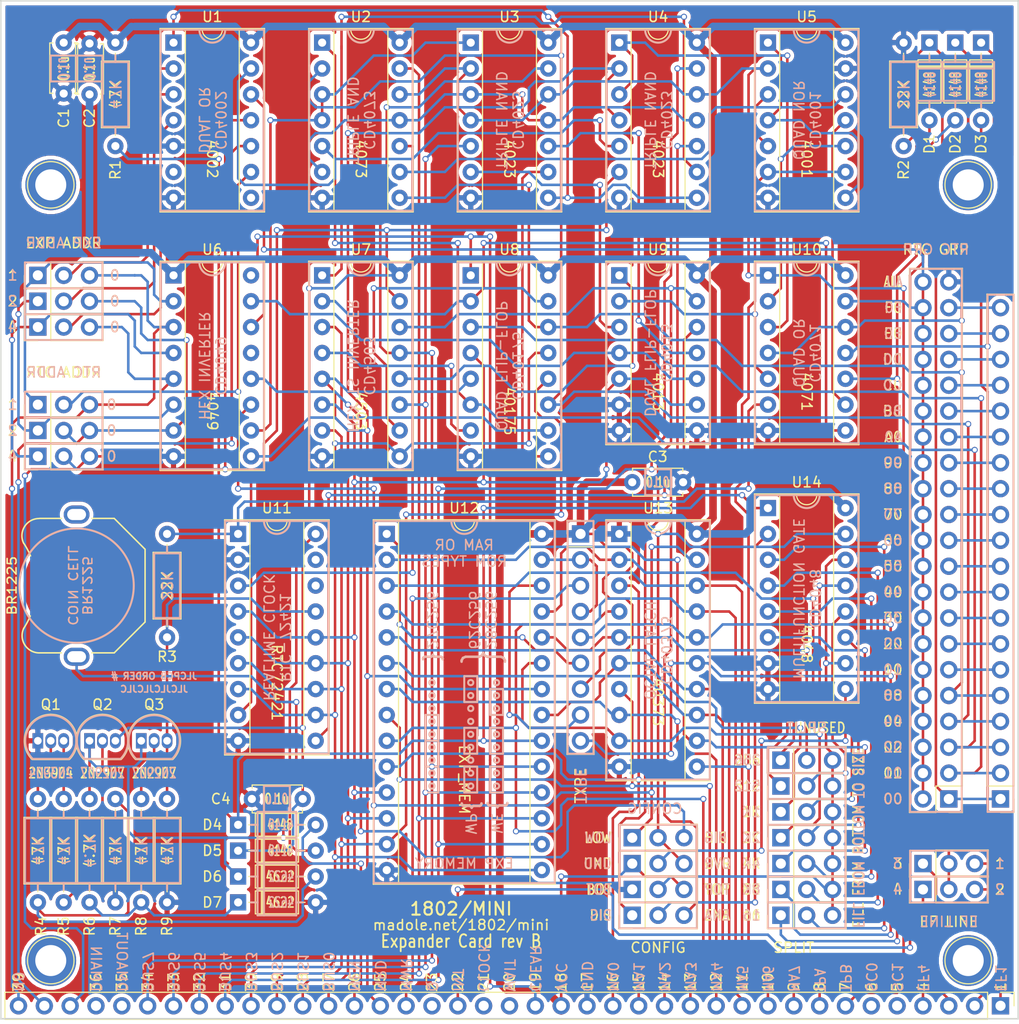
<source format=kicad_pcb>
(kicad_pcb (version 20171130) (host pcbnew "(5.1.12)-1")
  (layers (0 F.Cu signal) (31 B.Cu signal) (34 B.Paste user) (35 F.Paste user hide) (36 B.SilkS user) (37 F.SilkS user) (38 B.Mask user hide) (39 F.Mask user) (44 Edge.Cuts user))
  (net 0 "")
  (net 1 GND)
  (net 2 VCC)
  (net 3 TPA)
  (net 4 /MA7)
  (net 5 /MA6)
  (net 6 /MA5)
  (net 7 /MA4)
  (net 8 /MA3)
  (net 9 /MA2)
  (net 10 /MA1)
  (net 11 /MA0)
  (net 12 /BUS0)
  (net 13 /BUS1)
  (net 14 /BUS2)
  (net 15 /BUS3)
  (net 16 /BUS4)
  (net 17 /BUS5)
  (net 18 /BUS6)
  (net 19 /BUS7)
  (net 20 MEN)
  (net 21 "Net-(D1-Pad1)")
  (net 22 "Net-(JP2-Pad2)")
  (net 23 "Net-(JP2-Pad1)")
  (net 24 "Net-(JP3-Pad2)")
  (net 25 "Net-(JP3-Pad1)")
  (net 26 "Net-(JP4-Pad2)")
  (net 27 "Net-(JP4-Pad1)")
  (net 28 "Net-(JP5-Pad2)")
  (net 29 "Net-(JP6-Pad2)")
  (net 30 "Net-(JP7-Pad2)")
  (net 31 "Net-(JP8-Pad1)")
  (net 32 "Net-(BT1-Pad1)")
  (net 33 TPB)
  (net 34 N2)
  (net 35 N1)
  (net 36 N0)
  (net 37 "Net-(JP10-Pad2)")
  (net 38 "Net-(JP11-Pad1)")
  (net 39 "Net-(JP12-Pad2)")
  (net 40 "Net-(JP12-Pad1)")
  (net 41 "Net-(JP13-Pad2)")
  (net 42 "Net-(JP13-Pad1)")
  (net 43 "Net-(JP14-Pad2)")
  (net 44 "Net-(JP15-Pad2)")
  (net 45 "Net-(JP16-Pad2)")
  (net 46 "Net-(JP17-Pad2)")
  (net 47 "Net-(D2-Pad1)")
  (net 48 "Net-(D3-Pad1)")
  (net 49 "Net-(J5-Pad20)")
  (net 50 "Net-(J5-Pad19)")
  (net 51 "Net-(J5-Pad18)")
  (net 52 "Net-(J5-Pad17)")
  (net 53 "Net-(J5-Pad16)")
  (net 54 "Net-(J5-Pad15)")
  (net 55 "Net-(J5-Pad14)")
  (net 56 "Net-(J5-Pad13)")
  (net 57 "Net-(J5-Pad12)")
  (net 58 "Net-(J5-Pad11)")
  (net 59 "Net-(J5-Pad10)")
  (net 60 "Net-(J5-Pad9)")
  (net 61 "Net-(J5-Pad8)")
  (net 62 "Net-(J5-Pad7)")
  (net 63 "Net-(J5-Pad6)")
  (net 64 "Net-(J5-Pad5)")
  (net 65 "Net-(J5-Pad4)")
  (net 66 "Net-(J5-Pad3)")
  (net 67 "Net-(J5-Pad2)")
  (net 68 ~CLEAR)
  (net 69 "Net-(JP1-Pad9)")
  (net 70 "Net-(JP1-Pad8)")
  (net 71 "Net-(JP1-Pad6)")
  (net 72 "Net-(JP1-Pad5)")
  (net 73 "Net-(JP1-Pad2)")
  (net 74 "Net-(JP8-Pad3)")
  (net 75 "Net-(JP16-Pad3)")
  (net 76 "Net-(JP10-Pad3)")
  (net 77 "Net-(JP10-Pad1)")
  (net 78 "Net-(JP11-Pad2)")
  (net 79 "Net-(JP17-Pad1)")
  (net 80 "Net-(JP18-Pad3)")
  (net 81 "Net-(JP18-Pad2)")
  (net 82 "Net-(JP18-Pad1)")
  (net 83 POK)
  (net 84 "Net-(Q1-Pad2)")
  (net 85 "Net-(Q2-Pad2)")
  (net 86 "Net-(Q3-Pad2)")
  (net 87 CLEAR)
  (net 88 ~MRD)
  (net 89 "Net-(U2-Pad3)")
  (net 90 "Net-(U2-Pad11)")
  (net 91 "Net-(U5-Pad3)")
  (net 92 "Net-(U10-Pad8)")
  (net 93 ~GRP)
  (net 94 RTCAD)
  (net 95 ~MEMWR)
  (net 96 ~INTWR)
  (net 97 ~RTCRD)
  (net 98 ~RTCWR)
  (net 99 ~GRPWR)
  (net 100 +BATT)
  (net 101 "Net-(D6-Pad2)")
  (net 102 "Net-(D7-Pad1)")
  (net 103 ~EF1)
  (net 104 ~EF2)
  (net 105 ~EF3)
  (net 106 ~EF4)
  (net 107 ~INT)
  (net 108 ~MWR)
  (net 109 ~GRPRD)
  (net 110 "Net-(U1-Pad13)")
  (net 111 "Net-(U1-Pad1)")
  (net 112 "Net-(U2-Pad9)")
  (net 113 "Net-(U10-Pad3)")
  (net 114 "Net-(U10-Pad9)")
  (net 115 "Net-(U5-Pad1)")
  (net 116 "Net-(U10-Pad2)")
  (net 117 "Net-(U7-Pad6)")
  (net 118 "Net-(U7-Pad12)")
  (net 119 "Net-(U7-Pad4)")
  (net 120 "Net-(U7-Pad10)")
  (net 121 "Net-(U10-Pad5)")
  (net 122 "Net-(Q1-Pad3)")
  (net 123 "Net-(D1-Pad2)")
  (net 124 "Net-(D3-Pad2)")
  (net 125 "Net-(D4-Pad1)")
  (net 126 "Net-(R3-Pad2)")
  (module Resistor_THT:R_Axial_DIN0207_L6.3mm_D2.5mm_P10.16mm_Horizontal (layer F.Cu) (at 111.125 51.435 270)
    (fp_text reference R1 (at 11.43 0 90) (layer F.SilkS) (effects (justify right)))
    (fp_text value 47K (at 5.08 0 90) (layer F.SilkS))
    (pad 2 thru_hole oval (at 10.16 0 270) (size 1.6 1.6) (drill 0.8) (layers *.Cu *.Mask) (net 125 "Net-(D4-Pad1)"))
    (pad 1 thru_hole circle (at 0 0 270) (size 1.6 1.6) (drill 0.8) (layers *.Cu *.Mask) (net 2 VCC))
  )
  (module Resistor_THT:R_Axial_DIN0207_L6.3mm_D2.5mm_P10.16mm_Horizontal (layer F.Cu) (at 188.595 61.595 90)
    (fp_text reference R2 hide)
    (fp_text value 22K (at 5.08 0 90) (layer F.SilkS))
    (fp_text user %R (at -1.27 0 90) (layer F.SilkS) (effects (justify right)))
    (pad 2 thru_hole oval (at 10.16 0 90) (size 1.6 1.6) (drill 0.8) (layers *.Cu *.Mask) (net 1 GND))
    (pad 1 thru_hole circle (at 0 0 90) (size 1.6 1.6) (drill 0.8) (layers *.Cu *.Mask) (net 21 "Net-(D1-Pad1)"))
  )
  (module Diode_THT:D_DO-35_SOD27_P7.62mm_Horizontal (layer F.Cu) (at 191.135 51.435 270)
    (fp_text reference D1 (at 8.89 0 90) (layer F.SilkS) (effects (justify right)))
    (fp_text value 1N4148 hide)
    (pad 2 thru_hole oval (at 7.62 0 270) (size 1.6 1.6) (drill 0.8) (layers *.Cu *.Mask) (net 123 "Net-(D1-Pad2)"))
    (pad 1 thru_hole rect (at 0 0 270) (size 1.6 1.6) (drill 0.8) (layers *.Cu *.Mask) (net 21 "Net-(D1-Pad1)"))
  )
  (module Pin_Headers:Pin_Header_Straight_1x39_Pitch2.54mm (layer F.Cu) (at 198.12 146.05 270)
    (fp_text reference J7 hide)
    (fp_text value Expansion hide)
    (pad 1 thru_hole rect (at 0 0 270) (size 1.7 1.7) (drill 1) (layers *.Cu *.Mask) (net 103 ~EF1))
    (pad 2 thru_hole oval (at 0 2.54 270) (size 1.7 1.7) (drill 1) (layers *.Cu *.Mask) (net 104 ~EF2))
    (pad 3 thru_hole oval (at 0 5.08 270) (size 1.7 1.7) (drill 1) (layers *.Cu *.Mask) (net 105 ~EF3))
    (pad 4 thru_hole oval (at 0 7.62 270) (size 1.7 1.7) (drill 1) (layers *.Cu *.Mask) (net 106 ~EF4))
    (pad 5 thru_hole oval (at 0 10.16 270) (size 1.7 1.7) (drill 1) (layers *.Cu *.Mask))
    (pad 6 thru_hole oval (at 0 12.7 270) (size 1.7 1.7) (drill 1) (layers *.Cu *.Mask))
    (pad 7 thru_hole oval (at 0 15.24 270) (size 1.7 1.7) (drill 1) (layers *.Cu *.Mask) (net 33 TPB))
    (pad 8 thru_hole oval (at 0 17.78 270) (size 1.7 1.7) (drill 1) (layers *.Cu *.Mask) (net 3 TPA))
    (pad 9 thru_hole oval (at 0 20.32 270) (size 1.7 1.7) (drill 1) (layers *.Cu *.Mask) (net 4 /MA7))
    (pad 10 thru_hole oval (at 0 22.86 270) (size 1.7 1.7) (drill 1) (layers *.Cu *.Mask) (net 5 /MA6))
    (pad 11 thru_hole oval (at 0 25.4 270) (size 1.7 1.7) (drill 1) (layers *.Cu *.Mask) (net 6 /MA5))
    (pad 12 thru_hole oval (at 0 27.94 270) (size 1.7 1.7) (drill 1) (layers *.Cu *.Mask) (net 7 /MA4))
    (pad 13 thru_hole oval (at 0 30.48 270) (size 1.7 1.7) (drill 1) (layers *.Cu *.Mask) (net 8 /MA3))
    (pad 14 thru_hole oval (at 0 33.02 270) (size 1.7 1.7) (drill 1) (layers *.Cu *.Mask) (net 9 /MA2))
    (pad 15 thru_hole oval (at 0 35.56 270) (size 1.7 1.7) (drill 1) (layers *.Cu *.Mask) (net 10 /MA1))
    (pad 16 thru_hole oval (at 0 38.1 270) (size 1.7 1.7) (drill 1) (layers *.Cu *.Mask) (net 11 /MA0))
    (pad 17 thru_hole oval (at 0 40.64 270) (size 1.7 1.7) (drill 1) (layers *.Cu *.Mask) (net 1 GND))
    (pad 18 thru_hole oval (at 0 43.18 270) (size 1.7 1.7) (drill 1) (layers *.Cu *.Mask) (net 2 VCC))
    (pad 19 thru_hole oval (at 0 45.72 270) (size 1.7 1.7) (drill 1) (layers *.Cu *.Mask) (net 68 ~CLEAR))
    (pad 20 thru_hole oval (at 0 48.26 270) (size 1.7 1.7) (drill 1) (layers *.Cu *.Mask))
    (pad 21 thru_hole oval (at 0 50.8 270) (size 1.7 1.7) (drill 1) (layers *.Cu *.Mask))
    (pad 22 thru_hole oval (at 0 53.34 270) (size 1.7 1.7) (drill 1) (layers *.Cu *.Mask) (net 107 ~INT))
    (pad 23 thru_hole oval (at 0 55.88 270) (size 1.7 1.7) (drill 1) (layers *.Cu *.Mask))
    (pad 24 thru_hole oval (at 0 58.42 270) (size 1.7 1.7) (drill 1) (layers *.Cu *.Mask) (net 108 ~MWR))
    (pad 25 thru_hole oval (at 0 60.96 270) (size 1.7 1.7) (drill 1) (layers *.Cu *.Mask) (net 88 ~MRD))
    (pad 26 thru_hole oval (at 0 63.5 270) (size 1.7 1.7) (drill 1) (layers *.Cu *.Mask) (net 20 MEN))
    (pad 27 thru_hole oval (at 0 66.04 270) (size 1.7 1.7) (drill 1) (layers *.Cu *.Mask) (net 12 /BUS0))
    (pad 28 thru_hole oval (at 0 68.58 270) (size 1.7 1.7) (drill 1) (layers *.Cu *.Mask) (net 13 /BUS1))
    (pad 29 thru_hole oval (at 0 71.12 270) (size 1.7 1.7) (drill 1) (layers *.Cu *.Mask) (net 14 /BUS2))
    (pad 30 thru_hole oval (at 0 73.66 270) (size 1.7 1.7) (drill 1) (layers *.Cu *.Mask) (net 15 /BUS3))
    (pad 31 thru_hole oval (at 0 76.2 270) (size 1.7 1.7) (drill 1) (layers *.Cu *.Mask) (net 16 /BUS4))
    (pad 32 thru_hole oval (at 0 78.74 270) (size 1.7 1.7) (drill 1) (layers *.Cu *.Mask) (net 17 /BUS5))
    (pad 33 thru_hole oval (at 0 81.28 270) (size 1.7 1.7) (drill 1) (layers *.Cu *.Mask) (net 18 /BUS6))
    (pad 34 thru_hole oval (at 0 83.82 270) (size 1.7 1.7) (drill 1) (layers *.Cu *.Mask) (net 19 /BUS7))
    (pad 35 thru_hole oval (at 0 86.36 270) (size 1.7 1.7) (drill 1) (layers *.Cu *.Mask))
    (pad 36 thru_hole oval (at 0 88.9 270) (size 1.7 1.7) (drill 1) (layers *.Cu *.Mask))
    (pad 37 thru_hole oval (at 0 91.44 270) (size 1.7 1.7) (drill 1) (layers *.Cu *.Mask) (net 34 N2))
    (pad 38 thru_hole oval (at 0 93.98 270) (size 1.7 1.7) (drill 1) (layers *.Cu *.Mask) (net 35 N1))
    (pad 39 thru_hole oval (at 0 96.52 270) (size 1.7 1.7) (drill 1) (layers *.Cu *.Mask) (net 36 N0))
  )
  (module 1802-mini:1pin (layer F.Cu) (at 194.945 65.405 180)
    (fp_text reference J2 hide)
    (fp_text value Mount hide)
    (pad 1 thru_hole circle (at 0 0 180) (size 5 5) (drill 3.048) (layers *.Cu *.Mask))
  )
  (module "1802-mini:Keystone 3001" (layer F.Cu) (at 107.315 104.775 90)
    (fp_text reference BT1 hide)
    (fp_text value BR1225)
    (pad 2 smd circle (at 0 0 90) (size 10.414 10.414) (layers F.Cu F.Paste F.Mask) (net 1 GND))
    (pad "" thru_hole oval (at 6.985 0 90) (size 1.778 2.54) (drill oval 1.0922 1.8542) (layers *.Cu *.Mask))
    (pad 1 thru_hole oval (at -6.985 0 90) (size 1.778 2.54) (drill oval 1.0922 1.8542) (layers *.Cu *.Mask) (net 32 "Net-(BT1-Pad1)"))
  )
  (module Package_DIP:DIP-14_W7.62mm_Socket (layer F.Cu) (at 175.26 74.295)
    (fp_text reference U10 (at 3.81 -2.54) (layer F.SilkS))
    (fp_text value 4071 (at 3.81 11.43 270 unlocked) (layer F.SilkS))
    (pad 14 thru_hole oval (at 7.62 0) (size 1.6 1.6) (drill 0.8) (layers *.Cu *.Mask) (net 2 VCC))
    (pad 7 thru_hole oval (at 0 15.24) (size 1.6 1.6) (drill 0.8) (layers *.Cu *.Mask) (net 1 GND))
    (pad 13 thru_hole oval (at 7.62 2.54) (size 1.6 1.6) (drill 0.8) (layers *.Cu *.Mask) (net 93 ~GRP))
    (pad 6 thru_hole oval (at 0 12.7) (size 1.6 1.6) (drill 0.8) (layers *.Cu *.Mask) (net 126 "Net-(R3-Pad2)"))
    (pad 12 thru_hole oval (at 7.62 5.08) (size 1.6 1.6) (drill 0.8) (layers *.Cu *.Mask) (net 47 "Net-(D2-Pad1)"))
    (pad 5 thru_hole oval (at 0 10.16) (size 1.6 1.6) (drill 0.8) (layers *.Cu *.Mask) (net 121 "Net-(U10-Pad5)"))
    (pad 11 thru_hole oval (at 7.62 7.62) (size 1.6 1.6) (drill 0.8) (layers *.Cu *.Mask) (net 48 "Net-(D3-Pad1)"))
    (pad 4 thru_hole oval (at 0 7.62) (size 1.6 1.6) (drill 0.8) (layers *.Cu *.Mask) (net 47 "Net-(D2-Pad1)"))
    (pad 10 thru_hole oval (at 7.62 10.16) (size 1.6 1.6) (drill 0.8) (layers *.Cu *.Mask) (net 123 "Net-(D1-Pad2)"))
    (pad 3 thru_hole oval (at 0 5.08) (size 1.6 1.6) (drill 0.8) (layers *.Cu *.Mask) (net 113 "Net-(U10-Pad3)"))
    (pad 9 thru_hole oval (at 7.62 12.7) (size 1.6 1.6) (drill 0.8) (layers *.Cu *.Mask) (net 114 "Net-(U10-Pad9)"))
    (pad 2 thru_hole oval (at 0 2.54) (size 1.6 1.6) (drill 0.8) (layers *.Cu *.Mask) (net 116 "Net-(U10-Pad2)"))
    (pad 8 thru_hole oval (at 7.62 15.24) (size 1.6 1.6) (drill 0.8) (layers *.Cu *.Mask) (net 92 "Net-(U10-Pad8)"))
    (pad 1 thru_hole rect (at 0 0) (size 1.6 1.6) (drill 0.8) (layers *.Cu *.Mask) (net 33 TPB))
  )
  (module Resistor_THT:R_Axial_DIN0207_L6.3mm_D2.5mm_P10.16mm_Horizontal (layer F.Cu) (at 116.205 109.855 90)
    (fp_text reference R3 (at -1.905 0 180) (layer F.SilkS))
    (fp_text value 22K (at 5.08 0 90) (layer F.SilkS))
    (pad 2 thru_hole oval (at 10.16 0 90) (size 1.6 1.6) (drill 0.8) (layers *.Cu *.Mask) (net 126 "Net-(R3-Pad2)"))
    (pad 1 thru_hole circle (at 0 0 90) (size 1.6 1.6) (drill 0.8) (layers *.Cu *.Mask) (net 83 POK))
  )
  (module Connector_PinHeader_2.54mm:PinHeader_1x03_P2.54mm_Vertical (layer F.Cu) (at 190.5 134.62 90)
    (fp_text reference JP20 hide)
    (fp_text value EF2/EF4 hide)
    (pad 3 thru_hole oval (at 0 5.08 90) (size 1.7 1.7) (drill 1) (layers *.Cu *.Mask) (net 104 ~EF2))
    (pad 2 thru_hole oval (at 0 2.54 90) (size 1.7 1.7) (drill 1) (layers *.Cu *.Mask) (net 124 "Net-(D3-Pad2)"))
    (pad 1 thru_hole rect (at 0 0 90) (size 1.7 1.7) (drill 1) (layers *.Cu *.Mask) (net 106 ~EF4))
  )
  (module Connector_PinHeader_2.54mm:PinHeader_1x03_P2.54mm_Vertical (layer F.Cu) (at 190.5 132.08 90)
    (fp_text reference JP19 hide)
    (fp_text value EF1/EF3 hide)
    (pad 3 thru_hole oval (at 0 5.08 90) (size 1.7 1.7) (drill 1) (layers *.Cu *.Mask) (net 103 ~EF1))
    (pad 2 thru_hole oval (at 0 2.54 90) (size 1.7 1.7) (drill 1) (layers *.Cu *.Mask) (net 124 "Net-(D3-Pad2)"))
    (pad 1 thru_hole rect (at 0 0 90) (size 1.7 1.7) (drill 1) (layers *.Cu *.Mask) (net 105 ~EF3))
  )
  (module Diode_THT:D_DO-35_SOD27_P7.62mm_Horizontal (layer F.Cu) (at 193.675 51.435 270)
    (fp_text reference D2 (at 8.89 0 90) (layer F.SilkS) (effects (justify right)))
    (fp_text value 1N4148 hide)
    (pad 2 thru_hole oval (at 7.62 0 270) (size 1.6 1.6) (drill 0.8) (layers *.Cu *.Mask) (net 107 ~INT))
    (pad 1 thru_hole rect (at 0 0 270) (size 1.6 1.6) (drill 0.8) (layers *.Cu *.Mask) (net 47 "Net-(D2-Pad1)"))
  )
  (module Diode_THT:D_DO-35_SOD27_P7.62mm_Horizontal (layer F.Cu) (at 196.215 51.435 270)
    (fp_text reference D3 (at 8.89 0 90) (layer F.SilkS) (effects (justify right)))
    (fp_text value 1N4148 hide)
    (pad 2 thru_hole oval (at 7.62 0 270) (size 1.6 1.6) (drill 0.8) (layers *.Cu *.Mask) (net 124 "Net-(D3-Pad2)"))
    (pad 1 thru_hole rect (at 0 0 270) (size 1.6 1.6) (drill 0.8) (layers *.Cu *.Mask) (net 48 "Net-(D3-Pad1)"))
  )
  (module Capacitor_THT:C_Disc_D4.7mm_W2.5mm_P5.00mm (layer F.Cu) (at 129.54 125.73 180)
    (fp_text reference C4 (at 6.985 0) (layer F.SilkS) (effects (justify right)))
    (fp_text value 0.1u (at 2.54 0) (layer F.SilkS) (effects (font (size 1 0.746))))
    (pad 2 thru_hole circle (at 5 0 180) (size 1.6 1.6) (drill 0.8) (layers *.Cu *.Mask) (net 1 GND))
    (pad 1 thru_hole circle (at 0 0 180) (size 1.6 1.6) (drill 0.8) (layers *.Cu *.Mask) (net 100 +BATT))
  )
  (module Capacitor_THT:C_Disc_D4.7mm_W2.5mm_P5.00mm (layer F.Cu) (at 108.585 56.515 90)
    (fp_text reference C2 (at -1.27 0 90) (layer F.SilkS) (effects (justify right)))
    (fp_text value 0.1u (at 2.46 0 90) (layer F.SilkS) (effects (font (size 1 0.746))))
    (pad 2 thru_hole circle (at 5 0 90) (size 1.6 1.6) (drill 0.8) (layers *.Cu *.Mask) (net 1 GND))
    (pad 1 thru_hole circle (at 0 0 90) (size 1.6 1.6) (drill 0.8) (layers *.Cu *.Mask) (net 2 VCC))
  )
  (module Capacitor_THT:C_Disc_D4.7mm_W2.5mm_P5.00mm (layer F.Cu) (at 106.045 51.435 270)
    (fp_text reference C1 (at 6.35 0 90) (layer F.SilkS) (effects (justify right)))
    (fp_text value 0.1u (at 2.54 0 90) (layer F.SilkS) (effects (font (size 1 0.746))))
    (pad 1 thru_hole circle (at 0 0 270) (size 1.6 1.6) (drill 0.8) (layers *.Cu *.Mask) (net 2 VCC))
    (pad 2 thru_hole circle (at 5 0 270) (size 1.6 1.6) (drill 0.8) (layers *.Cu *.Mask) (net 1 GND))
  )
  (module Capacitor_THT:C_Disc_D4.7mm_W2.5mm_P5.00mm (layer F.Cu) (at 161.925 94.615)
    (fp_text reference C3 (at 2.5 -2.5) (layer F.SilkS))
    (fp_text value 0.1u (at 2.54 0) (layer F.SilkS) (effects (font (size 1 0.746))))
    (pad 2 thru_hole circle (at 5 0) (size 1.6 1.6) (drill 0.8) (layers *.Cu *.Mask) (net 1 GND))
    (pad 1 thru_hole circle (at 0 0) (size 1.6 1.6) (drill 0.8) (layers *.Cu *.Mask) (net 2 VCC))
  )
  (module Package_DIP:DIP-16_W7.62mm_Socket (layer F.Cu) (at 131.445 74.295)
    (fp_text reference U7 (at 3.81 -2.54) (layer F.SilkS))
    (fp_text value 4503 (at 3.81 13.335 270 unlocked) (layer F.SilkS))
    (pad 16 thru_hole oval (at 7.62 0) (size 1.6 1.6) (drill 0.8) (layers *.Cu *.Mask) (net 2 VCC))
    (pad 8 thru_hole oval (at 0 17.78) (size 1.6 1.6) (drill 0.8) (layers *.Cu *.Mask) (net 1 GND))
    (pad 15 thru_hole oval (at 7.62 2.54) (size 1.6 1.6) (drill 0.8) (layers *.Cu *.Mask) (net 97 ~RTCRD))
    (pad 7 thru_hole oval (at 0 15.24) (size 1.6 1.6) (drill 0.8) (layers *.Cu *.Mask) (net 14 /BUS2))
    (pad 14 thru_hole oval (at 7.62 5.08) (size 1.6 1.6) (drill 0.8) (layers *.Cu *.Mask) (net 82 "Net-(JP18-Pad1)"))
    (pad 6 thru_hole oval (at 0 12.7) (size 1.6 1.6) (drill 0.8) (layers *.Cu *.Mask) (net 117 "Net-(U7-Pad6)"))
    (pad 13 thru_hole oval (at 7.62 7.62) (size 1.6 1.6) (drill 0.8) (layers *.Cu *.Mask) (net 19 /BUS7))
    (pad 5 thru_hole oval (at 0 10.16) (size 1.6 1.6) (drill 0.8) (layers *.Cu *.Mask) (net 13 /BUS1))
    (pad 12 thru_hole oval (at 7.62 10.16) (size 1.6 1.6) (drill 0.8) (layers *.Cu *.Mask) (net 118 "Net-(U7-Pad12)"))
    (pad 4 thru_hole oval (at 0 7.62) (size 1.6 1.6) (drill 0.8) (layers *.Cu *.Mask) (net 119 "Net-(U7-Pad4)"))
    (pad 11 thru_hole oval (at 7.62 12.7) (size 1.6 1.6) (drill 0.8) (layers *.Cu *.Mask) (net 18 /BUS6))
    (pad 3 thru_hole oval (at 0 5.08) (size 1.6 1.6) (drill 0.8) (layers *.Cu *.Mask) (net 12 /BUS0))
    (pad 10 thru_hole oval (at 7.62 15.24) (size 1.6 1.6) (drill 0.8) (layers *.Cu *.Mask) (net 120 "Net-(U7-Pad10)"))
    (pad 2 thru_hole oval (at 0 2.54) (size 1.6 1.6) (drill 0.8) (layers *.Cu *.Mask) (net 92 "Net-(U10-Pad8)"))
    (pad 9 thru_hole oval (at 7.62 17.78) (size 1.6 1.6) (drill 0.8) (layers *.Cu *.Mask) (net 15 /BUS3))
    (pad 1 thru_hole rect (at 0 0) (size 1.6 1.6) (drill 0.8) (layers *.Cu *.Mask) (net 109 ~GRPRD))
  )
  (module Package_DIP:DIP-18_W7.62mm_Socket (layer F.Cu) (at 123.19 99.695)
    (fp_text reference U11 (at 3.81 -2.54) (layer F.SilkS))
    (fp_text value RTC72421 (at 3.81 14.605 -90 unlocked) (layer F.SilkS))
    (pad 18 thru_hole oval (at 7.62 0) (size 1.6 1.6) (drill 0.8) (layers *.Cu *.Mask) (net 100 +BATT))
    (pad 9 thru_hole oval (at 0 20.32) (size 1.6 1.6) (drill 0.8) (layers *.Cu *.Mask) (net 1 GND))
    (pad 17 thru_hole oval (at 7.62 2.54) (size 1.6 1.6) (drill 0.8) (layers *.Cu *.Mask))
    (pad 8 thru_hole oval (at 0 17.78) (size 1.6 1.6) (drill 0.8) (layers *.Cu *.Mask) (net 97 ~RTCRD))
    (pad 16 thru_hole oval (at 7.62 5.08) (size 1.6 1.6) (drill 0.8) (layers *.Cu *.Mask))
    (pad 7 thru_hole oval (at 0 15.24) (size 1.6 1.6) (drill 0.8) (layers *.Cu *.Mask) (net 15 /BUS3))
    (pad 15 thru_hole oval (at 7.62 7.62) (size 1.6 1.6) (drill 0.8) (layers *.Cu *.Mask) (net 83 POK))
    (pad 6 thru_hole oval (at 0 12.7) (size 1.6 1.6) (drill 0.8) (layers *.Cu *.Mask) (net 14 /BUS2))
    (pad 14 thru_hole oval (at 7.62 10.16) (size 1.6 1.6) (drill 0.8) (layers *.Cu *.Mask) (net 12 /BUS0))
    (pad 5 thru_hole oval (at 0 10.16) (size 1.6 1.6) (drill 0.8) (layers *.Cu *.Mask) (net 13 /BUS1))
    (pad 13 thru_hole oval (at 7.62 12.7) (size 1.6 1.6) (drill 0.8) (layers *.Cu *.Mask) (net 13 /BUS1))
    (pad 4 thru_hole oval (at 0 7.62) (size 1.6 1.6) (drill 0.8) (layers *.Cu *.Mask) (net 12 /BUS0))
    (pad 12 thru_hole oval (at 7.62 15.24) (size 1.6 1.6) (drill 0.8) (layers *.Cu *.Mask) (net 14 /BUS2))
    (pad 3 thru_hole oval (at 0 5.08) (size 1.6 1.6) (drill 0.8) (layers *.Cu *.Mask) (net 94 RTCAD))
    (pad 11 thru_hole oval (at 7.62 17.78) (size 1.6 1.6) (drill 0.8) (layers *.Cu *.Mask) (net 15 /BUS3))
    (pad 2 thru_hole oval (at 0 2.54) (size 1.6 1.6) (drill 0.8) (layers *.Cu *.Mask) (net 1 GND))
    (pad 10 thru_hole oval (at 7.62 20.32) (size 1.6 1.6) (drill 0.8) (layers *.Cu *.Mask) (net 98 ~RTCWR))
    (pad 1 thru_hole rect (at 0 0) (size 1.6 1.6) (drill 0.8) (layers *.Cu *.Mask) (net 126 "Net-(R3-Pad2)"))
  )
  (module Package_DIP:DIP-16_W7.62mm_Socket (layer F.Cu) (at 146.05 74.295)
    (fp_text reference U8 (at 3.81 -2.54) (layer F.SilkS))
    (fp_text value 40175 (at 3.81 13.335 270 unlocked) (layer F.SilkS))
    (pad 16 thru_hole oval (at 7.62 0) (size 1.6 1.6) (drill 0.8) (layers *.Cu *.Mask) (net 2 VCC))
    (pad 8 thru_hole oval (at 0 17.78) (size 1.6 1.6) (drill 0.8) (layers *.Cu *.Mask) (net 1 GND))
    (pad 15 thru_hole oval (at 7.62 2.54) (size 1.6 1.6) (drill 0.8) (layers *.Cu *.Mask) (net 120 "Net-(U7-Pad10)"))
    (pad 7 thru_hole oval (at 0 15.24) (size 1.6 1.6) (drill 0.8) (layers *.Cu *.Mask) (net 119 "Net-(U7-Pad4)"))
    (pad 14 thru_hole oval (at 7.62 5.08) (size 1.6 1.6) (drill 0.8) (layers *.Cu *.Mask) (net 64 "Net-(J5-Pad5)"))
    (pad 6 thru_hole oval (at 0 12.7) (size 1.6 1.6) (drill 0.8) (layers *.Cu *.Mask) (net 66 "Net-(J5-Pad3)"))
    (pad 13 thru_hole oval (at 7.62 7.62) (size 1.6 1.6) (drill 0.8) (layers *.Cu *.Mask) (net 15 /BUS3))
    (pad 5 thru_hole oval (at 0 10.16) (size 1.6 1.6) (drill 0.8) (layers *.Cu *.Mask) (net 13 /BUS1))
    (pad 12 thru_hole oval (at 7.62 10.16) (size 1.6 1.6) (drill 0.8) (layers *.Cu *.Mask) (net 14 /BUS2))
    (pad 4 thru_hole oval (at 0 7.62) (size 1.6 1.6) (drill 0.8) (layers *.Cu *.Mask) (net 12 /BUS0))
    (pad 11 thru_hole oval (at 7.62 12.7) (size 1.6 1.6) (drill 0.8) (layers *.Cu *.Mask) (net 65 "Net-(J5-Pad4)"))
    (pad 3 thru_hole oval (at 0 5.08) (size 1.6 1.6) (drill 0.8) (layers *.Cu *.Mask) (net 67 "Net-(J5-Pad2)"))
    (pad 10 thru_hole oval (at 7.62 15.24) (size 1.6 1.6) (drill 0.8) (layers *.Cu *.Mask) (net 117 "Net-(U7-Pad6)"))
    (pad 2 thru_hole oval (at 0 2.54) (size 1.6 1.6) (drill 0.8) (layers *.Cu *.Mask) (net 92 "Net-(U10-Pad8)"))
    (pad 9 thru_hole oval (at 7.62 17.78) (size 1.6 1.6) (drill 0.8) (layers *.Cu *.Mask) (net 99 ~GRPWR))
    (pad 1 thru_hole rect (at 0 0) (size 1.6 1.6) (drill 0.8) (layers *.Cu *.Mask) (net 68 ~CLEAR))
  )
  (module Package_DIP:DIP-16_W7.62mm_Socket (layer F.Cu) (at 175.26 97.155)
    (fp_text reference U14 (at 3.81 -2.54) (layer F.SilkS))
    (fp_text value 4048 (at 3.81 13.335 270 unlocked) (layer F.SilkS))
    (pad 16 thru_hole oval (at 7.62 0) (size 1.6 1.6) (drill 0.8) (layers *.Cu *.Mask) (net 2 VCC))
    (pad 8 thru_hole oval (at 0 17.78) (size 1.6 1.6) (drill 0.8) (layers *.Cu *.Mask) (net 1 GND))
    (pad 15 thru_hole oval (at 7.62 2.54) (size 1.6 1.6) (drill 0.8) (layers *.Cu *.Mask) (net 75 "Net-(JP16-Pad3)"))
    (pad 7 thru_hole oval (at 0 15.24) (size 1.6 1.6) (drill 0.8) (layers *.Cu *.Mask) (net 1 GND))
    (pad 14 thru_hole oval (at 7.62 5.08) (size 1.6 1.6) (drill 0.8) (layers *.Cu *.Mask) (net 76 "Net-(JP10-Pad3)"))
    (pad 6 thru_hole oval (at 0 12.7) (size 1.6 1.6) (drill 0.8) (layers *.Cu *.Mask) (net 39 "Net-(JP12-Pad2)"))
    (pad 13 thru_hole oval (at 7.62 7.62) (size 1.6 1.6) (drill 0.8) (layers *.Cu *.Mask) (net 37 "Net-(JP10-Pad2)"))
    (pad 5 thru_hole oval (at 0 10.16) (size 1.6 1.6) (drill 0.8) (layers *.Cu *.Mask) (net 41 "Net-(JP13-Pad2)"))
    (pad 12 thru_hole oval (at 7.62 10.16) (size 1.6 1.6) (drill 0.8) (layers *.Cu *.Mask) (net 46 "Net-(JP17-Pad2)"))
    (pad 4 thru_hole oval (at 0 7.62) (size 1.6 1.6) (drill 0.8) (layers *.Cu *.Mask) (net 43 "Net-(JP14-Pad2)"))
    (pad 11 thru_hole oval (at 7.62 12.7) (size 1.6 1.6) (drill 0.8) (layers *.Cu *.Mask) (net 78 "Net-(JP11-Pad2)"))
    (pad 3 thru_hole oval (at 0 5.08) (size 1.6 1.6) (drill 0.8) (layers *.Cu *.Mask) (net 44 "Net-(JP15-Pad2)"))
    (pad 10 thru_hole oval (at 7.62 15.24) (size 1.6 1.6) (drill 0.8) (layers *.Cu *.Mask) (net 76 "Net-(JP10-Pad3)"))
    (pad 2 thru_hole oval (at 0 2.54) (size 1.6 1.6) (drill 0.8) (layers *.Cu *.Mask) (net 81 "Net-(JP18-Pad2)"))
    (pad 9 thru_hole oval (at 7.62 17.78) (size 1.6 1.6) (drill 0.8) (layers *.Cu *.Mask) (net 45 "Net-(JP16-Pad2)"))
    (pad 1 thru_hole rect (at 0 0) (size 1.6 1.6) (drill 0.8) (layers *.Cu *.Mask) (net 125 "Net-(D4-Pad1)"))
  )
  (module Package_DIP:DIP-14_W7.62mm_Socket (layer F.Cu) (at 146.05 51.435)
    (fp_text reference U3 (at 3.81 -2.54) (layer F.SilkS))
    (fp_text value 4023 (at 3.81 11.43 270 unlocked) (layer F.SilkS))
    (pad 14 thru_hole oval (at 7.62 0) (size 1.6 1.6) (drill 0.8) (layers *.Cu *.Mask) (net 2 VCC))
    (pad 7 thru_hole oval (at 0 15.24) (size 1.6 1.6) (drill 0.8) (layers *.Cu *.Mask) (net 1 GND))
    (pad 13 thru_hole oval (at 7.62 2.54) (size 1.6 1.6) (drill 0.8) (layers *.Cu *.Mask) (net 19 /BUS7))
    (pad 6 thru_hole oval (at 0 12.7) (size 1.6 1.6) (drill 0.8) (layers *.Cu *.Mask) (net 96 ~INTWR))
    (pad 12 thru_hole oval (at 7.62 5.08) (size 1.6 1.6) (drill 0.8) (layers *.Cu *.Mask) (net 33 TPB))
    (pad 5 thru_hole oval (at 0 10.16) (size 1.6 1.6) (drill 0.8) (layers *.Cu *.Mask) (net 18 /BUS6))
    (pad 11 thru_hole oval (at 7.62 7.62) (size 1.6 1.6) (drill 0.8) (layers *.Cu *.Mask) (net 90 "Net-(U2-Pad11)"))
    (pad 4 thru_hole oval (at 0 7.62) (size 1.6 1.6) (drill 0.8) (layers *.Cu *.Mask) (net 33 TPB))
    (pad 10 thru_hole oval (at 7.62 10.16) (size 1.6 1.6) (drill 0.8) (layers *.Cu *.Mask) (net 95 ~MEMWR))
    (pad 3 thru_hole oval (at 0 5.08) (size 1.6 1.6) (drill 0.8) (layers *.Cu *.Mask) (net 90 "Net-(U2-Pad11)"))
    (pad 9 thru_hole oval (at 7.62 12.7) (size 1.6 1.6) (drill 0.8) (layers *.Cu *.Mask) (net 99 ~GRPWR))
    (pad 2 thru_hole oval (at 0 2.54) (size 1.6 1.6) (drill 0.8) (layers *.Cu *.Mask) (net 33 TPB))
    (pad 8 thru_hole oval (at 7.62 15.24) (size 1.6 1.6) (drill 0.8) (layers *.Cu *.Mask) (net 111 "Net-(U1-Pad1)"))
    (pad 1 thru_hole rect (at 0 0) (size 1.6 1.6) (drill 0.8) (layers *.Cu *.Mask) (net 89 "Net-(U2-Pad3)"))
  )
  (module Package_DIP:DIP-14_W7.62mm_Socket (layer F.Cu) (at 160.655 51.435)
    (fp_text reference U4 (at 3.81 -2.54) (layer F.SilkS))
    (fp_text value 4023 (at 3.81 11.43 270 unlocked) (layer F.SilkS))
    (pad 14 thru_hole oval (at 7.62 0) (size 1.6 1.6) (drill 0.8) (layers *.Cu *.Mask) (net 2 VCC))
    (pad 7 thru_hole oval (at 0 15.24) (size 1.6 1.6) (drill 0.8) (layers *.Cu *.Mask) (net 1 GND))
    (pad 13 thru_hole oval (at 7.62 2.54) (size 1.6 1.6) (drill 0.8) (layers *.Cu *.Mask) (net 16 /BUS4))
    (pad 6 thru_hole oval (at 0 12.7) (size 1.6 1.6) (drill 0.8) (layers *.Cu *.Mask) (net 97 ~RTCRD))
    (pad 12 thru_hole oval (at 7.62 5.08) (size 1.6 1.6) (drill 0.8) (layers *.Cu *.Mask) (net 33 TPB))
    (pad 5 thru_hole oval (at 0 10.16) (size 1.6 1.6) (drill 0.8) (layers *.Cu *.Mask) (net 110 "Net-(U1-Pad13)"))
    (pad 11 thru_hole oval (at 7.62 7.62) (size 1.6 1.6) (drill 0.8) (layers *.Cu *.Mask) (net 90 "Net-(U2-Pad11)"))
    (pad 4 thru_hole oval (at 0 7.62) (size 1.6 1.6) (drill 0.8) (layers *.Cu *.Mask) (net 88 ~MRD))
    (pad 10 thru_hole oval (at 7.62 10.16) (size 1.6 1.6) (drill 0.8) (layers *.Cu *.Mask) (net 98 ~RTCWR))
    (pad 3 thru_hole oval (at 0 5.08) (size 1.6 1.6) (drill 0.8) (layers *.Cu *.Mask) (net 113 "Net-(U10-Pad3)"))
    (pad 9 thru_hole oval (at 7.62 12.7) (size 1.6 1.6) (drill 0.8) (layers *.Cu *.Mask) (net 109 ~GRPRD))
    (pad 2 thru_hole oval (at 0 2.54) (size 1.6 1.6) (drill 0.8) (layers *.Cu *.Mask) (net 88 ~MRD))
    (pad 8 thru_hole oval (at 7.62 15.24) (size 1.6 1.6) (drill 0.8) (layers *.Cu *.Mask) (net 111 "Net-(U1-Pad1)"))
    (pad 1 thru_hole rect (at 0 0) (size 1.6 1.6) (drill 0.8) (layers *.Cu *.Mask) (net 113 "Net-(U10-Pad3)"))
  )
  (module Package_DIP:DIP-14_W7.62mm_Socket (layer F.Cu) (at 160.655 74.295)
    (fp_text reference U9 (at 3.81 -2.54) (layer F.SilkS))
    (fp_text value 4013 (at 3.81 11.43 270 unlocked) (layer F.SilkS))
    (pad 14 thru_hole oval (at 7.62 0) (size 1.6 1.6) (drill 0.8) (layers *.Cu *.Mask) (net 2 VCC))
    (pad 7 thru_hole oval (at 0 15.24) (size 1.6 1.6) (drill 0.8) (layers *.Cu *.Mask) (net 1 GND))
    (pad 13 thru_hole oval (at 7.62 2.54) (size 1.6 1.6) (drill 0.8) (layers *.Cu *.Mask) (net 82 "Net-(JP18-Pad1)"))
    (pad 6 thru_hole oval (at 0 12.7) (size 1.6 1.6) (drill 0.8) (layers *.Cu *.Mask) (net 1 GND))
    (pad 12 thru_hole oval (at 7.62 5.08) (size 1.6 1.6) (drill 0.8) (layers *.Cu *.Mask) (net 80 "Net-(JP18-Pad3)"))
    (pad 5 thru_hole oval (at 0 10.16) (size 1.6 1.6) (drill 0.8) (layers *.Cu *.Mask) (net 12 /BUS0))
    (pad 11 thru_hole oval (at 7.62 7.62) (size 1.6 1.6) (drill 0.8) (layers *.Cu *.Mask) (net 95 ~MEMWR))
    (pad 4 thru_hole oval (at 0 7.62) (size 1.6 1.6) (drill 0.8) (layers *.Cu *.Mask) (net 87 CLEAR))
    (pad 10 thru_hole oval (at 7.62 10.16) (size 1.6 1.6) (drill 0.8) (layers *.Cu *.Mask) (net 87 CLEAR))
    (pad 3 thru_hole oval (at 0 5.08) (size 1.6 1.6) (drill 0.8) (layers *.Cu *.Mask) (net 96 ~INTWR))
    (pad 9 thru_hole oval (at 7.62 12.7) (size 1.6 1.6) (drill 0.8) (layers *.Cu *.Mask) (net 12 /BUS0))
    (pad 2 thru_hole oval (at 0 2.54) (size 1.6 1.6) (drill 0.8) (layers *.Cu *.Mask) (net 121 "Net-(U10-Pad5)"))
    (pad 8 thru_hole oval (at 7.62 15.24) (size 1.6 1.6) (drill 0.8) (layers *.Cu *.Mask) (net 1 GND))
    (pad 1 thru_hole rect (at 0 0) (size 1.6 1.6) (drill 0.8) (layers *.Cu *.Mask) (net 118 "Net-(U7-Pad12)"))
  )
  (module Package_DIP:DIP-14_W7.62mm_Socket (layer F.Cu) (at 131.445 51.435)
    (fp_text reference U2 (at 3.81 -2.54) (layer F.SilkS))
    (fp_text value 4073 (at 3.81 11.43 270 unlocked) (layer F.SilkS))
    (pad 14 thru_hole oval (at 7.62 0) (size 1.6 1.6) (drill 0.8) (layers *.Cu *.Mask) (net 2 VCC))
    (pad 7 thru_hole oval (at 0 15.24) (size 1.6 1.6) (drill 0.8) (layers *.Cu *.Mask) (net 1 GND))
    (pad 13 thru_hole oval (at 7.62 2.54) (size 1.6 1.6) (drill 0.8) (layers *.Cu *.Mask) (net 17 /BUS5))
    (pad 6 thru_hole oval (at 0 12.7) (size 1.6 1.6) (drill 0.8) (layers *.Cu *.Mask) (net 90 "Net-(U2-Pad11)"))
    (pad 12 thru_hole oval (at 7.62 5.08) (size 1.6 1.6) (drill 0.8) (layers *.Cu *.Mask) (net 33 TPB))
    (pad 5 thru_hole oval (at 0 10.16) (size 1.6 1.6) (drill 0.8) (layers *.Cu *.Mask) (net 110 "Net-(U1-Pad13)"))
    (pad 11 thru_hole oval (at 7.62 7.62) (size 1.6 1.6) (drill 0.8) (layers *.Cu *.Mask) (net 90 "Net-(U2-Pad11)"))
    (pad 4 thru_hole oval (at 0 7.62) (size 1.6 1.6) (drill 0.8) (layers *.Cu *.Mask) (net 89 "Net-(U2-Pad3)"))
    (pad 10 thru_hole oval (at 7.62 10.16) (size 1.6 1.6) (drill 0.8) (layers *.Cu *.Mask) (net 94 RTCAD))
    (pad 3 thru_hole oval (at 0 5.08) (size 1.6 1.6) (drill 0.8) (layers *.Cu *.Mask) (net 89 "Net-(U2-Pad3)"))
    (pad 9 thru_hole oval (at 7.62 12.7) (size 1.6 1.6) (drill 0.8) (layers *.Cu *.Mask) (net 112 "Net-(U2-Pad9)"))
    (pad 2 thru_hole oval (at 0 2.54) (size 1.6 1.6) (drill 0.8) (layers *.Cu *.Mask) (net 65 "Net-(J5-Pad4)"))
    (pad 8 thru_hole oval (at 7.62 15.24) (size 1.6 1.6) (drill 0.8) (layers *.Cu *.Mask) (net 64 "Net-(J5-Pad5)"))
    (pad 1 thru_hole rect (at 0 0) (size 1.6 1.6) (drill 0.8) (layers *.Cu *.Mask) (net 66 "Net-(J5-Pad3)"))
  )
  (module Package_DIP:DIP-14_W7.62mm_Socket (layer F.Cu) (at 116.84 51.435)
    (fp_text reference U1 (at 3.81 -2.54) (layer F.SilkS))
    (fp_text value 4002 (at 3.81 11.43 270 unlocked) (layer F.SilkS))
    (pad 14 thru_hole oval (at 7.62 0) (size 1.6 1.6) (drill 0.8) (layers *.Cu *.Mask) (net 2 VCC))
    (pad 7 thru_hole oval (at 0 15.24) (size 1.6 1.6) (drill 0.8) (layers *.Cu *.Mask) (net 1 GND))
    (pad 13 thru_hole oval (at 7.62 2.54) (size 1.6 1.6) (drill 0.8) (layers *.Cu *.Mask) (net 110 "Net-(U1-Pad13)"))
    (pad 6 thru_hole oval (at 0 12.7) (size 1.6 1.6) (drill 0.8) (layers *.Cu *.Mask))
    (pad 12 thru_hole oval (at 7.62 5.08) (size 1.6 1.6) (drill 0.8) (layers *.Cu *.Mask) (net 93 ~GRP))
    (pad 5 thru_hole oval (at 0 10.16) (size 1.6 1.6) (drill 0.8) (layers *.Cu *.Mask) (net 1 GND))
    (pad 11 thru_hole oval (at 7.62 7.62) (size 1.6 1.6) (drill 0.8) (layers *.Cu *.Mask) (net 30 "Net-(JP7-Pad2)"))
    (pad 4 thru_hole oval (at 0 7.62) (size 1.6 1.6) (drill 0.8) (layers *.Cu *.Mask) (net 26 "Net-(JP4-Pad2)"))
    (pad 10 thru_hole oval (at 7.62 10.16) (size 1.6 1.6) (drill 0.8) (layers *.Cu *.Mask) (net 29 "Net-(JP6-Pad2)"))
    (pad 3 thru_hole oval (at 0 5.08) (size 1.6 1.6) (drill 0.8) (layers *.Cu *.Mask) (net 24 "Net-(JP3-Pad2)"))
    (pad 9 thru_hole oval (at 7.62 12.7) (size 1.6 1.6) (drill 0.8) (layers *.Cu *.Mask) (net 28 "Net-(JP5-Pad2)"))
    (pad 2 thru_hole oval (at 0 2.54) (size 1.6 1.6) (drill 0.8) (layers *.Cu *.Mask) (net 22 "Net-(JP2-Pad2)"))
    (pad 8 thru_hole oval (at 7.62 15.24) (size 1.6 1.6) (drill 0.8) (layers *.Cu *.Mask))
    (pad 1 thru_hole rect (at 0 0) (size 1.6 1.6) (drill 0.8) (layers *.Cu *.Mask) (net 111 "Net-(U1-Pad1)"))
  )
  (module Package_DIP:DIP-14_W7.62mm_Socket (layer F.Cu) (at 175.26 51.435)
    (fp_text reference U5 (at 3.81 -2.54) (layer F.SilkS))
    (fp_text value 4001 (at 3.81 11.43 270 unlocked) (layer F.SilkS))
    (pad 14 thru_hole oval (at 7.62 0) (size 1.6 1.6) (drill 0.8) (layers *.Cu *.Mask) (net 2 VCC))
    (pad 7 thru_hole oval (at 0 15.24) (size 1.6 1.6) (drill 0.8) (layers *.Cu *.Mask) (net 1 GND))
    (pad 13 thru_hole oval (at 7.62 2.54) (size 1.6 1.6) (drill 0.8) (layers *.Cu *.Mask) (net 1 GND))
    (pad 6 thru_hole oval (at 0 12.7) (size 1.6 1.6) (drill 0.8) (layers *.Cu *.Mask) (net 3 TPA))
    (pad 12 thru_hole oval (at 7.62 5.08) (size 1.6 1.6) (drill 0.8) (layers *.Cu *.Mask) (net 112 "Net-(U2-Pad9)"))
    (pad 5 thru_hole oval (at 0 10.16) (size 1.6 1.6) (drill 0.8) (layers *.Cu *.Mask) (net 91 "Net-(U5-Pad3)"))
    (pad 11 thru_hole oval (at 7.62 7.62) (size 1.6 1.6) (drill 0.8) (layers *.Cu *.Mask) (net 114 "Net-(U10-Pad9)"))
    (pad 4 thru_hole oval (at 0 7.62) (size 1.6 1.6) (drill 0.8) (layers *.Cu *.Mask) (net 115 "Net-(U5-Pad1)"))
    (pad 10 thru_hole oval (at 7.62 10.16) (size 1.6 1.6) (drill 0.8) (layers *.Cu *.Mask) (net 116 "Net-(U10-Pad2)"))
    (pad 3 thru_hole oval (at 0 5.08) (size 1.6 1.6) (drill 0.8) (layers *.Cu *.Mask) (net 91 "Net-(U5-Pad3)"))
    (pad 9 thru_hole oval (at 7.62 12.7) (size 1.6 1.6) (drill 0.8) (layers *.Cu *.Mask) (net 3 TPA))
    (pad 2 thru_hole oval (at 0 2.54) (size 1.6 1.6) (drill 0.8) (layers *.Cu *.Mask) (net 33 TPB))
    (pad 8 thru_hole oval (at 7.62 15.24) (size 1.6 1.6) (drill 0.8) (layers *.Cu *.Mask) (net 115 "Net-(U5-Pad1)"))
    (pad 1 thru_hole rect (at 0 0) (size 1.6 1.6) (drill 0.8) (layers *.Cu *.Mask) (net 115 "Net-(U5-Pad1)"))
  )
  (module Resistor_THT:R_Axial_DIN0207_L6.3mm_D2.5mm_P10.16mm_Horizontal (layer F.Cu) (at 111.125 125.73 270)
    (fp_text reference R7 (at 11.43 0 90) (layer F.SilkS) (effects (justify right)))
    (fp_text value 47K (at 5.08 0 90) (layer F.SilkS))
    (pad 2 thru_hole oval (at 10.16 0 270) (size 1.6 1.6) (drill 0.8) (layers *.Cu *.Mask) (net 1 GND))
    (pad 1 thru_hole circle (at 0 0 270) (size 1.6 1.6) (drill 0.8) (layers *.Cu *.Mask) (net 101 "Net-(D6-Pad2)"))
  )
  (module Resistor_THT:R_Axial_DIN0207_L6.3mm_D2.5mm_P10.16mm_Horizontal (layer F.Cu) (at 106.045 125.73 270)
    (fp_text reference R5 (at 11.43 0 90) (layer F.SilkS) (effects (justify right)))
    (fp_text value 47K (at 5.08 0 90) (layer F.SilkS))
    (pad 2 thru_hole oval (at 10.16 0 270) (size 1.6 1.6) (drill 0.8) (layers *.Cu *.Mask) (net 85 "Net-(Q2-Pad2)"))
    (pad 1 thru_hole circle (at 0 0 270) (size 1.6 1.6) (drill 0.8) (layers *.Cu *.Mask) (net 122 "Net-(Q1-Pad3)"))
  )
  (module Resistor_THT:R_Axial_DIN0207_L6.3mm_D2.5mm_P10.16mm_Horizontal (layer F.Cu) (at 103.505 135.89 90)
    (fp_text reference R4 (at -1.27 0.3175 270) (layer F.SilkS) (effects (justify right)))
    (fp_text value 47K (at 5.08 0 90) (layer F.SilkS))
    (pad 2 thru_hole oval (at 10.16 0 90) (size 1.6 1.6) (drill 0.8) (layers *.Cu *.Mask) (net 84 "Net-(Q1-Pad2)"))
    (pad 1 thru_hole circle (at 0 0 90) (size 1.6 1.6) (drill 0.8) (layers *.Cu *.Mask) (net 101 "Net-(D6-Pad2)"))
  )
  (module Resistor_THT:R_Axial_DIN0207_L6.3mm_D2.5mm_P10.16mm_Horizontal (layer F.Cu) (at 116.205 125.73 270)
    (fp_text reference R9 (at 11.43 0 270) (layer F.SilkS) (effects (justify right)))
    (fp_text value 47K (at 5.08 0 90) (layer F.SilkS))
    (pad 2 thru_hole oval (at 10.16 0 270) (size 1.6 1.6) (drill 0.8) (layers *.Cu *.Mask) (net 1 GND))
    (pad 1 thru_hole circle (at 0 0 270) (size 1.6 1.6) (drill 0.8) (layers *.Cu *.Mask) (net 83 POK))
  )
  (module Resistor_THT:R_Axial_DIN0207_L6.3mm_D2.5mm_P10.16mm_Horizontal (layer F.Cu) (at 113.665 135.89 90)
    (fp_text reference R8 (at -1.27 0 270) (layer F.SilkS) (effects (justify right)))
    (fp_text value 47K (at 5.08 0 90) (layer F.SilkS))
    (pad 2 thru_hole oval (at 10.16 0 90) (size 1.6 1.6) (drill 0.8) (layers *.Cu *.Mask) (net 86 "Net-(Q3-Pad2)"))
    (pad 1 thru_hole circle (at 0 0 90) (size 1.6 1.6) (drill 0.8) (layers *.Cu *.Mask) (net 102 "Net-(D7-Pad1)"))
  )
  (module Resistor_THT:R_Axial_DIN0207_L6.3mm_D2.5mm_P10.16mm_Horizontal (layer F.Cu) (at 108.585 125.73 270)
    (fp_text reference R6 (at 11.43 0 270) (layer F.SilkS) (effects (justify right)))
    (fp_text value 4.7K (at 5.08 0 90) (layer F.SilkS))
    (pad 2 thru_hole oval (at 10.16 0 270) (size 1.6 1.6) (drill 0.8) (layers *.Cu *.Mask) (net 102 "Net-(D7-Pad1)"))
    (pad 1 thru_hole circle (at 0 0 270) (size 1.6 1.6) (drill 0.8) (layers *.Cu *.Mask) (net 2 VCC))
  )
  (module Package_TO_SOT_THT:TO-92_Inline (layer F.Cu) (at 108.585 120.015)
    (fp_text reference Q2 (at 1.27 -3.56) (layer F.SilkS))
    (fp_text value 2N2907 hide)
    (pad 1 thru_hole rect (at 0 0) (size 1.05 1.5) (drill 0.75) (layers *.Cu *.Mask) (net 2 VCC))
    (pad 3 thru_hole oval (at 2.54 0) (size 1.05 1.5) (drill 0.75) (layers *.Cu *.Mask) (net 100 +BATT))
    (pad 2 thru_hole oval (at 1.27 0) (size 1.05 1.5) (drill 0.75) (layers *.Cu *.Mask) (net 85 "Net-(Q2-Pad2)"))
  )
  (module Package_TO_SOT_THT:TO-92_Inline (layer F.Cu) (at 103.505 120.015)
    (fp_text reference Q1 (at 1.27 -3.56) (layer F.SilkS))
    (fp_text value 2N3904 hide)
    (pad 1 thru_hole rect (at 0 0) (size 1.05 1.5) (drill 0.75) (layers *.Cu *.Mask) (net 1 GND))
    (pad 3 thru_hole oval (at 2.54 0) (size 1.05 1.5) (drill 0.75) (layers *.Cu *.Mask) (net 122 "Net-(Q1-Pad3)"))
    (pad 2 thru_hole oval (at 1.27 0) (size 1.05 1.5) (drill 0.75) (layers *.Cu *.Mask) (net 84 "Net-(Q1-Pad2)"))
  )
  (module Package_TO_SOT_THT:TO-92_Inline (layer F.Cu) (at 113.665 120.015)
    (fp_text reference Q3 (at 1.27 -3.56) (layer F.SilkS))
    (fp_text value 2N2907 hide)
    (pad 1 thru_hole rect (at 0 0) (size 1.05 1.5) (drill 0.75) (layers *.Cu *.Mask) (net 2 VCC))
    (pad 3 thru_hole oval (at 2.54 0) (size 1.05 1.5) (drill 0.75) (layers *.Cu *.Mask) (net 83 POK))
    (pad 2 thru_hole oval (at 1.27 0) (size 1.05 1.5) (drill 0.75) (layers *.Cu *.Mask) (net 86 "Net-(Q3-Pad2)"))
  )
  (module Connector_PinHeader_2.54mm:PinHeader_1x03_P2.54mm_Vertical (layer F.Cu) (at 161.925 137.16 90)
    (fp_text reference JP18 hide)
    (fp_text value ENA/DIS hide)
    (pad 3 thru_hole oval (at 0 5.08 90) (size 1.7 1.7) (drill 1) (layers *.Cu *.Mask) (net 80 "Net-(JP18-Pad3)"))
    (pad 2 thru_hole oval (at 0 2.54 90) (size 1.7 1.7) (drill 1) (layers *.Cu *.Mask) (net 81 "Net-(JP18-Pad2)"))
    (pad 1 thru_hole rect (at 0 0 90) (size 1.7 1.7) (drill 1) (layers *.Cu *.Mask) (net 82 "Net-(JP18-Pad1)"))
  )
  (module Connector_PinHeader_2.54mm:PinHeader_1x03_P2.54mm_Vertical (layer F.Cu) (at 161.925 132.08 90)
    (fp_text reference JP16 hide)
    (fp_text value OVR/UND hide)
    (pad 3 thru_hole oval (at 0 5.08 90) (size 1.7 1.7) (drill 1) (layers *.Cu *.Mask) (net 75 "Net-(JP16-Pad3)"))
    (pad 2 thru_hole oval (at 0 2.54 90) (size 1.7 1.7) (drill 1) (layers *.Cu *.Mask) (net 45 "Net-(JP16-Pad2)"))
    (pad 1 thru_hole rect (at 0 0 90) (size 1.7 1.7) (drill 1) (layers *.Cu *.Mask) (net 2 VCC))
  )
  (module Connector_PinHeader_2.54mm:PinHeader_1x03_P2.54mm_Vertical (layer F.Cu) (at 161.925 134.62 90)
    (fp_text reference JP9 hide)
    (fp_text value BOT/TOP hide)
    (pad 3 thru_hole oval (at 0 5.08 90) (size 1.7 1.7) (drill 1) (layers *.Cu *.Mask) (net 2 VCC))
    (pad 2 thru_hole oval (at 0 2.54 90) (size 1.7 1.7) (drill 1) (layers *.Cu *.Mask) (net 76 "Net-(JP10-Pad3)"))
    (pad 1 thru_hole rect (at 0 0 90) (size 1.7 1.7) (drill 1) (layers *.Cu *.Mask) (net 1 GND))
  )
  (module Connector_PinHeader_2.54mm:PinHeader_1x03_P2.54mm_Vertical (layer F.Cu) (at 161.925 129.54 90)
    (fp_text reference JP8 hide)
    (fp_text value HI/LOW hide)
    (pad 3 thru_hole oval (at 0 5.08 90) (size 1.7 1.7) (drill 1) (layers *.Cu *.Mask) (net 74 "Net-(JP8-Pad3)"))
    (pad 2 thru_hole oval (at 0 2.54 90) (size 1.7 1.7) (drill 1) (layers *.Cu *.Mask) (net 75 "Net-(JP16-Pad3)"))
    (pad 1 thru_hole rect (at 0 0 90) (size 1.7 1.7) (drill 1) (layers *.Cu *.Mask) (net 31 "Net-(JP8-Pad1)"))
  )
  (module Diode_THT:D_DO-35_SOD27_P7.62mm_Horizontal (layer F.Cu) (at 123.19 130.81)
    (fp_text reference D5 (at -2.54 0) (layer F.SilkS))
    (fp_text value 1N4148 hide)
    (pad 2 thru_hole oval (at 7.62 0) (size 1.6 1.6) (drill 0.8) (layers *.Cu *.Mask) (net 32 "Net-(BT1-Pad1)"))
    (pad 1 thru_hole rect (at 0 0) (size 1.6 1.6) (drill 0.8) (layers *.Cu *.Mask) (net 100 +BATT))
  )
  (module Diode_THT:D_DO-35_SOD27_P7.62mm_Horizontal (layer F.Cu) (at 123.19 133.35)
    (fp_text reference D6 (at -2.54 0) (layer F.SilkS))
    (fp_text value 1N4622 hide)
    (pad 2 thru_hole oval (at 7.62 0) (size 1.6 1.6) (drill 0.8) (layers *.Cu *.Mask) (net 101 "Net-(D6-Pad2)"))
    (pad 1 thru_hole rect (at 0 0) (size 1.6 1.6) (drill 0.8) (layers *.Cu *.Mask) (net 2 VCC))
  )
  (module Diode_THT:D_DO-35_SOD27_P7.62mm_Horizontal (layer F.Cu) (at 123.19 135.89)
    (fp_text reference D7 (at -2.54 0) (layer F.SilkS))
    (fp_text value 1N4622 hide)
    (pad 2 thru_hole oval (at 7.62 0) (size 1.6 1.6) (drill 0.8) (layers *.Cu *.Mask) (net 1 GND))
    (pad 1 thru_hole rect (at 0 0) (size 1.6 1.6) (drill 0.8) (layers *.Cu *.Mask) (net 102 "Net-(D7-Pad1)"))
  )
  (module Package_DIP:DIP-16_W7.62mm_Socket (layer F.Cu) (at 116.84 74.295)
    (fp_text reference U6 (at 3.81 -2.54) (layer F.SilkS))
    (fp_text value 4049 (at 3.81 13.335 270 unlocked) (layer F.SilkS))
    (pad 16 thru_hole oval (at 7.62 0) (size 1.6 1.6) (drill 0.8) (layers *.Cu *.Mask))
    (pad 8 thru_hole oval (at 0 17.78) (size 1.6 1.6) (drill 0.8) (layers *.Cu *.Mask) (net 1 GND))
    (pad 15 thru_hole oval (at 7.62 2.54) (size 1.6 1.6) (drill 0.8) (layers *.Cu *.Mask) (net 87 CLEAR))
    (pad 7 thru_hole oval (at 0 15.24) (size 1.6 1.6) (drill 0.8) (layers *.Cu *.Mask) (net 35 N1))
    (pad 14 thru_hole oval (at 7.62 5.08) (size 1.6 1.6) (drill 0.8) (layers *.Cu *.Mask) (net 68 ~CLEAR))
    (pad 6 thru_hole oval (at 0 12.7) (size 1.6 1.6) (drill 0.8) (layers *.Cu *.Mask) (net 25 "Net-(JP3-Pad1)"))
    (pad 13 thru_hole oval (at 7.62 7.62) (size 1.6 1.6) (drill 0.8) (layers *.Cu *.Mask))
    (pad 5 thru_hole oval (at 0 10.16) (size 1.6 1.6) (drill 0.8) (layers *.Cu *.Mask) (net 34 N2))
    (pad 12 thru_hole oval (at 7.62 10.16) (size 1.6 1.6) (drill 0.8) (layers *.Cu *.Mask) (net 74 "Net-(JP8-Pad3)"))
    (pad 4 thru_hole oval (at 0 7.62) (size 1.6 1.6) (drill 0.8) (layers *.Cu *.Mask) (net 27 "Net-(JP4-Pad1)"))
    (pad 11 thru_hole oval (at 7.62 12.7) (size 1.6 1.6) (drill 0.8) (layers *.Cu *.Mask) (net 31 "Net-(JP8-Pad1)"))
    (pad 3 thru_hole oval (at 0 5.08) (size 1.6 1.6) (drill 0.8) (layers *.Cu *.Mask) (net 36 N0))
    (pad 10 thru_hole oval (at 7.62 15.24) (size 1.6 1.6) (drill 0.8) (layers *.Cu *.Mask) (net 89 "Net-(U2-Pad3)"))
    (pad 2 thru_hole oval (at 0 2.54) (size 1.6 1.6) (drill 0.8) (layers *.Cu *.Mask) (net 23 "Net-(JP2-Pad1)"))
    (pad 9 thru_hole oval (at 7.62 17.78) (size 1.6 1.6) (drill 0.8) (layers *.Cu *.Mask) (net 88 ~MRD))
    (pad 1 thru_hole rect (at 0 0) (size 1.6 1.6) (drill 0.8) (layers *.Cu *.Mask) (net 2 VCC))
  )
  (module Connector_PinHeader_2.54mm:PinHeader_1x03_P2.54mm_Vertical (layer F.Cu) (at 103.505 92.075 90)
    (fp_text reference JP7 hide)
    (fp_text value N2 hide)
    (pad 3 thru_hole oval (at 0 5.08 90) (size 1.7 1.7) (drill 1) (layers *.Cu *.Mask) (net 34 N2))
    (pad 2 thru_hole oval (at 0 2.54 90) (size 1.7 1.7) (drill 1) (layers *.Cu *.Mask) (net 30 "Net-(JP7-Pad2)"))
    (pad 1 thru_hole rect (at 0 0 90) (size 1.7 1.7) (drill 1) (layers *.Cu *.Mask) (net 27 "Net-(JP4-Pad1)"))
  )
  (module Connector_PinHeader_2.54mm:PinHeader_1x03_P2.54mm_Vertical (layer F.Cu) (at 103.505 89.535 90)
    (fp_text reference JP6 hide)
    (fp_text value N1 hide)
    (pad 3 thru_hole oval (at 0 5.08 90) (size 1.7 1.7) (drill 1) (layers *.Cu *.Mask) (net 35 N1))
    (pad 2 thru_hole oval (at 0 2.54 90) (size 1.7 1.7) (drill 1) (layers *.Cu *.Mask) (net 29 "Net-(JP6-Pad2)"))
    (pad 1 thru_hole rect (at 0 0 90) (size 1.7 1.7) (drill 1) (layers *.Cu *.Mask) (net 25 "Net-(JP3-Pad1)"))
  )
  (module Connector_PinHeader_2.54mm:PinHeader_1x03_P2.54mm_Vertical (layer F.Cu) (at 103.505 79.375 90)
    (fp_text reference JP4 hide)
    (fp_text value N2 hide)
    (pad 3 thru_hole oval (at 0 5.08 90) (size 1.7 1.7) (drill 1) (layers *.Cu *.Mask) (net 34 N2))
    (pad 2 thru_hole oval (at 0 2.54 90) (size 1.7 1.7) (drill 1) (layers *.Cu *.Mask) (net 26 "Net-(JP4-Pad2)"))
    (pad 1 thru_hole rect (at 0 0 90) (size 1.7 1.7) (drill 1) (layers *.Cu *.Mask) (net 27 "Net-(JP4-Pad1)"))
  )
  (module Connector_PinHeader_2.54mm:PinHeader_1x03_P2.54mm_Vertical (layer F.Cu) (at 103.505 86.995 90)
    (fp_text reference JP5 hide)
    (fp_text value N0 hide)
    (pad 3 thru_hole oval (at 0 5.08 90) (size 1.7 1.7) (drill 1) (layers *.Cu *.Mask) (net 36 N0))
    (pad 2 thru_hole oval (at 0 2.54 90) (size 1.7 1.7) (drill 1) (layers *.Cu *.Mask) (net 28 "Net-(JP5-Pad2)"))
    (pad 1 thru_hole rect (at 0 0 90) (size 1.7 1.7) (drill 1) (layers *.Cu *.Mask) (net 23 "Net-(JP2-Pad1)"))
  )
  (module Connector_PinHeader_2.54mm:PinHeader_1x03_P2.54mm_Vertical (layer F.Cu) (at 103.505 76.835 90)
    (fp_text reference JP3 hide)
    (fp_text value N1 hide)
    (pad 3 thru_hole oval (at 0 5.08 90) (size 1.7 1.7) (drill 1) (layers *.Cu *.Mask) (net 35 N1))
    (pad 2 thru_hole oval (at 0 2.54 90) (size 1.7 1.7) (drill 1) (layers *.Cu *.Mask) (net 24 "Net-(JP3-Pad2)"))
    (pad 1 thru_hole rect (at 0 0 90) (size 1.7 1.7) (drill 1) (layers *.Cu *.Mask) (net 25 "Net-(JP3-Pad1)"))
  )
  (module Connector_PinHeader_2.54mm:PinHeader_1x03_P2.54mm_Vertical (layer F.Cu) (at 103.505 74.295 90)
    (fp_text reference JP2 hide)
    (fp_text value N0 hide)
    (pad 3 thru_hole oval (at 0 5.08 90) (size 1.7 1.7) (drill 1) (layers *.Cu *.Mask) (net 36 N0))
    (pad 2 thru_hole oval (at 0 2.54 90) (size 1.7 1.7) (drill 1) (layers *.Cu *.Mask) (net 22 "Net-(JP2-Pad2)"))
    (pad 1 thru_hole rect (at 0 0 90) (size 1.7 1.7) (drill 1) (layers *.Cu *.Mask) (net 23 "Net-(JP2-Pad1)"))
  )
  (module Connector_PinHeader_2.54mm:PinHeader_2x21_P2.54mm_Vertical (layer F.Cu) (at 193.04 125.73 180)
    (fp_text reference J6 hide)
    (fp_text value Conn_02x21_Odd_Even hide)
    (pad 42 thru_hole oval (at 2.54 50.8 180) (size 1.7 1.7) (drill 1) (layers *.Cu *.Mask) (net 93 ~GRP))
    (pad 41 thru_hole oval (at 0 50.8 180) (size 1.7 1.7) (drill 1) (layers *.Cu *.Mask) (net 1 GND))
    (pad 40 thru_hole oval (at 2.54 48.26 180) (size 1.7 1.7) (drill 1) (layers *.Cu *.Mask) (net 93 ~GRP))
    (pad 39 thru_hole oval (at 0 48.26 180) (size 1.7 1.7) (drill 1) (layers *.Cu *.Mask) (net 49 "Net-(J5-Pad20)"))
    (pad 38 thru_hole oval (at 2.54 45.72 180) (size 1.7 1.7) (drill 1) (layers *.Cu *.Mask) (net 93 ~GRP))
    (pad 37 thru_hole oval (at 0 45.72 180) (size 1.7 1.7) (drill 1) (layers *.Cu *.Mask) (net 50 "Net-(J5-Pad19)"))
    (pad 36 thru_hole oval (at 2.54 43.18 180) (size 1.7 1.7) (drill 1) (layers *.Cu *.Mask) (net 93 ~GRP))
    (pad 35 thru_hole oval (at 0 43.18 180) (size 1.7 1.7) (drill 1) (layers *.Cu *.Mask) (net 51 "Net-(J5-Pad18)"))
    (pad 34 thru_hole oval (at 2.54 40.64 180) (size 1.7 1.7) (drill 1) (layers *.Cu *.Mask) (net 93 ~GRP))
    (pad 33 thru_hole oval (at 0 40.64 180) (size 1.7 1.7) (drill 1) (layers *.Cu *.Mask) (net 52 "Net-(J5-Pad17)"))
    (pad 32 thru_hole oval (at 2.54 38.1 180) (size 1.7 1.7) (drill 1) (layers *.Cu *.Mask) (net 93 ~GRP))
    (pad 31 thru_hole oval (at 0 38.1 180) (size 1.7 1.7) (drill 1) (layers *.Cu *.Mask) (net 53 "Net-(J5-Pad16)"))
    (pad 30 thru_hole oval (at 2.54 35.56 180) (size 1.7 1.7) (drill 1) (layers *.Cu *.Mask) (net 93 ~GRP))
    (pad 29 thru_hole oval (at 0 35.56 180) (size 1.7 1.7) (drill 1) (layers *.Cu *.Mask) (net 54 "Net-(J5-Pad15)"))
    (pad 28 thru_hole oval (at 2.54 33.02 180) (size 1.7 1.7) (drill 1) (layers *.Cu *.Mask) (net 93 ~GRP))
    (pad 27 thru_hole oval (at 0 33.02 180) (size 1.7 1.7) (drill 1) (layers *.Cu *.Mask) (net 55 "Net-(J5-Pad14)"))
    (pad 26 thru_hole oval (at 2.54 30.48 180) (size 1.7 1.7) (drill 1) (layers *.Cu *.Mask) (net 93 ~GRP))
    (pad 25 thru_hole oval (at 0 30.48 180) (size 1.7 1.7) (drill 1) (layers *.Cu *.Mask) (net 56 "Net-(J5-Pad13)"))
    (pad 24 thru_hole oval (at 2.54 27.94 180) (size 1.7 1.7) (drill 1) (layers *.Cu *.Mask) (net 93 ~GRP))
    (pad 23 thru_hole oval (at 0 27.94 180) (size 1.7 1.7) (drill 1) (layers *.Cu *.Mask) (net 57 "Net-(J5-Pad12)"))
    (pad 22 thru_hole oval (at 2.54 25.4 180) (size 1.7 1.7) (drill 1) (layers *.Cu *.Mask) (net 93 ~GRP))
    (pad 21 thru_hole oval (at 0 25.4 180) (size 1.7 1.7) (drill 1) (layers *.Cu *.Mask) (net 58 "Net-(J5-Pad11)"))
    (pad 20 thru_hole oval (at 2.54 22.86 180) (size 1.7 1.7) (drill 1) (layers *.Cu *.Mask) (net 93 ~GRP))
    (pad 19 thru_hole oval (at 0 22.86 180) (size 1.7 1.7) (drill 1) (layers *.Cu *.Mask) (net 59 "Net-(J5-Pad10)"))
    (pad 18 thru_hole oval (at 2.54 20.32 180) (size 1.7 1.7) (drill 1) (layers *.Cu *.Mask) (net 93 ~GRP))
    (pad 17 thru_hole oval (at 0 20.32 180) (size 1.7 1.7) (drill 1) (layers *.Cu *.Mask) (net 60 "Net-(J5-Pad9)"))
    (pad 16 thru_hole oval (at 2.54 17.78 180) (size 1.7 1.7) (drill 1) (layers *.Cu *.Mask) (net 93 ~GRP))
    (pad 15 thru_hole oval (at 0 17.78 180) (size 1.7 1.7) (drill 1) (layers *.Cu *.Mask) (net 61 "Net-(J5-Pad8)"))
    (pad 14 thru_hole oval (at 2.54 15.24 180) (size 1.7 1.7) (drill 1) (layers *.Cu *.Mask) (net 93 ~GRP))
    (pad 13 thru_hole oval (at 0 15.24 180) (size 1.7 1.7) (drill 1) (layers *.Cu *.Mask) (net 62 "Net-(J5-Pad7)"))
    (pad 12 thru_hole oval (at 2.54 12.7 180) (size 1.7 1.7) (drill 1) (layers *.Cu *.Mask) (net 93 ~GRP))
    (pad 11 thru_hole oval (at 0 12.7 180) (size 1.7 1.7) (drill 1) (layers *.Cu *.Mask) (net 63 "Net-(J5-Pad6)"))
    (pad 10 thru_hole oval (at 2.54 10.16 180) (size 1.7 1.7) (drill 1) (layers *.Cu *.Mask) (net 93 ~GRP))
    (pad 9 thru_hole oval (at 0 10.16 180) (size 1.7 1.7) (drill 1) (layers *.Cu *.Mask) (net 64 "Net-(J5-Pad5)"))
    (pad 8 thru_hole oval (at 2.54 7.62 180) (size 1.7 1.7) (drill 1) (layers *.Cu *.Mask) (net 93 ~GRP))
    (pad 7 thru_hole oval (at 0 7.62 180) (size 1.7 1.7) (drill 1) (layers *.Cu *.Mask) (net 65 "Net-(J5-Pad4)"))
    (pad 6 thru_hole oval (at 2.54 5.08 180) (size 1.7 1.7) (drill 1) (layers *.Cu *.Mask) (net 93 ~GRP))
    (pad 5 thru_hole oval (at 0 5.08 180) (size 1.7 1.7) (drill 1) (layers *.Cu *.Mask) (net 66 "Net-(J5-Pad3)"))
    (pad 4 thru_hole oval (at 2.54 2.54 180) (size 1.7 1.7) (drill 1) (layers *.Cu *.Mask) (net 93 ~GRP))
    (pad 3 thru_hole oval (at 0 2.54 180) (size 1.7 1.7) (drill 1) (layers *.Cu *.Mask) (net 67 "Net-(J5-Pad2)"))
    (pad 2 thru_hole oval (at 2.54 0 180) (size 1.7 1.7) (drill 1) (layers *.Cu *.Mask) (net 93 ~GRP))
    (pad 1 thru_hole rect (at 0 0 180) (size 1.7 1.7) (drill 1) (layers *.Cu *.Mask) (net 21 "Net-(D1-Pad1)"))
  )
  (module Connector_PinHeader_2.54mm:PinHeader_1x20_P2.54mm_Vertical (layer F.Cu) (at 198.12 125.73 180)
    (fp_text reference J5 hide)
    (fp_text value Conn_01x20 hide)
    (pad 20 thru_hole oval (at 0 48.26 180) (size 1.7 1.7) (drill 1) (layers *.Cu *.Mask) (net 49 "Net-(J5-Pad20)"))
    (pad 19 thru_hole oval (at 0 45.72 180) (size 1.7 1.7) (drill 1) (layers *.Cu *.Mask) (net 50 "Net-(J5-Pad19)"))
    (pad 18 thru_hole oval (at 0 43.18 180) (size 1.7 1.7) (drill 1) (layers *.Cu *.Mask) (net 51 "Net-(J5-Pad18)"))
    (pad 17 thru_hole oval (at 0 40.64 180) (size 1.7 1.7) (drill 1) (layers *.Cu *.Mask) (net 52 "Net-(J5-Pad17)"))
    (pad 16 thru_hole oval (at 0 38.1 180) (size 1.7 1.7) (drill 1) (layers *.Cu *.Mask) (net 53 "Net-(J5-Pad16)"))
    (pad 15 thru_hole oval (at 0 35.56 180) (size 1.7 1.7) (drill 1) (layers *.Cu *.Mask) (net 54 "Net-(J5-Pad15)"))
    (pad 14 thru_hole oval (at 0 33.02 180) (size 1.7 1.7) (drill 1) (layers *.Cu *.Mask) (net 55 "Net-(J5-Pad14)"))
    (pad 13 thru_hole oval (at 0 30.48 180) (size 1.7 1.7) (drill 1) (layers *.Cu *.Mask) (net 56 "Net-(J5-Pad13)"))
    (pad 12 thru_hole oval (at 0 27.94 180) (size 1.7 1.7) (drill 1) (layers *.Cu *.Mask) (net 57 "Net-(J5-Pad12)"))
    (pad 11 thru_hole oval (at 0 25.4 180) (size 1.7 1.7) (drill 1) (layers *.Cu *.Mask) (net 58 "Net-(J5-Pad11)"))
    (pad 10 thru_hole oval (at 0 22.86 180) (size 1.7 1.7) (drill 1) (layers *.Cu *.Mask) (net 59 "Net-(J5-Pad10)"))
    (pad 9 thru_hole oval (at 0 20.32 180) (size 1.7 1.7) (drill 1) (layers *.Cu *.Mask) (net 60 "Net-(J5-Pad9)"))
    (pad 8 thru_hole oval (at 0 17.78 180) (size 1.7 1.7) (drill 1) (layers *.Cu *.Mask) (net 61 "Net-(J5-Pad8)"))
    (pad 7 thru_hole oval (at 0 15.24 180) (size 1.7 1.7) (drill 1) (layers *.Cu *.Mask) (net 62 "Net-(J5-Pad7)"))
    (pad 6 thru_hole oval (at 0 12.7 180) (size 1.7 1.7) (drill 1) (layers *.Cu *.Mask) (net 63 "Net-(J5-Pad6)"))
    (pad 5 thru_hole oval (at 0 10.16 180) (size 1.7 1.7) (drill 1) (layers *.Cu *.Mask) (net 64 "Net-(J5-Pad5)"))
    (pad 4 thru_hole oval (at 0 7.62 180) (size 1.7 1.7) (drill 1) (layers *.Cu *.Mask) (net 65 "Net-(J5-Pad4)"))
    (pad 3 thru_hole oval (at 0 5.08 180) (size 1.7 1.7) (drill 1) (layers *.Cu *.Mask) (net 66 "Net-(J5-Pad3)"))
    (pad 2 thru_hole oval (at 0 2.54 180) (size 1.7 1.7) (drill 1) (layers *.Cu *.Mask) (net 67 "Net-(J5-Pad2)"))
    (pad 1 thru_hole rect (at 0 0 180) (size 1.7 1.7) (drill 1) (layers *.Cu *.Mask) (net 21 "Net-(D1-Pad1)"))
  )
  (module Connector_PinHeader_2.54mm:PinHeader_1x09_P2.54mm_Vertical (layer F.Cu) (at 156.845 99.695)
    (fp_text reference JP1 hide)
    (fp_text value SLOT_3_CONFIG)
    (pad 9 thru_hole oval (at 0 20.32) (size 1.7 1.7) (drill 1) (layers *.Cu *.Mask) (net 69 "Net-(JP1-Pad9)"))
    (pad 8 thru_hole oval (at 0 17.78) (size 1.7 1.7) (drill 1) (layers *.Cu *.Mask) (net 70 "Net-(JP1-Pad8)"))
    (pad 7 thru_hole oval (at 0 15.24) (size 1.7 1.7) (drill 1) (layers *.Cu *.Mask) (net 2 VCC))
    (pad 6 thru_hole oval (at 0 12.7) (size 1.7 1.7) (drill 1) (layers *.Cu *.Mask) (net 71 "Net-(JP1-Pad6)"))
    (pad 5 thru_hole oval (at 0 10.16) (size 1.7 1.7) (drill 1) (layers *.Cu *.Mask) (net 72 "Net-(JP1-Pad5)"))
    (pad 4 thru_hole oval (at 0 7.62) (size 1.7 1.7) (drill 1) (layers *.Cu *.Mask) (net 73 "Net-(JP1-Pad2)"))
    (pad 3 thru_hole oval (at 0 5.08) (size 1.7 1.7) (drill 1) (layers *.Cu *.Mask) (net 108 ~MWR))
    (pad 2 thru_hole oval (at 0 2.54) (size 1.7 1.7) (drill 1) (layers *.Cu *.Mask) (net 73 "Net-(JP1-Pad2)"))
    (pad 1 thru_hole rect (at 0 0) (size 1.7 1.7) (drill 1) (layers *.Cu *.Mask) (net 2 VCC))
  )
  (module Connector_PinHeader_2.54mm:PinHeader_1x03_P2.54mm_Vertical (layer F.Cu) (at 176.53 137.16 90)
    (fp_text reference JP15 hide)
    (fp_text value A14 hide)
    (pad 3 thru_hole oval (at 0 5.08 90) (size 1.7 1.7) (drill 1) (layers *.Cu *.Mask) (net 76 "Net-(JP10-Pad3)"))
    (pad 2 thru_hole oval (at 0 2.54 90) (size 1.7 1.7) (drill 1) (layers *.Cu *.Mask) (net 44 "Net-(JP15-Pad2)"))
    (pad 1 thru_hole rect (at 0 0 90) (size 1.7 1.7) (drill 1) (layers *.Cu *.Mask) (net 72 "Net-(JP1-Pad5)"))
  )
  (module Connector_PinHeader_2.54mm:PinHeader_1x03_P2.54mm_Vertical (layer F.Cu) (at 176.53 134.62 90)
    (fp_text reference JP14 hide)
    (fp_text value A13 hide)
    (pad 3 thru_hole oval (at 0 5.08 90) (size 1.7 1.7) (drill 1) (layers *.Cu *.Mask) (net 76 "Net-(JP10-Pad3)"))
    (pad 2 thru_hole oval (at 0 2.54 90) (size 1.7 1.7) (drill 1) (layers *.Cu *.Mask) (net 43 "Net-(JP14-Pad2)"))
    (pad 1 thru_hole rect (at 0 0 90) (size 1.7 1.7) (drill 1) (layers *.Cu *.Mask) (net 69 "Net-(JP1-Pad9)"))
  )
  (module Connector_PinHeader_2.54mm:PinHeader_1x03_P2.54mm_Vertical (layer F.Cu) (at 176.53 132.08 90)
    (fp_text reference JP13 hide)
    (fp_text value A12 hide)
    (pad 3 thru_hole oval (at 0 5.08 90) (size 1.7 1.7) (drill 1) (layers *.Cu *.Mask) (net 76 "Net-(JP10-Pad3)"))
    (pad 2 thru_hole oval (at 0 2.54 90) (size 1.7 1.7) (drill 1) (layers *.Cu *.Mask) (net 41 "Net-(JP13-Pad2)"))
    (pad 1 thru_hole rect (at 0 0 90) (size 1.7 1.7) (drill 1) (layers *.Cu *.Mask) (net 42 "Net-(JP13-Pad1)"))
  )
  (module Connector_PinHeader_2.54mm:PinHeader_1x03_P2.54mm_Vertical (layer F.Cu) (at 176.53 129.54 90)
    (fp_text reference JP12 hide)
    (fp_text value A11 hide)
    (pad 3 thru_hole oval (at 0 5.08 90) (size 1.7 1.7) (drill 1) (layers *.Cu *.Mask) (net 76 "Net-(JP10-Pad3)"))
    (pad 2 thru_hole oval (at 0 2.54 90) (size 1.7 1.7) (drill 1) (layers *.Cu *.Mask) (net 39 "Net-(JP12-Pad2)"))
    (pad 1 thru_hole rect (at 0 0 90) (size 1.7 1.7) (drill 1) (layers *.Cu *.Mask) (net 40 "Net-(JP12-Pad1)"))
  )
  (module Connector_PinHeader_2.54mm:PinHeader_1x03_P2.54mm_Vertical (layer F.Cu) (at 176.53 127 90)
    (fp_text reference JP11 hide)
    (fp_text value A10 hide)
    (pad 3 thru_hole oval (at 0 5.08 90) (size 1.7 1.7) (drill 1) (layers *.Cu *.Mask) (net 76 "Net-(JP10-Pad3)"))
    (pad 2 thru_hole oval (at 0 2.54 90) (size 1.7 1.7) (drill 1) (layers *.Cu *.Mask) (net 78 "Net-(JP11-Pad2)"))
    (pad 1 thru_hole rect (at 0 0 90) (size 1.7 1.7) (drill 1) (layers *.Cu *.Mask) (net 38 "Net-(JP11-Pad1)"))
  )
  (module Connector_PinHeader_2.54mm:PinHeader_1x03_P2.54mm_Vertical (layer F.Cu) (at 176.53 124.46 90)
    (fp_text reference JP17 hide)
    (fp_text value A9 hide)
    (pad 3 thru_hole oval (at 0 5.08 90) (size 1.7 1.7) (drill 1) (layers *.Cu *.Mask) (net 76 "Net-(JP10-Pad3)"))
    (pad 2 thru_hole oval (at 0 2.54 90) (size 1.7 1.7) (drill 1) (layers *.Cu *.Mask) (net 46 "Net-(JP17-Pad2)"))
    (pad 1 thru_hole rect (at 0 0 90) (size 1.7 1.7) (drill 1) (layers *.Cu *.Mask) (net 79 "Net-(JP17-Pad1)"))
  )
  (module Connector_PinHeader_2.54mm:PinHeader_1x03_P2.54mm_Vertical (layer F.Cu) (at 176.53 121.92 90)
    (fp_text reference JP10 hide)
    (fp_text value A8 hide)
    (pad 3 thru_hole oval (at 0 5.08 90) (size 1.7 1.7) (drill 1) (layers *.Cu *.Mask) (net 76 "Net-(JP10-Pad3)"))
    (pad 2 thru_hole oval (at 0 2.54 90) (size 1.7 1.7) (drill 1) (layers *.Cu *.Mask) (net 37 "Net-(JP10-Pad2)"))
    (pad 1 thru_hole rect (at 0 0 90) (size 1.7 1.7) (drill 1) (layers *.Cu *.Mask) (net 77 "Net-(JP10-Pad1)"))
  )
  (module Diode_THT:D_DO-35_SOD27_P7.62mm_Horizontal (layer F.Cu) (at 123.19 128.27)
    (fp_text reference D4 (at -2.54 0) (layer F.SilkS))
    (fp_text value 1N4148 hide)
    (pad 2 thru_hole oval (at 7.62 0) (size 1.6 1.6) (drill 0.8) (layers *.Cu *.Mask) (net 20 MEN))
    (pad 1 thru_hole rect (at 0 0) (size 1.6 1.6) (drill 0.8) (layers *.Cu *.Mask) (net 125 "Net-(D4-Pad1)"))
  )
  (module Package_DIP:DIP-28_W15.24mm_Socket (layer F.Cu) (at 137.795 99.695)
    (fp_text reference U12 (at 7.62 -2.54) (layer F.SilkS))
    (fp_text value EXP_MEM (at 7.62 24.13 -90 unlocked) (layer F.SilkS))
    (pad 28 thru_hole oval (at 15.24 0) (size 1.6 1.6) (drill 0.8) (layers *.Cu *.Mask) (net 2 VCC))
    (pad 14 thru_hole oval (at 0 33.02) (size 1.6 1.6) (drill 0.8) (layers *.Cu *.Mask) (net 1 GND))
    (pad 27 thru_hole oval (at 15.24 2.54) (size 1.6 1.6) (drill 0.8) (layers *.Cu *.Mask) (net 73 "Net-(JP1-Pad2)"))
    (pad 13 thru_hole oval (at 0 30.48) (size 1.6 1.6) (drill 0.8) (layers *.Cu *.Mask) (net 14 /BUS2))
    (pad 26 thru_hole oval (at 15.24 5.08) (size 1.6 1.6) (drill 0.8) (layers *.Cu *.Mask) (net 70 "Net-(JP1-Pad8)"))
    (pad 12 thru_hole oval (at 0 27.94) (size 1.6 1.6) (drill 0.8) (layers *.Cu *.Mask) (net 13 /BUS1))
    (pad 25 thru_hole oval (at 15.24 7.62) (size 1.6 1.6) (drill 0.8) (layers *.Cu *.Mask) (net 77 "Net-(JP10-Pad1)"))
    (pad 11 thru_hole oval (at 0 25.4) (size 1.6 1.6) (drill 0.8) (layers *.Cu *.Mask) (net 12 /BUS0))
    (pad 24 thru_hole oval (at 15.24 10.16) (size 1.6 1.6) (drill 0.8) (layers *.Cu *.Mask) (net 79 "Net-(JP17-Pad1)"))
    (pad 10 thru_hole oval (at 0 22.86) (size 1.6 1.6) (drill 0.8) (layers *.Cu *.Mask) (net 11 /MA0))
    (pad 23 thru_hole oval (at 15.24 12.7) (size 1.6 1.6) (drill 0.8) (layers *.Cu *.Mask) (net 40 "Net-(JP12-Pad1)"))
    (pad 9 thru_hole oval (at 0 20.32) (size 1.6 1.6) (drill 0.8) (layers *.Cu *.Mask) (net 10 /MA1))
    (pad 22 thru_hole oval (at 15.24 15.24) (size 1.6 1.6) (drill 0.8) (layers *.Cu *.Mask) (net 88 ~MRD))
    (pad 8 thru_hole oval (at 0 17.78) (size 1.6 1.6) (drill 0.8) (layers *.Cu *.Mask) (net 9 /MA2))
    (pad 21 thru_hole oval (at 15.24 17.78) (size 1.6 1.6) (drill 0.8) (layers *.Cu *.Mask) (net 38 "Net-(JP11-Pad1)"))
    (pad 7 thru_hole oval (at 0 15.24) (size 1.6 1.6) (drill 0.8) (layers *.Cu *.Mask) (net 8 /MA3))
    (pad 20 thru_hole oval (at 15.24 20.32) (size 1.6 1.6) (drill 0.8) (layers *.Cu *.Mask) (net 125 "Net-(D4-Pad1)"))
    (pad 6 thru_hole oval (at 0 12.7) (size 1.6 1.6) (drill 0.8) (layers *.Cu *.Mask) (net 7 /MA4))
    (pad 19 thru_hole oval (at 15.24 22.86) (size 1.6 1.6) (drill 0.8) (layers *.Cu *.Mask) (net 19 /BUS7))
    (pad 5 thru_hole oval (at 0 10.16) (size 1.6 1.6) (drill 0.8) (layers *.Cu *.Mask) (net 6 /MA5))
    (pad 18 thru_hole oval (at 15.24 25.4) (size 1.6 1.6) (drill 0.8) (layers *.Cu *.Mask) (net 18 /BUS6))
    (pad 4 thru_hole oval (at 0 7.62) (size 1.6 1.6) (drill 0.8) (layers *.Cu *.Mask) (net 5 /MA6))
    (pad 17 thru_hole oval (at 15.24 27.94) (size 1.6 1.6) (drill 0.8) (layers *.Cu *.Mask) (net 17 /BUS5))
    (pad 3 thru_hole oval (at 0 5.08) (size 1.6 1.6) (drill 0.8) (layers *.Cu *.Mask) (net 4 /MA7))
    (pad 16 thru_hole oval (at 15.24 30.48) (size 1.6 1.6) (drill 0.8) (layers *.Cu *.Mask) (net 16 /BUS4))
    (pad 2 thru_hole oval (at 0 2.54) (size 1.6 1.6) (drill 0.8) (layers *.Cu *.Mask) (net 42 "Net-(JP13-Pad1)"))
    (pad 15 thru_hole oval (at 15.24 33.02) (size 1.6 1.6) (drill 0.8) (layers *.Cu *.Mask) (net 15 /BUS3))
    (pad 1 thru_hole rect (at 0 0) (size 1.6 1.6) (drill 0.8) (layers *.Cu *.Mask) (net 71 "Net-(JP1-Pad6)"))
  )
  (module Package_DIP:DIP-20_W7.62mm_Socket (layer F.Cu) (at 160.655 99.695)
    (fp_text reference U13 (at 3.81 -2.54 180) (layer F.SilkS))
    (fp_text value 40373 (at 3.81 16.51 270 unlocked) (layer F.SilkS))
    (pad 20 thru_hole oval (at 7.62 0) (size 1.6 1.6) (drill 0.8) (layers *.Cu *.Mask) (net 2 VCC))
    (pad 10 thru_hole oval (at 0 22.86) (size 1.6 1.6) (drill 0.8) (layers *.Cu *.Mask) (net 1 GND))
    (pad 19 thru_hole oval (at 7.62 2.54) (size 1.6 1.6) (drill 0.8) (layers *.Cu *.Mask) (net 31 "Net-(JP8-Pad1)"))
    (pad 9 thru_hole oval (at 0 20.32) (size 1.6 1.6) (drill 0.8) (layers *.Cu *.Mask) (net 40 "Net-(JP12-Pad1)"))
    (pad 18 thru_hole oval (at 7.62 5.08) (size 1.6 1.6) (drill 0.8) (layers *.Cu *.Mask) (net 4 /MA7))
    (pad 8 thru_hole oval (at 0 17.78) (size 1.6 1.6) (drill 0.8) (layers *.Cu *.Mask) (net 8 /MA3))
    (pad 17 thru_hole oval (at 7.62 7.62) (size 1.6 1.6) (drill 0.8) (layers *.Cu *.Mask) (net 5 /MA6))
    (pad 7 thru_hole oval (at 0 15.24) (size 1.6 1.6) (drill 0.8) (layers *.Cu *.Mask) (net 9 /MA2))
    (pad 16 thru_hole oval (at 7.62 10.16) (size 1.6 1.6) (drill 0.8) (layers *.Cu *.Mask) (net 72 "Net-(JP1-Pad5)"))
    (pad 6 thru_hole oval (at 0 12.7) (size 1.6 1.6) (drill 0.8) (layers *.Cu *.Mask) (net 38 "Net-(JP11-Pad1)"))
    (pad 15 thru_hole oval (at 7.62 12.7) (size 1.6 1.6) (drill 0.8) (layers *.Cu *.Mask) (net 69 "Net-(JP1-Pad9)"))
    (pad 5 thru_hole oval (at 0 10.16) (size 1.6 1.6) (drill 0.8) (layers *.Cu *.Mask) (net 79 "Net-(JP17-Pad1)"))
    (pad 14 thru_hole oval (at 7.62 15.24) (size 1.6 1.6) (drill 0.8) (layers *.Cu *.Mask) (net 6 /MA5))
    (pad 4 thru_hole oval (at 0 7.62) (size 1.6 1.6) (drill 0.8) (layers *.Cu *.Mask) (net 10 /MA1))
    (pad 13 thru_hole oval (at 7.62 17.78) (size 1.6 1.6) (drill 0.8) (layers *.Cu *.Mask) (net 7 /MA4))
    (pad 3 thru_hole oval (at 0 5.08) (size 1.6 1.6) (drill 0.8) (layers *.Cu *.Mask) (net 11 /MA0))
    (pad 12 thru_hole oval (at 7.62 20.32) (size 1.6 1.6) (drill 0.8) (layers *.Cu *.Mask) (net 42 "Net-(JP13-Pad1)"))
    (pad 2 thru_hole oval (at 0 2.54) (size 1.6 1.6) (drill 0.8) (layers *.Cu *.Mask) (net 77 "Net-(JP10-Pad1)"))
    (pad 11 thru_hole oval (at 7.62 22.86) (size 1.6 1.6) (drill 0.8) (layers *.Cu *.Mask) (net 3 TPA))
    (pad 1 thru_hole rect (at 0 0) (size 1.6 1.6) (drill 0.8) (layers *.Cu *.Mask) (net 1 GND))
  )
  (module 1802-mini:1pin (layer F.Cu) (at 104.775 65.405)
    (fp_text reference J4 hide)
    (fp_text value Mount hide)
    (pad 1 thru_hole circle (at 0 0) (size 5 5) (drill 3.048) (layers *.Cu *.Mask))
  )
  (module 1802-mini:1pin (layer F.Cu) (at 104.775 141.605)
    (fp_text reference J3 hide)
    (fp_text value Mount hide)
    (pad 1 thru_hole circle (at 0 0) (size 5 5) (drill 3.048) (layers *.Cu *.Mask))
  )
  (module 1802-mini:1pin (layer F.Cu) (at 194.945 141.605)
    (fp_text reference J1 hide)
    (fp_text value Mount hide)
    (pad 1 thru_hole circle (at 0 0) (size 5 5) (drill 3.048) (layers *.Cu *.Mask))
  )
  (gr_line (start 111.125 60.325) (end 111.125 59.69) (layer B.SilkS) (width 0.2))
  (gr_line (start 112.395 53.34) (end 112.395 59.69) (angle 90) (layer B.SilkS) (width 0.2))
  (gr_line (start 109.855 53.34) (end 112.395 53.34) (angle 90) (layer B.SilkS) (width 0.2))
  (gr_line (start 111.125 53.34) (end 111.125 52.705) (layer B.SilkS) (width 0.2))
  (gr_line (start 109.855 53.34) (end 109.855 59.69) (angle 90) (layer B.SilkS) (width 0.2))
  (gr_line (start 109.855 59.69) (end 112.395 59.69) (angle 90) (layer B.SilkS) (width 0.2))
  (gr_text 47K (at 111.125 56.515 -90) (layer B.SilkS) (effects (font (size 1 1)) (justify mirror)))
  (gr_text "JLCPCB ORDER #" (at 114.935 113.665) (layer B.SilkS) (effects (font (size 0.64516 0.64516)) (justify mirror)))
  (gr_text JLCJLCJLCJLC (at 114.935 114.935) (layer B.SilkS) (effects (font (size 0.64516 0.64516)) (justify mirror)))
  (gr_line (start 191.135 57.785) (end 191.135 57.15) (layer B.SilkS) (width 0.2))
  (gr_line (start 188.595 60.325) (end 188.595 59.69) (layer B.SilkS) (width 0.2))
  (gr_line (start 188.595 53.34) (end 188.595 52.705) (layer B.SilkS) (width 0.2))
  (gr_line (start 191.135 53.34) (end 191.135 52.705) (layer B.SilkS) (width 0.2))
  (gr_line (start 187.325 59.69) (end 189.865 59.69) (angle 90) (layer B.SilkS) (width 0.2))
  (gr_line (start 187.325 53.34) (end 187.325 59.69) (angle 90) (layer B.SilkS) (width 0.2))
  (gr_line (start 189.865 53.975) (end 192.405 53.975) (angle 90) (layer B.SilkS) (width 0.2))
  (gr_line (start 189.865 53.34) (end 189.865 59.69) (angle 90) (layer B.SilkS) (width 0.2))
  (gr_line (start 189.865 57.15) (end 192.405 57.15) (angle 90) (layer B.SilkS) (width 0.2))
  (gr_line (start 187.325 53.34) (end 192.405 53.34) (angle 90) (layer B.SilkS) (width 0.2))
  (gr_text 22K (at 188.595 56.515 -90) (layer B.SilkS) (effects (font (size 1 1)) (justify mirror)))
  (gr_text 4148 (at 191.135 55.5625 -90) (layer B.SilkS) (effects (font (size 1 0.6604)) (justify mirror)))
  (gr_text 4148 (at 191.135 55.5625 90) (layer F.SilkS) (effects (font (size 1 0.6604))))
  (gr_text TYPE (at 156.845 122.555 90) (layer F.SilkS) (effects (font (size 1 1)) (justify right)))
  (gr_text TYPE (at 156.845 122.555 -90) (layer B.SilkS) (effects (font (size 1 1)) (justify right mirror)))
  (gr_line (start 158.115 121.285) (end 155.575 121.285) (angle 90) (layer B.SilkS) (width 0.2))
  (gr_line (start 158.115 98.425) (end 155.575 98.425) (angle 90) (layer B.SilkS) (width 0.2))
  (gr_line (start 155.575 121.285) (end 155.575 98.425) (angle 90) (layer B.SilkS) (width 0.2))
  (gr_line (start 158.115 121.285) (end 158.115 98.425) (angle 90) (layer B.SilkS) (width 0.2))
  (gr_text 4148 (at 196.215 55.5625 90) (layer F.SilkS) (effects (font (size 1 0.6604))))
  (gr_text 4148 (at 193.675 55.5625 90) (layer F.SilkS) (effects (font (size 1 0.6604))))
  (gr_text 00 (at 188.595 125.73) (layer B.SilkS) (effects (font (size 1 1)) (justify left mirror)))
  (gr_text 01 (at 188.595 123.19) (layer B.SilkS) (effects (font (size 1 1)) (justify left mirror)))
  (gr_text 02 (at 188.595 120.65) (layer B.SilkS) (effects (font (size 1 1)) (justify left mirror)))
  (gr_text 04 (at 188.595 118.11) (layer B.SilkS) (effects (font (size 1 1)) (justify left mirror)))
  (gr_text 08 (at 188.595 115.57) (layer B.SilkS) (effects (font (size 1 1)) (justify left mirror)))
  (gr_text 10 (at 188.595 113.03) (layer B.SilkS) (effects (font (size 1 1)) (justify left mirror)))
  (gr_text 20 (at 188.595 110.49) (layer B.SilkS) (effects (font (size 1 1)) (justify left mirror)))
  (gr_text 30 (at 188.595 107.95) (layer B.SilkS) (effects (font (size 1 1)) (justify left mirror)))
  (gr_text 40 (at 188.595 105.41) (layer B.SilkS) (effects (font (size 1 1)) (justify left mirror)))
  (gr_text 50 (at 188.595 102.87) (layer B.SilkS) (effects (font (size 1 1)) (justify left mirror)))
  (gr_text 60 (at 188.595 100.33) (layer B.SilkS) (effects (font (size 1 1)) (justify left mirror)))
  (gr_text 70 (at 188.595 97.79) (layer B.SilkS) (effects (font (size 1 1)) (justify left mirror)))
  (gr_text 80 (at 188.595 95.25) (layer B.SilkS) (effects (font (size 1 1)) (justify left mirror)))
  (gr_text 90 (at 188.595 92.71) (layer B.SilkS) (effects (font (size 1 1)) (justify left mirror)))
  (gr_text A0 (at 188.595 90.17) (layer B.SilkS) (effects (font (size 1 1)) (justify left mirror)))
  (gr_text B0 (at 188.595 87.63) (layer B.SilkS) (effects (font (size 1 1)) (justify left mirror)))
  (gr_text C0 (at 188.595 85.09) (layer B.SilkS) (effects (font (size 1 1)) (justify left mirror)))
  (gr_text D0 (at 188.595 82.55) (layer B.SilkS) (effects (font (size 1 1)) (justify left mirror)))
  (gr_text E0 (at 188.595 80.01) (layer B.SilkS) (effects (font (size 1 1)) (justify left mirror)))
  (gr_text F0 (at 188.595 77.47) (layer B.SilkS) (effects (font (size 1 1)) (justify left mirror)))
  (gr_text ALL (at 188.595 74.93) (layer B.SilkS) (effects (font (size 1 0.746)) (justify left mirror)))
  (gr_text "RTC GRP" (at 191.77 71.755) (layer B.SilkS) (effects (font (size 1 1)) (justify mirror)))
  (gr_line (start 199.39 76.2) (end 199.39 127) (angle 90) (layer B.SilkS) (width 0.2))
  (gr_line (start 196.85 76.2) (end 196.85 127) (angle 90) (layer B.SilkS) (width 0.2))
  (gr_line (start 189.23 73.66) (end 189.23 127) (angle 90) (layer B.SilkS) (width 0.2))
  (gr_line (start 194.31 73.66) (end 194.31 127) (angle 90) (layer B.SilkS) (width 0.2))
  (gr_line (start 196.85 76.2) (end 199.39 76.2) (angle 90) (layer B.SilkS) (width 0.2))
  (gr_line (start 196.85 127) (end 199.39 127) (angle 90) (layer B.SilkS) (width 0.2))
  (gr_line (start 189.23 127) (end 194.31 127) (angle 90) (layer B.SilkS) (width 0.2))
  (gr_line (start 189.23 73.66) (end 194.31 73.66) (angle 90) (layer B.SilkS) (width 0.2))
  (gr_text 0 (at 110.1725 92.075) (layer B.SilkS) (effects (font (size 1 1)) (justify right mirror)))
  (gr_text 0 (at 110.1725 89.535) (layer B.SilkS) (effects (font (size 1 1)) (justify right mirror)))
  (gr_text 0 (at 110.1725 86.995) (layer B.SilkS) (effects (font (size 1 1)) (justify right mirror)))
  (gr_text 4 (at 101.6 92.075) (layer B.SilkS) (effects (font (size 1 1)) (justify left mirror)))
  (gr_text 2 (at 101.6 89.535) (layer B.SilkS) (effects (font (size 1 1)) (justify left mirror)))
  (gr_text 1 (at 101.6 86.995) (layer B.SilkS) (effects (font (size 1 1)) (justify left mirror)))
  (gr_text "RTC ADDR" (at 106.045 83.82) (layer B.SilkS) (effects (font (size 1 1)) (justify mirror)))
  (gr_text "EXP ADDR" (at 106.045 71.12) (layer B.SilkS) (effects (font (size 1 1)) (justify mirror)))
  (gr_text 0 (at 110.49 79.375) (layer B.SilkS) (effects (font (size 1 1)) (justify right mirror)))
  (gr_text 0 (at 110.49 76.835) (layer B.SilkS) (effects (font (size 1 1)) (justify right mirror)))
  (gr_text 0 (at 110.49 74.295) (layer B.SilkS) (effects (font (size 1 1)) (justify right mirror)))
  (gr_text 4 (at 101.6 79.375) (layer B.SilkS) (effects (font (size 1 1)) (justify left mirror)))
  (gr_text 2 (at 101.6 76.835) (layer B.SilkS) (effects (font (size 1 1)) (justify left mirror)))
  (gr_text 1 (at 101.6 74.295) (layer B.SilkS) (effects (font (size 1 1)) (justify left mirror)))
  (gr_text SPLIT (at 179.07 118.745) (layer B.SilkS) (effects (font (size 1 1)) (justify mirror)))
  (gr_text "FILL FROM BOTTOM TO SIZE" (at 184.15 129.54 270) (layer B.SilkS) (effects (font (size 1 0.8476)) (justify mirror)))
  (gr_text 16 (at 174.625 137.16) (layer B.SilkS) (effects (font (size 1 0.8984)) (justify left mirror)))
  (gr_text 8K (at 174.625 134.62) (layer B.SilkS) (effects (font (size 1 0.8984)) (justify left mirror)))
  (gr_text 4K (at 174.625 132.08) (layer B.SilkS) (effects (font (size 1 0.8984)) (justify left mirror)))
  (gr_text 2K (at 174.625 129.54) (layer B.SilkS) (effects (font (size 1 0.8984)) (justify left mirror)))
  (gr_text 1K (at 174.625 127) (layer B.SilkS) (effects (font (size 1 0.8984)) (justify left mirror)))
  (gr_text 512 (at 174.625 124.46) (layer B.SilkS) (effects (font (size 1 0.8984)) (justify left mirror)))
  (gr_text 256 (at 174.625 121.92) (layer B.SilkS) (effects (font (size 1 0.8984)) (justify left mirror)))
  (gr_text CONFIG (at 164.1475 126.6825) (layer B.SilkS) (effects (font (size 1 1)) (justify mirror)))
  (gr_text ENA (at 168.91 137.16) (layer B.SilkS) (effects (font (size 1 0.8984)) (justify right mirror)))
  (gr_text TOP (at 168.91 134.62) (layer B.SilkS) (effects (font (size 1 0.8984)) (justify right mirror)))
  (gr_text OVR (at 168.91 132.08) (layer B.SilkS) (effects (font (size 1 0.8984)) (justify right mirror)))
  (gr_text HIG (at 168.91 129.54) (layer B.SilkS) (effects (font (size 1 0.8984)) (justify right mirror)))
  (gr_text DIS (at 160.02 137.16) (layer B.SilkS) (effects (font (size 1 0.8984)) (justify left mirror)))
  (gr_text BOT (at 160.02 134.62) (layer B.SilkS) (effects (font (size 1 0.8984)) (justify left mirror)))
  (gr_text UND (at 160.02 132.08) (layer B.SilkS) (effects (font (size 1 0.8984)) (justify left mirror)))
  (gr_text LOW (at 160.02 129.54) (layer B.SilkS) (effects (font (size 1 0.8984)) (justify left mirror)))
  (gr_text LOW (at 160.02 129.54) (layer F.SilkS) (effects (font (size 1 0.8984)) (justify right)))
  (gr_circle (center 107.315 104.775) (end 103.1875 108.585) (layer B.SilkS) (width 0.2))
  (gr_text "BR1225\nCOIN CELL" (at 107.6325 104.775 270) (layer B.SilkS) (effects (font (size 0.873 1)) (justify mirror)))
  (gr_text 22K (at 116.205 104.775 -90) (layer B.SilkS) (effects (font (size 1 1)) (justify mirror)))
  (gr_text 2N2907 (at 114.935 123.19) (layer B.SilkS) (effects (font (size 1 0.746)) (justify mirror)))
  (gr_text 2N3904 (at 104.775 123.19) (layer B.SilkS) (effects (font (size 1 0.746)) (justify mirror)))
  (gr_text 2N2907 (at 109.855 123.19) (layer B.SilkS) (effects (font (size 1 0.746)) (justify mirror)))
  (gr_line (start 192.405 53.34) (end 192.405 57.15) (angle 90) (layer B.SilkS) (width 0.2))
  (gr_line (start 192.405 53.975) (end 194.945 53.975) (angle 90) (layer B.SilkS) (width 0.2))
  (gr_line (start 194.945 53.34) (end 194.945 57.15) (angle 90) (layer B.SilkS) (width 0.2))
  (gr_line (start 192.405 57.15) (end 194.945 57.15) (angle 90) (layer B.SilkS) (width 0.2))
  (gr_line (start 192.405 53.34) (end 194.945 53.34) (angle 90) (layer B.SilkS) (width 0.2))
  (gr_line (start 193.675 53.34) (end 193.675 52.705) (layer B.SilkS) (width 0.2))
  (gr_line (start 193.675 57.15) (end 193.675 57.785) (layer B.SilkS) (width 0.2))
  (gr_text 4148 (at 193.675 55.5625 -90) (layer B.SilkS) (effects (font (size 1 0.6604)) (justify mirror)))
  (gr_text 4148 (at 196.215 55.5625 -90) (layer B.SilkS) (effects (font (size 1 0.6604)) (justify mirror)))
  (gr_line (start 196.215 53.34) (end 196.215 52.705) (layer B.SilkS) (width 0.2))
  (gr_line (start 194.945 53.34) (end 197.485 53.34) (angle 90) (layer B.SilkS) (width 0.2))
  (gr_line (start 197.485 53.34) (end 197.485 57.15) (angle 90) (layer B.SilkS) (width 0.2))
  (gr_line (start 196.215 57.15) (end 196.215 57.785) (layer B.SilkS) (width 0.2))
  (gr_line (start 194.945 57.15) (end 197.485 57.15) (angle 90) (layer B.SilkS) (width 0.2))
  (gr_line (start 194.945 53.975) (end 197.485 53.975) (angle 90) (layer B.SilkS) (width 0.2))
  (gr_line (start 125.095 137.16) (end 128.905 137.16) (angle 90) (layer B.SilkS) (width 0.2))
  (gr_line (start 125.095 137.16) (end 125.095 134.62) (angle 90) (layer B.SilkS) (width 0.2))
  (gr_line (start 125.73 137.16) (end 125.73 134.62) (angle 90) (layer B.SilkS) (width 0.2))
  (gr_line (start 128.905 135.89) (end 129.54 135.89) (layer B.SilkS) (width 0.2))
  (gr_line (start 125.095 134.62) (end 128.905 134.62) (angle 90) (layer B.SilkS) (width 0.2))
  (gr_line (start 128.905 137.16) (end 128.905 134.62) (angle 90) (layer B.SilkS) (width 0.2))
  (gr_line (start 125.095 135.89) (end 124.46 135.89) (layer B.SilkS) (width 0.2))
  (gr_text 4622 (at 126.0475 133.35) (layer B.SilkS) (effects (font (size 1 0.6604)) (justify right mirror)))
  (gr_line (start 128.905 133.35) (end 129.54 133.35) (layer B.SilkS) (width 0.2))
  (gr_line (start 128.905 134.62) (end 128.905 132.08) (angle 90) (layer B.SilkS) (width 0.2))
  (gr_line (start 125.73 134.62) (end 125.73 132.08) (angle 90) (layer B.SilkS) (width 0.2))
  (gr_line (start 125.095 133.35) (end 124.46 133.35) (layer B.SilkS) (width 0.2))
  (gr_line (start 125.095 132.08) (end 128.905 132.08) (angle 90) (layer B.SilkS) (width 0.2))
  (gr_line (start 125.095 134.62) (end 125.095 132.08) (angle 90) (layer B.SilkS) (width 0.2))
  (gr_text 4622 (at 126.0475 135.89) (layer B.SilkS) (effects (font (size 1 0.6604)) (justify right mirror)))
  (gr_line (start 125.095 130.81) (end 124.46 130.81) (layer B.SilkS) (width 0.2))
  (gr_line (start 125.095 132.08) (end 125.095 129.54) (angle 90) (layer B.SilkS) (width 0.2))
  (gr_line (start 125.095 129.54) (end 128.905 129.54) (angle 90) (layer B.SilkS) (width 0.2))
  (gr_line (start 128.905 130.81) (end 129.54 130.81) (layer B.SilkS) (width 0.2))
  (gr_line (start 128.905 132.08) (end 128.905 129.54) (angle 90) (layer B.SilkS) (width 0.2))
  (gr_line (start 125.73 132.08) (end 125.73 129.54) (angle 90) (layer B.SilkS) (width 0.2))
  (gr_text 4148 (at 126.0475 130.81) (layer B.SilkS) (effects (font (size 1 0.6604)) (justify right mirror)))
  (gr_text 4148 (at 126.0475 128.27) (layer B.SilkS) (effects (font (size 1 0.6604)) (justify right mirror)))
  (gr_line (start 125.095 128.27) (end 124.46 128.27) (layer B.SilkS) (width 0.2))
  (gr_line (start 125.095 129.54) (end 125.095 127) (angle 90) (layer B.SilkS) (width 0.2))
  (gr_line (start 125.095 127) (end 128.905 127) (angle 90) (layer B.SilkS) (width 0.2))
  (gr_line (start 128.905 128.27) (end 129.54 128.27) (layer B.SilkS) (width 0.2))
  (gr_line (start 128.905 129.54) (end 128.905 127) (angle 90) (layer B.SilkS) (width 0.2))
  (gr_line (start 125.73 129.54) (end 125.73 127) (angle 90) (layer B.SilkS) (width 0.2))
  (gr_line (start 125.73 127) (end 128.27 127) (angle 90) (layer B.SilkS) (width 0.2))
  (gr_line (start 125.73 124.46) (end 125.73 127) (angle 90) (layer B.SilkS) (width 0.2))
  (gr_line (start 128.27 124.46) (end 128.27 127) (angle 90) (layer B.SilkS) (width 0.2))
  (gr_line (start 125.73 124.46) (end 128.27 124.46) (angle 90) (layer B.SilkS) (width 0.2))
  (gr_text 0.1u (at 127 125.73) (layer B.SilkS) (effects (font (size 1 0.6604)) (justify mirror)))
  (gr_line (start 109.855 55.245) (end 107.315 55.245) (angle 90) (layer B.SilkS) (width 0.2))
  (gr_line (start 109.855 52.705) (end 107.315 52.705) (angle 90) (layer B.SilkS) (width 0.2))
  (gr_line (start 107.315 52.705) (end 107.315 55.245) (angle 90) (layer B.SilkS) (width 0.2))
  (gr_line (start 109.855 52.705) (end 109.855 55.245) (angle 90) (layer B.SilkS) (width 0.2))
  (gr_text 0.1u (at 108.585 53.975 270) (layer B.SilkS) (effects (font (size 1 0.6604)) (justify mirror)))
  (gr_text 0.1u (at 106.045 53.975 270) (layer B.SilkS) (effects (font (size 1 0.6604)) (justify mirror)))
  (gr_line (start 107.315 52.705) (end 104.775 52.705) (angle 90) (layer B.SilkS) (width 0.2))
  (gr_line (start 104.775 52.705) (end 104.775 55.245) (angle 90) (layer B.SilkS) (width 0.2))
  (gr_line (start 107.315 52.705) (end 107.315 55.245) (angle 90) (layer B.SilkS) (width 0.2))
  (gr_line (start 107.315 55.245) (end 104.775 55.245) (angle 90) (layer B.SilkS) (width 0.2))
  (gr_text 0.1u (at 164.465 94.615) (layer B.SilkS) (effects (font (size 1 0.6604)) (justify mirror)))
  (gr_line (start 163.195 93.345) (end 165.735 93.345) (angle 90) (layer B.SilkS) (width 0.2))
  (gr_line (start 163.195 93.345) (end 163.195 95.885) (angle 90) (layer B.SilkS) (width 0.2))
  (gr_line (start 165.735 93.345) (end 165.735 95.885) (angle 90) (layer B.SilkS) (width 0.2))
  (gr_line (start 163.195 95.885) (end 165.735 95.885) (angle 90) (layer B.SilkS) (width 0.2))
  (gr_line (start 114.935 107.95) (end 117.475 107.95) (angle 90) (layer B.SilkS) (width 0.2))
  (gr_line (start 117.475 101.6) (end 117.475 107.95) (angle 90) (layer B.SilkS) (width 0.2))
  (gr_line (start 114.935 101.6) (end 117.475 101.6) (angle 90) (layer B.SilkS) (width 0.2))
  (gr_line (start 116.205 108.585) (end 116.205 107.95) (layer B.SilkS) (width 0.2))
  (gr_line (start 114.935 101.6) (end 114.935 107.95) (angle 90) (layer B.SilkS) (width 0.2))
  (gr_line (start 116.205 101.6) (end 116.205 100.965) (layer B.SilkS) (width 0.2))
  (gr_line (start 113.157 121.793) (end 116.713 121.793) (layer B.SilkS) (width 0.2))
  (gr_line (start 102.997 121.793) (end 106.553 121.793) (layer B.SilkS) (width 0.2))
  (gr_line (start 108.077 121.793) (end 111.633 121.793) (layer B.SilkS) (width 0.2))
  (gr_arc (start 104.775 120.015) (end 106.553 121.793) (angle -270) (layer B.SilkS) (width 0.2))
  (gr_arc (start 109.855 120.015) (end 111.633 121.793) (angle -270) (layer B.SilkS) (width 0.2))
  (gr_arc (start 114.935 120.015) (end 116.713 121.793) (angle -270) (layer B.SilkS) (width 0.2))
  (gr_line (start 102.235 93.345) (end 109.855 93.345) (angle 90) (layer B.SilkS) (width 0.2))
  (gr_line (start 102.235 80.645) (end 109.855 80.645) (angle 90) (layer B.SilkS) (width 0.2))
  (gr_line (start 102.235 85.725) (end 109.855 85.725) (angle 90) (layer B.SilkS) (width 0.2))
  (gr_line (start 102.235 88.265) (end 109.855 88.265) (angle 90) (layer B.SilkS) (width 0.2))
  (gr_line (start 109.855 93.345) (end 109.855 85.725) (angle 90) (layer B.SilkS) (width 0.2))
  (gr_line (start 102.235 90.805) (end 109.855 90.805) (angle 90) (layer B.SilkS) (width 0.2))
  (gr_line (start 102.235 93.345) (end 102.235 85.725) (angle 90) (layer B.SilkS) (width 0.2))
  (gr_line (start 102.235 73.025) (end 109.855 73.025) (angle 90) (layer B.SilkS) (width 0.2))
  (gr_line (start 102.235 75.565) (end 109.855 75.565) (angle 90) (layer B.SilkS) (width 0.2))
  (gr_line (start 109.855 80.645) (end 109.855 73.025) (angle 90) (layer B.SilkS) (width 0.2))
  (gr_line (start 102.235 80.645) (end 102.235 73.025) (angle 90) (layer B.SilkS) (width 0.2))
  (gr_line (start 102.235 78.105) (end 109.855 78.105) (angle 90) (layer B.SilkS) (width 0.2))
  (gr_line (start 160.655 138.43) (end 160.655 128.27) (angle 90) (layer B.SilkS) (width 0.2))
  (gr_line (start 168.275 138.43) (end 168.275 128.27) (angle 90) (layer B.SilkS) (width 0.2))
  (gr_line (start 160.655 138.43) (end 168.275 138.43) (angle 90) (layer B.SilkS) (width 0.2))
  (gr_line (start 160.655 135.89) (end 168.275 135.89) (angle 90) (layer B.SilkS) (width 0.2))
  (gr_line (start 160.655 133.35) (end 168.275 133.35) (angle 90) (layer B.SilkS) (width 0.2))
  (gr_line (start 160.655 130.81) (end 168.275 130.81) (angle 90) (layer B.SilkS) (width 0.2))
  (gr_line (start 160.655 128.27) (end 168.275 128.27) (angle 90) (layer B.SilkS) (width 0.2))
  (gr_line (start 175.26 138.43) (end 182.88 138.43) (angle 90) (layer B.SilkS) (width 0.2))
  (gr_line (start 175.26 135.89) (end 182.88 135.89) (angle 90) (layer B.SilkS) (width 0.2))
  (gr_line (start 175.26 128.27) (end 182.88 128.27) (angle 90) (layer B.SilkS) (width 0.2))
  (gr_line (start 175.26 130.81) (end 182.88 130.81) (angle 90) (layer B.SilkS) (width 0.2))
  (gr_line (start 175.26 133.35) (end 182.88 133.35) (angle 90) (layer B.SilkS) (width 0.2))
  (gr_line (start 175.26 120.65) (end 182.88 120.65) (angle 90) (layer B.SilkS) (width 0.2))
  (gr_line (start 175.26 123.19) (end 182.88 123.19) (angle 90) (layer B.SilkS) (width 0.2))
  (gr_line (start 182.88 138.43) (end 182.88 120.65) (angle 90) (layer B.SilkS) (width 0.2))
  (gr_line (start 175.26 138.43) (end 175.26 120.65) (angle 90) (layer B.SilkS) (width 0.2))
  (gr_line (start 175.26 125.73) (end 182.88 125.73) (angle 90) (layer B.SilkS) (width 0.2))
  (gr_text 1 (at 197.485 132.08) (layer B.SilkS) (effects (font (size 1 1)) (justify right mirror)))
  (gr_text 2 (at 197.485 134.62) (layer B.SilkS) (effects (font (size 1 1)) (justify right mirror)))
  (gr_text 3 (at 188.595 132.08) (layer B.SilkS) (effects (font (size 1 1)) (justify left mirror)))
  (gr_text "EF LINE" (at 193.04 137.795) (layer B.SilkS) (effects (font (size 1 1)) (justify mirror)))
  (gr_text 4 (at 188.595 134.62) (layer B.SilkS) (effects (font (size 1 1)) (justify left mirror)))
  (gr_line (start 189.23 130.81) (end 196.85 130.81) (angle 90) (layer B.SilkS) (width 0.2))
  (gr_line (start 189.23 133.35) (end 196.85 133.35) (angle 90) (layer B.SilkS) (width 0.2))
  (gr_line (start 196.85 133.35) (end 196.85 130.81) (angle 90) (layer B.SilkS) (width 0.2))
  (gr_line (start 189.23 133.35) (end 189.23 130.81) (angle 90) (layer B.SilkS) (width 0.2))
  (gr_line (start 189.23 135.89) (end 196.85 135.89) (angle 90) (layer B.SilkS) (width 0.2))
  (gr_line (start 196.85 135.89) (end 196.85 133.35) (angle 90) (layer B.SilkS) (width 0.2))
  (gr_line (start 189.23 135.89) (end 189.23 133.35) (angle 90) (layer B.SilkS) (width 0.2))
  (gr_text 47K (at 103.505 130.81 270) (layer B.SilkS) (effects (font (size 1 1)) (justify mirror)))
  (gr_line (start 103.505 134.62) (end 103.505 133.985) (layer B.SilkS) (width 0.2))
  (gr_line (start 102.235 127.635) (end 102.235 133.985) (angle 90) (layer B.SilkS) (width 0.2))
  (gr_line (start 103.505 127.635) (end 103.505 127) (layer B.SilkS) (width 0.2))
  (gr_text 47K (at 116.205 130.81 270) (layer B.SilkS) (effects (font (size 1 1)) (justify mirror)))
  (gr_text 47K (at 111.125 130.81 270) (layer B.SilkS) (effects (font (size 1 1)) (justify mirror)))
  (gr_text 47K (at 106.045 130.81 270) (layer B.SilkS) (effects (font (size 1 1)) (justify mirror)))
  (gr_text 47K (at 113.665 130.81 270) (layer B.SilkS) (effects (font (size 1 1)) (justify mirror)))
  (gr_text 4.7K (at 108.585 130.81 -90) (layer B.SilkS) (effects (font (size 1 1)) (justify mirror)))
  (gr_line (start 106.045 127.635) (end 106.045 127) (layer B.SilkS) (width 0.2))
  (gr_line (start 113.665 134.62) (end 113.665 133.985) (layer B.SilkS) (width 0.2))
  (gr_line (start 116.205 134.62) (end 116.205 133.985) (layer B.SilkS) (width 0.2))
  (gr_line (start 113.665 127.635) (end 113.665 127) (layer B.SilkS) (width 0.2))
  (gr_line (start 108.585 127.635) (end 108.585 127) (layer B.SilkS) (width 0.2))
  (gr_line (start 102.235 133.985) (end 117.475 133.985) (angle 90) (layer B.SilkS) (width 0.2))
  (gr_line (start 116.205 127.635) (end 116.205 127) (layer B.SilkS) (width 0.2))
  (gr_line (start 108.585 134.62) (end 108.585 133.985) (layer B.SilkS) (width 0.2))
  (gr_line (start 106.045 134.62) (end 106.045 133.985) (layer B.SilkS) (width 0.2))
  (gr_line (start 111.125 134.62) (end 111.125 133.985) (layer B.SilkS) (width 0.2))
  (gr_line (start 111.125 127.635) (end 111.125 127) (layer B.SilkS) (width 0.2))
  (gr_line (start 117.475 127.635) (end 117.475 133.985) (angle 90) (layer B.SilkS) (width 0.2))
  (gr_line (start 107.315 127.635) (end 107.315 133.985) (angle 90) (layer B.SilkS) (width 0.2))
  (gr_line (start 109.855 127.635) (end 109.855 133.985) (angle 90) (layer B.SilkS) (width 0.2))
  (gr_line (start 104.775 127.635) (end 104.775 133.985) (angle 90) (layer B.SilkS) (width 0.2))
  (gr_line (start 112.395 127.635) (end 112.395 133.985) (angle 90) (layer B.SilkS) (width 0.2))
  (gr_line (start 114.935 127.635) (end 114.935 133.985) (angle 90) (layer B.SilkS) (width 0.2))
  (gr_line (start 102.235 127.635) (end 117.475 127.635) (angle 90) (layer B.SilkS) (width 0.2))
  (gr_line (start 141.605 122.555) (end 142.875 122.555) (layer B.SilkS) (width 0.2))
  (gr_line (start 141.605 125.095) (end 142.875 125.095) (layer B.SilkS) (width 0.2))
  (gr_line (start 142.875 125.095) (end 142.875 117.475) (layer B.SilkS) (width 0.2))
  (gr_line (start 141.605 117.475) (end 141.605 125.095) (layer B.SilkS) (width 0.2))
  (gr_line (start 142.875 117.475) (end 141.605 117.475) (layer B.SilkS) (width 0.2))
  (gr_line (start 141.605 120.015) (end 142.875 120.015) (layer B.SilkS) (width 0.2))
  (gr_text 27C256 (at 142.24 111.125 270) (layer B.SilkS) (effects (font (size 1 1)) (justify left mirror)))
  (gr_text { (at 142.24 111.76 90) (layer B.SilkS) (effects (font (size 1.27 1.27) (thickness 0.25)) (justify mirror)))
  (gr_circle (center 142.24 124.46) (end 142.24 124.714) (layer B.SilkS) (width 0.2))
  (gr_circle (center 142.24 118.11) (end 142.24 118.364) (layer B.SilkS) (width 0.2))
  (gr_circle (center 142.24 120.65) (end 142.24 120.904) (layer B.SilkS) (width 0.2))
  (gr_circle (center 142.24 114.3) (end 142.24 114.554) (layer B.SilkS) (width 0.2))
  (gr_circle (center 142.24 119.38) (end 142.24 119.634) (layer B.SilkS) (width 0.2))
  (gr_circle (center 142.24 121.92) (end 142.24 122.174) (layer B.SilkS) (width 0.2))
  (gr_circle (center 142.24 115.57) (end 142.24 115.824) (layer B.SilkS) (width 0.2))
  (gr_circle (center 142.24 116.84) (end 142.24 117.094) (layer B.SilkS) (width 0.2))
  (gr_circle (center 142.24 123.19) (end 142.24 123.444) (layer B.SilkS) (width 0.2))
  (gr_arc (start 145.415 98.425) (end 144.145 98.425) (angle -180) (layer B.SilkS) (width 0.2))
  (gr_circle (center 146.05 120.65) (end 146.05 120.904) (layer B.SilkS) (width 0.2))
  (gr_line (start 145.415 125.095) (end 146.685 125.095) (layer B.SilkS) (width 0.2))
  (gr_circle (center 146.05 124.46) (end 146.05 124.714) (layer B.SilkS) (width 0.2))
  (gr_line (start 146.685 122.555) (end 145.415 122.555) (layer B.SilkS) (width 0.2))
  (gr_circle (center 146.05 121.92) (end 146.05 122.174) (layer B.SilkS) (width 0.2))
  (gr_circle (center 146.05 118.11) (end 146.05 118.364) (layer B.SilkS) (width 0.2))
  (gr_line (start 149.225 125.095) (end 149.225 122.555) (layer B.SilkS) (width 0.2))
  (gr_line (start 147.955 121.285) (end 149.225 121.285) (layer B.SilkS) (width 0.2))
  (gr_line (start 149.225 118.745) (end 147.955 118.745) (layer B.SilkS) (width 0.2))
  (gr_circle (center 146.05 119.38) (end 146.05 119.634) (layer B.SilkS) (width 0.2))
  (gr_circle (center 148.59 115.57) (end 148.59 115.824) (layer B.SilkS) (width 0.2))
  (gr_line (start 146.685 125.095) (end 146.685 122.555) (layer B.SilkS) (width 0.2))
  (gr_line (start 147.955 122.555) (end 147.955 125.095) (layer B.SilkS) (width 0.2))
  (gr_line (start 145.415 121.285) (end 146.685 121.285) (layer B.SilkS) (width 0.2))
  (gr_line (start 146.685 118.745) (end 145.415 118.745) (layer B.SilkS) (width 0.2))
  (gr_line (start 145.415 118.745) (end 145.415 121.285) (layer B.SilkS) (width 0.2))
  (gr_line (start 147.955 114.935) (end 147.955 117.475) (layer B.SilkS) (width 0.2))
  (gr_line (start 147.955 117.475) (end 149.225 117.475) (layer B.SilkS) (width 0.2))
  (gr_line (start 145.415 122.555) (end 145.415 125.095) (layer B.SilkS) (width 0.2))
  (gr_line (start 149.225 122.555) (end 147.955 122.555) (layer B.SilkS) (width 0.2))
  (gr_line (start 149.225 117.475) (end 149.225 114.935) (layer B.SilkS) (width 0.2))
  (gr_circle (center 146.05 123.19) (end 146.05 123.444) (layer B.SilkS) (width 0.2))
  (gr_line (start 146.685 121.285) (end 146.685 118.745) (layer B.SilkS) (width 0.2))
  (gr_line (start 149.225 121.285) (end 149.225 118.745) (layer B.SilkS) (width 0.2))
  (gr_line (start 147.955 118.745) (end 147.955 121.285) (layer B.SilkS) (width 0.2))
  (gr_line (start 147.955 125.095) (end 149.225 125.095) (layer B.SilkS) (width 0.2))
  (gr_circle (center 148.59 124.46) (end 148.59 124.714) (layer B.SilkS) (width 0.2))
  (gr_circle (center 148.59 121.92) (end 148.59 122.174) (layer B.SilkS) (width 0.2))
  (gr_line (start 149.225 114.935) (end 147.955 114.935) (layer B.SilkS) (width 0.2))
  (gr_circle (center 148.59 120.65) (end 148.59 120.904) (layer B.SilkS) (width 0.2))
  (gr_circle (center 148.59 119.38) (end 148.59 119.634) (layer B.SilkS) (width 0.2))
  (gr_circle (center 148.59 116.84) (end 148.59 117.094) (layer B.SilkS) (width 0.2))
  (gr_circle (center 148.59 114.3) (end 148.59 114.554) (layer B.SilkS) (width 0.2))
  (gr_circle (center 148.59 118.11) (end 148.59 118.364) (layer B.SilkS) (width 0.2))
  (gr_circle (center 148.59 123.19) (end 148.59 123.444) (layer B.SilkS) (width 0.2))
  (gr_text WE (at 148.59 127 270) (layer B.SilkS) (effects (font (size 1 1)) (justify right mirror)))
  (gr_text "28C256\n62C256" (at 147.193 111.125 270) (layer B.SilkS) (effects (font (size 1 1)) (justify left mirror)))
  (gr_text "RAM OR\nROM TYPES" (at 145.415 101.6) (layer B.SilkS) (effects (font (size 1 1)) (justify mirror)))
  (gr_text } (at 148.59 126.365 90) (layer B.SilkS) (effects (font (size 1.27 1.27) (thickness 0.25)) (justify mirror)))
  (gr_text } (at 146.05 127 90) (layer B.SilkS) (effects (font (size 1.27 1.27) (thickness 0.25)) (justify right mirror)))
  (gr_text WP (at 146.05 127 270) (layer B.SilkS) (effects (font (size 1 1)) (justify right mirror)))
  (gr_text { (at 147.066 111.76 90) (layer B.SilkS) (effects (font (size 2.794 2.54) (thickness 0.25)) (justify mirror)))
  (gr_text "EXP MEMORY" (at 145.415 132.08) (layer B.SilkS) (effects (font (size 1 1)) (justify mirror)))
  (gr_line (start 136.525 98.425) (end 136.525 133.985) (angle 90) (layer B.SilkS) (width 0.2))
  (gr_line (start 136.525 133.985) (end 154.305 133.985) (angle 90) (layer B.SilkS) (width 0.2))
  (gr_circle (center 146.05 116.84) (end 146.05 117.094) (layer B.SilkS) (width 0.2))
  (gr_circle (center 146.05 115.57) (end 146.05 115.824) (layer B.SilkS) (width 0.2))
  (gr_line (start 146.685 116.205) (end 145.415 116.205) (layer B.SilkS) (width 0.2))
  (gr_line (start 146.685 113.665) (end 146.685 116.205) (layer B.SilkS) (width 0.2))
  (gr_line (start 145.415 116.205) (end 145.415 113.665) (layer B.SilkS) (width 0.2))
  (gr_circle (center 146.05 114.3) (end 146.05 114.554) (layer B.SilkS) (width 0.2))
  (gr_line (start 154.305 98.425) (end 154.305 133.985) (angle 90) (layer B.SilkS) (width 0.2))
  (gr_line (start 154.305 98.425) (end 136.525 98.425) (angle 90) (layer B.SilkS) (width 0.2))
  (gr_line (start 145.415 113.665) (end 146.685 113.665) (layer B.SilkS) (width 0.2))
  (gr_arc (start 164.465 73.025) (end 163.195 73.025) (angle -180) (layer B.SilkS) (width 0.2))
  (gr_line (start 159.385 90.805) (end 169.545 90.805) (angle 90) (layer B.SilkS) (width 0.2))
  (gr_line (start 159.385 73.025) (end 169.545 73.025) (angle 90) (layer B.SilkS) (width 0.2))
  (gr_line (start 169.545 73.025) (end 169.545 90.805) (angle 90) (layer B.SilkS) (width 0.2))
  (gr_line (start 159.385 73.025) (end 159.385 90.805) (angle 90) (layer B.SilkS) (width 0.2))
  (gr_text "CD4013\nDUAL FLIP-FLOP" (at 164.465 81.915 -90) (layer B.SilkS) (effects (font (size 1 1)) (justify mirror)))
  (gr_line (start 173.99 73.025) (end 184.15 73.025) (angle 90) (layer B.SilkS) (width 0.2))
  (gr_arc (start 179.07 73.025) (end 177.8 73.025) (angle -180) (layer B.SilkS) (width 0.2))
  (gr_line (start 173.99 90.805) (end 184.15 90.805) (angle 90) (layer B.SilkS) (width 0.2))
  (gr_line (start 184.15 73.025) (end 184.15 90.805) (angle 90) (layer B.SilkS) (width 0.2))
  (gr_line (start 173.99 73.025) (end 173.99 90.805) (angle 90) (layer B.SilkS) (width 0.2))
  (gr_text "CD4071\nQUAD OR" (at 179.07 81.915 270) (layer B.SilkS) (effects (font (size 1 1)) (justify mirror)))
  (gr_line (start 125.73 50.165) (end 125.73 67.945) (angle 90) (layer B.SilkS) (width 0.2))
  (gr_line (start 115.57 67.945) (end 125.73 67.945) (angle 90) (layer B.SilkS) (width 0.2))
  (gr_arc (start 120.65 50.165) (end 119.38 50.165) (angle -180) (layer B.SilkS) (width 0.2))
  (gr_line (start 115.57 50.165) (end 115.57 67.945) (angle 90) (layer B.SilkS) (width 0.2))
  (gr_line (start 115.57 50.165) (end 125.73 50.165) (angle 90) (layer B.SilkS) (width 0.2))
  (gr_text "CD4002\nDUAL OR" (at 120.65 59.055 -90) (layer B.SilkS) (effects (font (size 1 1)) (justify mirror)))
  (gr_arc (start 135.255 50.165) (end 133.985 50.165) (angle -180) (layer B.SilkS) (width 0.2))
  (gr_line (start 130.175 50.165) (end 130.175 67.945) (angle 90) (layer B.SilkS) (width 0.2))
  (gr_line (start 130.175 67.945) (end 140.335 67.945) (angle 90) (layer B.SilkS) (width 0.2))
  (gr_line (start 140.335 50.165) (end 140.335 67.945) (angle 90) (layer B.SilkS) (width 0.2))
  (gr_line (start 130.175 50.165) (end 140.335 50.165) (angle 90) (layer B.SilkS) (width 0.2))
  (gr_text "CD4073\nTRIPLE AND" (at 135.255 59.055 -90) (layer B.SilkS) (effects (font (size 1 1)) (justify mirror)))
  (gr_line (start 144.78 67.945) (end 154.94 67.945) (angle 90) (layer B.SilkS) (width 0.2))
  (gr_line (start 144.78 50.165) (end 144.78 67.945) (angle 90) (layer B.SilkS) (width 0.2))
  (gr_line (start 144.78 50.165) (end 154.94 50.165) (angle 90) (layer B.SilkS) (width 0.2))
  (gr_arc (start 149.86 50.165) (end 148.59 50.165) (angle -180) (layer B.SilkS) (width 0.2))
  (gr_line (start 154.94 50.165) (end 154.94 67.945) (angle 90) (layer B.SilkS) (width 0.2))
  (gr_text "CD4023\nTRIPLE NAND" (at 149.86 59.055 -90) (layer B.SilkS) (effects (font (size 1 1)) (justify mirror)))
  (gr_line (start 169.545 50.165) (end 169.545 67.945) (angle 90) (layer B.SilkS) (width 0.2))
  (gr_line (start 159.385 67.945) (end 169.545 67.945) (angle 90) (layer B.SilkS) (width 0.2))
  (gr_line (start 159.385 50.165) (end 169.545 50.165) (angle 90) (layer B.SilkS) (width 0.2))
  (gr_arc (start 164.465 50.165) (end 163.195 50.165) (angle -180) (layer B.SilkS) (width 0.2))
  (gr_line (start 159.385 50.165) (end 159.385 67.945) (angle 90) (layer B.SilkS) (width 0.2))
  (gr_text "CD4023\nTRIPLE NAND" (at 164.465 59.055 -90) (layer B.SilkS) (effects (font (size 1 1)) (justify mirror)))
  (gr_arc (start 179.07 50.165) (end 177.8 50.165) (angle -180) (layer B.SilkS) (width 0.2))
  (gr_text "CD4001\nQUAD NOR" (at 179.07 59.055 -90) (layer B.SilkS) (effects (font (size 1 1)) (justify mirror)))
  (gr_line (start 173.99 50.165) (end 184.15 50.165) (angle 90) (layer B.SilkS) (width 0.2))
  (gr_line (start 173.99 50.165) (end 173.99 67.945) (angle 90) (layer B.SilkS) (width 0.2))
  (gr_line (start 173.99 67.945) (end 184.15 67.945) (angle 90) (layer B.SilkS) (width 0.2))
  (gr_line (start 184.15 50.165) (end 184.15 67.945) (angle 90) (layer B.SilkS) (width 0.2))
  (gr_line (start 121.92 121.285) (end 121.92 98.425) (angle 90) (layer B.SilkS) (width 0.2))
  (gr_line (start 132.08 98.425) (end 132.08 121.285) (angle 90) (layer B.SilkS) (width 0.2))
  (gr_line (start 121.92 98.425) (end 132.08 98.425) (angle 90) (layer B.SilkS) (width 0.2))
  (gr_line (start 132.08 121.285) (end 121.92 121.285) (angle 90) (layer B.SilkS) (width 0.2))
  (gr_arc (start 127 98.425) (end 125.73 98.425) (angle -180) (layer B.SilkS) (width 0.2))
  (gr_text "RTC-72421\nREALTIME CLOCK" (at 127 109.855 -90) (layer B.SilkS) (effects (font (size 1 1)) (justify mirror)))
  (gr_arc (start 179.07 95.885) (end 177.8 95.885) (angle -180) (layer B.SilkS) (width 0.2))
  (gr_text "CD4048\nMULTIFUNCTION GATE" (at 179.07 106.045 -90) (layer B.SilkS) (effects (font (size 1 1)) (justify mirror)))
  (gr_line (start 184.15 116.205) (end 173.99 116.205) (angle 90) (layer B.SilkS) (width 0.2))
  (gr_line (start 173.99 95.885) (end 184.15 95.885) (angle 90) (layer B.SilkS) (width 0.2))
  (gr_line (start 184.15 95.885) (end 184.15 116.205) (angle 90) (layer B.SilkS) (width 0.2))
  (gr_line (start 173.99 116.205) (end 173.99 95.885) (angle 90) (layer B.SilkS) (width 0.2))
  (gr_arc (start 164.465 98.425) (end 163.195 98.425) (angle -180) (layer B.SilkS) (width 0.2))
  (gr_text "CD40373\nOCTAL LATCH" (at 164.465 111.125 270) (layer B.SilkS) (effects (font (size 1 1)) (justify mirror)))
  (gr_line (start 159.385 123.825) (end 159.385 98.425) (angle 90) (layer B.SilkS) (width 0.2))
  (gr_line (start 169.545 98.425) (end 169.545 123.825) (angle 90) (layer B.SilkS) (width 0.2))
  (gr_line (start 169.545 98.425) (end 159.385 98.425) (angle 90) (layer B.SilkS) (width 0.2))
  (gr_line (start 159.385 123.825) (end 169.545 123.825) (angle 90) (layer B.SilkS) (width 0.2))
  (gr_arc (start 149.86 73.025) (end 148.59 73.025) (angle -180) (layer B.SilkS) (width 0.2))
  (gr_line (start 144.78 93.345) (end 144.78 73.025) (angle 90) (layer B.SilkS) (width 0.2))
  (gr_line (start 144.78 73.025) (end 154.94 73.025) (angle 90) (layer B.SilkS) (width 0.2))
  (gr_line (start 154.94 93.345) (end 144.78 93.345) (angle 90) (layer B.SilkS) (width 0.2))
  (gr_line (start 154.94 73.025) (end 154.94 93.345) (angle 90) (layer B.SilkS) (width 0.2))
  (gr_text "CD40175\nQUAD FLIP-FLOP" (at 149.86 83.185 -90) (layer B.SilkS) (effects (font (size 1 1)) (justify mirror)))
  (gr_arc (start 135.255 73.025) (end 133.985 73.025) (angle -180) (layer B.SilkS) (width 0.2))
  (gr_line (start 130.175 93.345) (end 130.175 73.025) (angle 90) (layer B.SilkS) (width 0.2))
  (gr_line (start 130.175 73.025) (end 140.335 73.025) (angle 90) (layer B.SilkS) (width 0.2))
  (gr_line (start 140.335 93.345) (end 130.175 93.345) (angle 90) (layer B.SilkS) (width 0.2))
  (gr_line (start 140.335 73.025) (end 140.335 93.345) (angle 90) (layer B.SilkS) (width 0.2))
  (gr_text "CD4503\nHEX TS INVERTER" (at 135.255 83.185 -90) (layer B.SilkS) (effects (font (size 1 1)) (justify mirror)))
  (gr_arc (start 120.65 73.025) (end 119.38 73.025) (angle -180) (layer B.SilkS) (width 0.2))
  (gr_text "CD4049\nHEX INVERTER" (at 120.65 83.185 270) (layer B.SilkS) (effects (font (size 1 1)) (justify mirror)))
  (gr_line (start 125.73 93.345) (end 115.57 93.345) (angle 90) (layer B.SilkS) (width 0.2))
  (gr_line (start 115.57 73.025) (end 125.73 73.025) (angle 90) (layer B.SilkS) (width 0.2))
  (gr_line (start 125.73 73.025) (end 125.73 93.345) (angle 90) (layer B.SilkS) (width 0.2))
  (gr_line (start 115.57 93.345) (end 115.57 73.025) (angle 90) (layer B.SilkS) (width 0.2))
  (gr_text "EF LINE" (at 193.04 137.795) (layer F.SilkS) (effects (font (size 1 1))))
  (gr_line (start 199.86 147.32) (end 199.86 47.32) (angle 90) (layer Edge.Cuts) (width 0.15))
  (gr_text 1 (at 197.485 132.08) (layer F.SilkS) (effects (font (size 1 1)) (justify left)))
  (gr_text 2 (at 197.485 134.62) (layer F.SilkS) (effects (font (size 1 1)) (justify left)))
  (gr_text 4 (at 188.595 134.62) (layer F.SilkS) (effects (font (size 1 1)) (justify right)))
  (gr_text 3 (at 188.595 132.08) (layer F.SilkS) (effects (font (size 1 1)) (justify right)))
  (gr_text 2N2907 (at 114.935 123.19) (layer F.SilkS) (effects (font (size 1 0.746))))
  (gr_text 2N2907 (at 109.855 123.19) (layer F.SilkS) (effects (font (size 1 0.746))))
  (gr_text 2N3904 (at 104.775 123.19) (layer F.SilkS) (effects (font (size 1 0.746))))
  (gr_text BR1225 (at 100.965 104.775 90) (layer F.SilkS) (effects (font (size 0.873 1))))
  (gr_text 2 (at 101.6 89.535) (layer F.SilkS) (effects (font (size 1 1)) (justify right)))
  (gr_text 1 (at 101.6 86.995) (layer F.SilkS) (effects (font (size 1 1)) (justify right)))
  (gr_text 4 (at 101.6 92.075) (layer F.SilkS) (effects (font (size 1 1)) (justify right)))
  (gr_text 0 (at 110.1725 92.075) (layer F.SilkS) (effects (font (size 1 1)) (justify left)))
  (gr_text 0 (at 110.1725 89.535) (layer F.SilkS) (effects (font (size 1 1)) (justify left)))
  (gr_text 0 (at 110.1725 86.995) (layer F.SilkS) (effects (font (size 1 1)) (justify left)))
  (gr_text "RTC GRP" (at 191.77 71.755) (layer F.SilkS) (effects (font (size 1 1))))
  (gr_text "RTC ADDR" (at 106.045 83.82) (layer F.SilkS) (effects (font (size 1 1))))
  (gr_text "EXP ADDR" (at 106.045 71.12) (layer F.SilkS) (effects (font (size 1 1))))
  (gr_text 0 (at 110.49 79.375) (layer F.SilkS) (effects (font (size 1 1)) (justify left)))
  (gr_text 0 (at 110.49 76.835) (layer F.SilkS) (effects (font (size 1 1)) (justify left)))
  (gr_text 0 (at 110.49 74.295) (layer F.SilkS) (effects (font (size 1 1)) (justify left)))
  (gr_text 4 (at 101.6 79.375) (layer F.SilkS) (effects (font (size 1 1)) (justify right)))
  (gr_text 2 (at 101.6 76.835) (layer F.SilkS) (effects (font (size 1 1)) (justify right)))
  (gr_text 1 (at 101.6 74.295) (layer F.SilkS) (effects (font (size 1 1)) (justify right)))
  (gr_text 08 (at 188.595 115.57) (layer F.SilkS) (effects (font (size 1 1)) (justify right)))
  (gr_text 30 (at 188.595 107.95) (layer F.SilkS) (effects (font (size 1 1)) (justify right)))
  (gr_text ALL (at 188.595 74.93) (layer F.SilkS) (effects (font (size 1 0.746)) (justify right)))
  (gr_text F0 (at 188.595 77.47) (layer F.SilkS) (effects (font (size 1 1)) (justify right)))
  (gr_text E0 (at 188.595 80.01) (layer F.SilkS) (effects (font (size 1 1)) (justify right)))
  (gr_text D0 (at 188.595 82.55) (layer F.SilkS) (effects (font (size 1 1)) (justify right)))
  (gr_text C0 (at 188.595 85.09) (layer F.SilkS) (effects (font (size 1 1)) (justify right)))
  (gr_text B0 (at 188.595 87.63) (layer F.SilkS) (effects (font (size 1 1)) (justify right)))
  (gr_text A0 (at 188.595 90.17) (layer F.SilkS) (effects (font (size 1 1)) (justify right)))
  (gr_text 90 (at 188.595 92.71) (layer F.SilkS) (effects (font (size 1 1)) (justify right)))
  (gr_text 80 (at 188.595 95.25) (layer F.SilkS) (effects (font (size 1 1)) (justify right)))
  (gr_text 70 (at 188.595 97.79) (layer F.SilkS) (effects (font (size 1 1)) (justify right)))
  (gr_text 60 (at 188.595 100.33) (layer F.SilkS) (effects (font (size 1 1)) (justify right)))
  (gr_text 50 (at 188.595 102.87) (layer F.SilkS) (effects (font (size 1 1)) (justify right)))
  (gr_text 40 (at 188.595 105.41) (layer F.SilkS) (effects (font (size 1 1)) (justify right)))
  (gr_text 20 (at 188.595 110.49) (layer F.SilkS) (effects (font (size 1 1)) (justify right)))
  (gr_text 10 (at 188.595 113.03) (layer F.SilkS) (effects (font (size 1 1)) (justify right)))
  (gr_text 04 (at 188.595 118.11) (layer F.SilkS) (effects (font (size 1 1)) (justify right)))
  (gr_text 02 (at 188.595 120.65) (layer F.SilkS) (effects (font (size 1 1)) (justify right)))
  (gr_text 01 (at 188.595 123.19) (layer F.SilkS) (effects (font (size 1 1)) (justify right)))
  (gr_text 00 (at 188.595 125.73) (layer F.SilkS) (effects (font (size 1 1)) (justify right)))
  (gr_text UNUSED (at 180.34 118.745) (layer F.SilkS) (effects (font (size 1 0.8476))))
  (gr_text "FILL FROM BOTTOM TO SIZE" (at 184.15 129.54 90) (layer F.SilkS) (effects (font (size 1 0.8476))))
  (gr_text CONFIG (at 164.465 140.335) (layer F.SilkS) (effects (font (size 1 1))))
  (gr_text 256 (at 174.625 121.92) (layer F.SilkS) (effects (font (size 1 0.8984)) (justify right)))
  (gr_text 512 (at 174.625 124.46) (layer F.SilkS) (effects (font (size 1 0.8984)) (justify right)))
  (gr_text 1K (at 174.625 127) (layer F.SilkS) (effects (font (size 1 0.8984)) (justify right)))
  (gr_text 2K (at 174.625 129.54) (layer F.SilkS) (effects (font (size 1 0.8984)) (justify right)))
  (gr_text 4K (at 174.625 132.08) (layer F.SilkS) (effects (font (size 1 0.8984)) (justify right)))
  (gr_text 8K (at 174.625 134.62) (layer F.SilkS) (effects (font (size 1 0.8984)) (justify right)))
  (gr_text 16 (at 174.625 137.16) (layer F.SilkS) (effects (font (size 1 0.8984)) (justify right)))
  (gr_text 4148 (at 127.3175 128.27) (layer F.SilkS) (effects (font (size 1 0.6604))))
  (gr_text 4622 (at 127.3175 135.89) (layer F.SilkS) (effects (font (size 1 0.746))))
  (gr_text 4148 (at 127.3175 130.81) (layer F.SilkS) (effects (font (size 1 0.6604))))
  (gr_text 4622 (at 127.3175 133.35) (layer F.SilkS) (effects (font (size 1 0.746))))
  (gr_text ENA (at 168.91 137.16) (layer F.SilkS) (effects (font (size 1 0.8984)) (justify left)))
  (gr_text TOP (at 168.91 134.62) (layer F.SilkS) (effects (font (size 1 0.8984)) (justify left)))
  (gr_text OVR (at 168.91 132.08) (layer F.SilkS) (effects (font (size 1 0.8984)) (justify left)))
  (gr_text HIG (at 168.91 129.54) (layer F.SilkS) (effects (font (size 1 0.8984)) (justify left)))
  (gr_text DIS (at 160.02 137.16) (layer F.SilkS) (effects (font (size 1 0.8984)) (justify right)))
  (gr_text BOT (at 160.02 134.62) (layer F.SilkS) (effects (font (size 1 0.8984)) (justify right)))
  (gr_text UND (at 160.02 132.08) (layer F.SilkS) (effects (font (size 1 0.8984)) (justify right)))
  (gr_line (start 99.86 47.32) (end 199.86 47.32) (angle 90) (layer Edge.Cuts) (width 0.15))
  (gr_text madole.net/1802/mini (at 145.0975 138.1125) (layer F.SilkS) (effects (font (size 1 1))))
  (gr_text "Expander Card rev B" (at 145.0975 139.7) (layer F.SilkS) (effects (font (size 1.254 1) (thickness 0.1754))))
  (gr_text 1802/MINI (at 145.0975 136.525) (layer F.SilkS) (effects (font (size 1.254 1.254) (thickness 0.2008))))
  (gr_text 39 (at 101.6 144.78 90) (layer F.SilkS) (effects (font (size 1 1)) (justify left)))
  (gr_text 36 (at 109.22 144.78 90) (layer F.SilkS) (effects (font (size 1 1)) (justify left)))
  (gr_text 35 (at 111.76 144.78 90) (layer F.SilkS) (effects (font (size 1 1)) (justify left)))
  (gr_text 34 (at 114.3 144.78 90) (layer F.SilkS) (effects (font (size 1 1)) (justify left)))
  (gr_text 33 (at 116.84 144.78 90) (layer F.SilkS) (effects (font (size 1 1)) (justify left)))
  (gr_text 32 (at 119.38 144.78 90) (layer F.SilkS) (effects (font (size 1 1)) (justify left)))
  (gr_text 31 (at 121.92 144.78 90) (layer F.SilkS) (effects (font (size 1 1)) (justify left)))
  (gr_text 30 (at 124.46 144.78 90) (layer F.SilkS) (effects (font (size 1 1)) (justify left)))
  (gr_text 29 (at 127 144.78 90) (layer F.SilkS) (effects (font (size 1 1)) (justify left)))
  (gr_text 28 (at 129.54 144.78 90) (layer F.SilkS) (effects (font (size 1 1)) (justify left)))
  (gr_text 27 (at 132.08 144.78 90) (layer F.SilkS) (effects (font (size 1 1)) (justify left)))
  (gr_text 26 (at 134.62 144.78 90) (layer F.SilkS) (effects (font (size 1 1)) (justify left)))
  (gr_text 25 (at 137.16 144.78 90) (layer F.SilkS) (effects (font (size 1 1)) (justify left)))
  (gr_text 24 (at 139.7 144.78 90) (layer F.SilkS) (effects (font (size 1 1)) (justify left)))
  (gr_text 23 (at 142.24 144.78 90) (layer F.SilkS) (effects (font (size 1 1)) (justify left)))
  (gr_text 22 (at 144.78 144.78 90) (layer F.SilkS) (effects (font (size 1 1)) (justify left)))
  (gr_text 21 (at 147.32 144.78 90) (layer F.SilkS) (effects (font (size 1 1)) (justify left)))
  (gr_text 20 (at 149.86 144.78 90) (layer F.SilkS) (effects (font (size 1 1)) (justify left)))
  (gr_text 19 (at 152.4 144.78 90) (layer F.SilkS) (effects (font (size 1 1)) (justify left)))
  (gr_text 18 (at 154.94 144.78 90) (layer F.SilkS) (effects (font (size 1 1)) (justify left)))
  (gr_text 17 (at 157.48 144.78 90) (layer F.SilkS) (effects (font (size 1 1)) (justify left)))
  (gr_text 16 (at 160.02 144.78 90) (layer F.SilkS) (effects (font (size 1 1)) (justify left)))
  (gr_text 15 (at 162.56 144.78 90) (layer F.SilkS) (effects (font (size 1 1)) (justify left)))
  (gr_text 14 (at 165.1 144.78 90) (layer F.SilkS) (effects (font (size 1 1)) (justify left)))
  (gr_text 13 (at 167.64 144.78 90) (layer F.SilkS) (effects (font (size 1 1)) (justify left)))
  (gr_text 12 (at 170.18 144.78 90) (layer F.SilkS) (effects (font (size 1 1)) (justify left)))
  (gr_text 11 (at 172.72 144.78 90) (layer F.SilkS) (effects (font (size 1 1)) (justify left)))
  (gr_text 10 (at 175.26 144.78 90) (layer F.SilkS) (effects (font (size 1 1)) (justify left)))
  (gr_text 9 (at 177.8 144.78 90) (layer F.SilkS) (effects (font (size 1 1)) (justify left)))
  (gr_text 8 (at 180.34 144.78 90) (layer F.SilkS) (effects (font (size 1 1)) (justify left)))
  (gr_text 7 (at 182.88 144.78 90) (layer F.SilkS) (effects (font (size 1 1)) (justify left)))
  (gr_text 6 (at 185.42 144.78 90) (layer F.SilkS) (effects (font (size 1 1)) (justify left)))
  (gr_text 5 (at 187.96 144.78 90) (layer F.SilkS) (effects (font (size 1 1)) (justify left)))
  (gr_text 4 (at 190.5 144.78 90) (layer F.SilkS) (effects (font (size 1 1)) (justify left)))
  (gr_text 1 (at 198.12 144.78 90) (layer F.SilkS) (effects (font (size 1 1)) (justify left)))
  (gr_text N0 (at 101.6 144.78 270) (layer B.SilkS) (effects (font (size 1 1)) (justify left mirror)))
  (gr_text DMAIN (at 109.22 144.78 270) (layer B.SilkS) (effects (font (size 1 1)) (justify left mirror)))
  (gr_text DMAOUT (at 111.76 144.78 270) (layer B.SilkS) (effects (font (size 1 1)) (justify left mirror)))
  (gr_text BUS7 (at 114.3 144.78 270) (layer B.SilkS) (effects (font (size 1 1)) (justify left mirror)))
  (gr_text BUS6 (at 116.84 144.78 270) (layer B.SilkS) (effects (font (size 1 1)) (justify left mirror)))
  (gr_text BUS5 (at 119.38 144.78 270) (layer B.SilkS) (effects (font (size 1 1)) (justify left mirror)))
  (gr_text BUS4 (at 121.92 144.78 270) (layer B.SilkS) (effects (font (size 1 1)) (justify left mirror)))
  (gr_text BUS3 (at 124.46 144.78 270) (layer B.SilkS) (effects (font (size 1 1)) (justify left mirror)))
  (gr_text BUS2 (at 127 144.78 270) (layer B.SilkS) (effects (font (size 1 1)) (justify left mirror)))
  (gr_text BUS1 (at 129.54 144.78 270) (layer B.SilkS) (effects (font (size 1 1)) (justify left mirror)))
  (gr_text BUS0 (at 132.08 144.78 270) (layer B.SilkS) (effects (font (size 1 1)) (justify left mirror)))
  (gr_text MEN (at 134.62 144.78 270) (layer B.SilkS) (effects (font (size 1 1)) (justify left mirror)))
  (gr_text MRD (at 137.16 144.78 270) (layer B.SilkS) (effects (font (size 1 1)) (justify left mirror)))
  (gr_text MWR (at 139.7 144.78 270) (layer B.SilkS) (effects (font (size 1 1)) (justify left mirror)))
  (gr_text Q (at 142.24 144.78 270) (layer B.SilkS) (effects (font (size 1 1)) (justify left mirror)))
  (gr_text INT (at 144.78 144.78 270) (layer B.SilkS) (effects (font (size 1 1)) (justify left mirror)))
  (gr_text CLOCK (at 147.32 144.78 270) (layer B.SilkS) (effects (font (size 1 1)) (justify left mirror)))
  (gr_text WAIT (at 149.86 144.78 270) (layer B.SilkS) (effects (font (size 1 1)) (justify left mirror)))
  (gr_text CLEAR (at 152.4 144.78 270) (layer B.SilkS) (effects (font (size 1 1)) (justify left mirror)))
  (gr_text VCC (at 154.94 144.78 270) (layer B.SilkS) (effects (font (size 1 1)) (justify left mirror)))
  (gr_text EF1 (at 198.12 144.78 270) (layer B.SilkS) (effects (font (size 1 1)) (justify left mirror)))
  (gr_text EF4 (at 190.5 144.78 270) (layer B.SilkS) (effects (font (size 1 1)) (justify left mirror)))
  (gr_text SC1 (at 187.96 144.78 270) (layer B.SilkS) (effects (font (size 1 1)) (justify left mirror)))
  (gr_text SC0 (at 185.42 144.78 270) (layer B.SilkS) (effects (font (size 1 1)) (justify left mirror)))
  (gr_text TPB (at 182.88 144.78 270) (layer B.SilkS) (effects (font (size 1 1)) (justify left mirror)))
  (gr_text TPA (at 180.34 144.78 270) (layer B.SilkS) (effects (font (size 1 0.873)) (justify left mirror)))
  (gr_text MA7 (at 177.8 144.78 270) (layer B.SilkS) (effects (font (size 1 0.873)) (justify left mirror)))
  (gr_text MA6 (at 175.26 144.78 270) (layer B.SilkS) (effects (font (size 1 0.873)) (justify left mirror)))
  (gr_text MA5 (at 172.72 144.78 270) (layer B.SilkS) (effects (font (size 1 0.873)) (justify left mirror)))
  (gr_text MA4 (at 170.18 144.78 270) (layer B.SilkS) (effects (font (size 1 1)) (justify left mirror)))
  (gr_text MA3 (at 167.64 144.78 270) (layer B.SilkS) (effects (font (size 1 1)) (justify left mirror)))
  (gr_text MA2 (at 165.1 144.78 270) (layer B.SilkS) (effects (font (size 1 1)) (justify left mirror)))
  (gr_text MA1 (at 162.56 144.78 270) (layer B.SilkS) (effects (font (size 1 1)) (justify left mirror)))
  (gr_text MA0 (at 160.02 144.78 270) (layer B.SilkS) (effects (font (size 1 1)) (justify left mirror)))
  (gr_text GND (at 157.48 144.78 270) (layer B.SilkS) (effects (font (size 1 1)) (justify left mirror)))
  (gr_text SPLIT (at 177.8 140.335) (layer F.SilkS) (effects (font (size 1 1))))
  (gr_line (start 99.86 47.32) (end 99.86 147.32) (angle 90) (layer Edge.Cuts) (width 0.15))
  (gr_line (start 199.86 147.32) (end 99.86 147.32) (angle 90) (layer Edge.Cuts) (width 0.15))
  (segment (start 163.195 90.17) (end 162.56 89.535) (width 0.25) (layer F.Cu) (net 1))
  (segment (start 163.195 98.425) (end 163.195 90.17) (width 0.25) (layer F.Cu) (net 1))
  (segment (start 162.56 89.535) (end 160.655 89.535) (width 0.25) (layer F.Cu) (net 1))
  (segment (start 161.925 99.695) (end 163.195 98.425) (width 0.25) (layer F.Cu) (net 1))
  (segment (start 160.655 99.695) (end 161.925 99.695) (width 0.25) (layer F.Cu) (net 1))
  (segment (start 139.065 133.985) (end 137.795 132.715) (width 0.25) (layer B.Cu) (net 1))
  (segment (start 160.02 133.985) (end 139.065 133.985) (width 0.25) (layer B.Cu) (net 1))
  (segment (start 160.655 134.62) (end 160.02 133.985) (width 0.25) (layer B.Cu) (net 1))
  (segment (start 161.925 134.62) (end 160.655 134.62) (width 0.25) (layer B.Cu) (net 1))
  (segment (start 154.94 145.415) (end 154.94 146.05) (width 0.25) (layer F.Cu) (net 2))
  (segment (start 155.034999 145.955001) (end 154.94 146.05) (width 0.25) (layer F.Cu) (net 2))
  (segment (start 154.94 146.05) (end 154.94 146.685) (width 0.500009) (layer F.Cu) (net 2))
  (segment (start 167.005 134.62) (end 165.735 133.35) (width 0.25) (layer F.Cu) (net 2))
  (segment (start 163.195 133.35) (end 161.925 132.08) (width 0.25) (layer F.Cu) (net 2))
  (segment (start 165.735 133.35) (end 163.195 133.35) (width 0.25) (layer F.Cu) (net 2))
  (segment (start 108.585 120.015) (end 108.585 125.73) (width 0.25) (layer F.Cu) (net 2))
  (segment (start 140.6525 49.8475) (end 139.065 51.435) (width 0.750013) (layer B.Cu) (net 2))
  (segment (start 153.67 51.435) (end 152.0825 49.8475) (width 0.750013) (layer B.Cu) (net 2))
  (segment (start 152.0825 49.8475) (end 140.6525 49.8475) (width 0.750013) (layer B.Cu) (net 2))
  (segment (start 168.275 74.295) (end 168.275 73.9775) (width 0.750013) (layer B.Cu) (net 2))
  (segment (start 167.005 72.7075) (end 155.2575 72.7075) (width 0.750013) (layer B.Cu) (net 2))
  (segment (start 155.2575 72.7075) (end 153.67 74.295) (width 0.750013) (layer B.Cu) (net 2))
  (segment (start 168.275 73.9775) (end 167.005 72.7075) (width 0.750013) (layer B.Cu) (net 2))
  (segment (start 140.6525 72.7075) (end 139.065 74.295) (width 0.750013) (layer B.Cu) (net 2))
  (segment (start 153.67 74.295) (end 152.0825 72.7075) (width 0.750013) (layer B.Cu) (net 2))
  (segment (start 152.0825 72.7075) (end 140.6525 72.7075) (width 0.750013) (layer B.Cu) (net 2))
  (segment (start 118.4275 72.7075) (end 116.84 74.295) (width 0.750013) (layer B.Cu) (net 2))
  (segment (start 139.065 74.295) (end 137.4775 72.7075) (width 0.750013) (layer B.Cu) (net 2))
  (segment (start 137.4775 72.7075) (end 118.4275 72.7075) (width 0.750013) (layer B.Cu) (net 2))
  (segment (start 153.035 99.695) (end 156.845 99.695) (width 0.750013) (layer B.Cu) (net 2))
  (segment (start 181.2925 72.7075) (end 169.8625 72.7075) (width 0.750013) (layer B.Cu) (net 2))
  (segment (start 182.88 74.295) (end 181.2925 72.7075) (width 0.750013) (layer B.Cu) (net 2))
  (segment (start 169.8625 72.7075) (end 168.275 74.295) (width 0.750013) (layer B.Cu) (net 2))
  (segment (start 169.8625 49.8475) (end 168.275 51.435) (width 0.750013) (layer B.Cu) (net 2))
  (segment (start 181.2925 49.8475) (end 169.8625 49.8475) (width 0.750013) (layer B.Cu) (net 2))
  (segment (start 182.88 51.435) (end 181.2925 49.8475) (width 0.750013) (layer B.Cu) (net 2))
  (segment (start 168.275 74.295) (end 169.8625 72.7075) (width 0.750013) (layer F.Cu) (net 2))
  (segment (start 169.8625 72.7075) (end 169.8625 53.0225) (width 0.750013) (layer F.Cu) (net 2))
  (segment (start 169.8625 53.0225) (end 168.275 51.435) (width 0.750013) (layer F.Cu) (net 2))
  (segment (start 113.03 122.555) (end 112.395 122.555) (width 0.25) (layer B.Cu) (net 2))
  (segment (start 113.665 120.015) (end 113.665 121.92) (width 0.25) (layer B.Cu) (net 2))
  (segment (start 113.665 121.92) (end 113.03 122.555) (width 0.25) (layer B.Cu) (net 2))
  (segment (start 112.395 122.555) (end 109.22 122.555) (width 0.25) (layer B.Cu) (net 2))
  (segment (start 108.585 121.92) (end 108.585 120.015) (width 0.25) (layer B.Cu) (net 2))
  (segment (start 109.22 122.555) (end 108.585 121.92) (width 0.25) (layer B.Cu) (net 2))
  (segment (start 161.925 94.615) (end 157.48 94.615) (width 0.750013) (layer F.Cu) (net 2))
  (segment (start 156.845 95.25) (end 156.845 99.695) (width 0.750013) (layer F.Cu) (net 2))
  (segment (start 157.48 94.615) (end 156.845 95.25) (width 0.750013) (layer F.Cu) (net 2))
  (segment (start 149.5425 99.695) (end 153.035 99.695) (width 0.750013) (layer F.Cu) (net 2))
  (segment (start 154.94 146.05) (end 153.3525 144.4625) (width 0.750013) (layer F.Cu) (net 2))
  (segment (start 153.3525 144.4625) (end 149.5425 144.4625) (width 0.750013) (layer F.Cu) (net 2))
  (segment (start 149.5425 144.4625) (end 148.9075 143.8275) (width 0.750013) (layer F.Cu) (net 2))
  (segment (start 148.9075 143.8275) (end 148.9075 100.33) (width 0.750013) (layer F.Cu) (net 2))
  (segment (start 148.9075 100.33) (end 149.5425 99.695) (width 0.750013) (layer F.Cu) (net 2))
  (segment (start 158.115 99.695) (end 156.845 99.695) (width 0.25) (layer F.Cu) (net 2))
  (segment (start 159.7025 103.505) (end 161.29 103.505) (width 0.25) (layer F.Cu) (net 2))
  (segment (start 161.29 103.505) (end 161.925 102.87) (width 0.25) (layer F.Cu) (net 2))
  (segment (start 159.0675 104.14) (end 159.7025 103.505) (width 0.25) (layer F.Cu) (net 2))
  (segment (start 159.0675 105.41) (end 159.0675 104.14) (width 0.25) (layer F.Cu) (net 2))
  (segment (start 161.925 106.68) (end 161.29 106.045) (width 0.25) (layer F.Cu) (net 2))
  (segment (start 159.7025 106.045) (end 159.0675 105.41) (width 0.25) (layer F.Cu) (net 2))
  (segment (start 161.29 106.045) (end 159.7025 106.045) (width 0.25) (layer F.Cu) (net 2))
  (segment (start 161.925 110.49) (end 161.925 106.68) (width 0.25) (layer F.Cu) (net 2))
  (segment (start 158.75 113.03) (end 158.75 111.76) (width 0.25) (layer F.Cu) (net 2))
  (segment (start 161.29 111.125) (end 161.925 110.49) (width 0.25) (layer F.Cu) (net 2))
  (segment (start 159.385 111.125) (end 161.29 111.125) (width 0.25) (layer F.Cu) (net 2))
  (segment (start 161.925 102.87) (end 161.925 101.6) (width 0.25) (layer F.Cu) (net 2))
  (segment (start 158.75 111.76) (end 159.385 111.125) (width 0.25) (layer F.Cu) (net 2))
  (segment (start 156.845 114.935) (end 158.75 113.03) (width 0.25) (layer F.Cu) (net 2))
  (segment (start 161.925 101.6) (end 161.29 100.965) (width 0.25) (layer F.Cu) (net 2))
  (segment (start 161.29 100.965) (end 159.385 100.965) (width 0.25) (layer F.Cu) (net 2))
  (segment (start 159.385 100.965) (end 158.115 99.695) (width 0.25) (layer F.Cu) (net 2))
  (via (at 130.175 75.565) (size 0.6) (drill 0.4) (layers F.Cu B.Cu) (net 2))
  (segment (start 133.985 74.295) (end 139.065 74.295) (width 0.25) (layer B.Cu) (net 2))
  (segment (start 132.715 75.565) (end 133.985 74.295) (width 0.25) (layer B.Cu) (net 2))
  (segment (start 130.175 75.565) (end 132.715 75.565) (width 0.25) (layer B.Cu) (net 2))
  (segment (start 128.905 99.695) (end 130.175 98.425) (width 0.25) (layer F.Cu) (net 2))
  (segment (start 128.905 114.3) (end 128.905 99.695) (width 0.25) (layer F.Cu) (net 2))
  (segment (start 128.27 114.935) (end 128.905 114.3) (width 0.25) (layer F.Cu) (net 2))
  (segment (start 128.27 123.825) (end 128.27 114.935) (width 0.25) (layer F.Cu) (net 2))
  (segment (start 130.175 98.425) (end 130.175 75.565) (width 0.25) (layer F.Cu) (net 2))
  (segment (start 127.635 124.46) (end 128.27 123.825) (width 0.25) (layer F.Cu) (net 2))
  (segment (start 127.635 129.54) (end 127.635 124.46) (width 0.25) (layer F.Cu) (net 2))
  (via (at 127.635 129.54) (size 0.6) (drill 0.4) (layers F.Cu B.Cu) (net 2))
  (segment (start 127.635 129.54) (end 121.92 129.54) (width 0.25) (layer B.Cu) (net 2))
  (segment (start 166.6875 98.1075) (end 168.275 99.695) (width 0.750013) (layer B.Cu) (net 2))
  (segment (start 156.845 99.695) (end 158.4325 98.1075) (width 0.750013) (layer B.Cu) (net 2))
  (segment (start 158.4325 98.1075) (end 166.6875 98.1075) (width 0.750013) (layer B.Cu) (net 2))
  (via (at 154.94 133.35) (size 0.6) (drill 0.4) (layers F.Cu B.Cu) (net 2))
  (segment (start 160.655 133.35) (end 161.925 132.08) (width 0.25) (layer B.Cu) (net 2))
  (segment (start 154.94 133.35) (end 160.655 133.35) (width 0.25) (layer B.Cu) (net 2))
  (segment (start 154.94 133.35) (end 154.94 146.05) (width 0.25) (layer F.Cu) (net 2))
  (segment (start 121.92 132.08) (end 123.19 133.35) (width 0.25) (layer B.Cu) (net 2))
  (segment (start 121.92 129.54) (end 121.92 132.08) (width 0.25) (layer B.Cu) (net 2))
  (segment (start 113.03 129.54) (end 121.92 129.54) (width 0.25) (layer B.Cu) (net 2))
  (segment (start 112.395 122.555) (end 112.395 128.905) (width 0.25) (layer B.Cu) (net 2))
  (segment (start 112.395 128.905) (end 113.03 129.54) (width 0.25) (layer B.Cu) (net 2))
  (segment (start 168.275 51.435) (end 166.6875 49.8475) (width 0.750013) (layer B.Cu) (net 2))
  (segment (start 166.6875 49.8475) (end 155.2575 49.8475) (width 0.750013) (layer B.Cu) (net 2))
  (segment (start 155.2575 49.8475) (end 153.67 51.435) (width 0.750013) (layer B.Cu) (net 2))
  (segment (start 126.0475 49.8475) (end 124.46 51.435) (width 0.750013) (layer B.Cu) (net 2))
  (segment (start 137.4775 49.8475) (end 126.0475 49.8475) (width 0.750013) (layer B.Cu) (net 2))
  (segment (start 139.065 51.435) (end 137.4775 49.8475) (width 0.750013) (layer B.Cu) (net 2))
  (segment (start 169.8625 75.8825) (end 168.275 74.295) (width 0.750013) (layer F.Cu) (net 2))
  (segment (start 169.8625 98.1075) (end 169.8625 75.8825) (width 0.750013) (layer F.Cu) (net 2))
  (segment (start 168.275 99.695) (end 169.8625 98.1075) (width 0.750013) (layer F.Cu) (net 2))
  (segment (start 173.51375 99.21875) (end 173.0375 99.695) (width 0.750013) (layer B.Cu) (net 2))
  (segment (start 173.51375 96.36125) (end 173.51375 99.21875) (width 0.750013) (layer B.Cu) (net 2))
  (segment (start 174.3075 95.5675) (end 173.51375 96.36125) (width 0.750013) (layer B.Cu) (net 2))
  (segment (start 181.2925 95.5675) (end 174.3075 95.5675) (width 0.750013) (layer B.Cu) (net 2))
  (segment (start 173.0375 99.695) (end 168.275 99.695) (width 0.750013) (layer B.Cu) (net 2))
  (segment (start 182.88 97.155) (end 181.2925 95.5675) (width 0.750013) (layer B.Cu) (net 2))
  (segment (start 112.7125 49.8475) (end 111.125 51.435) (width 0.750013) (layer B.Cu) (net 2))
  (segment (start 122.8725 49.8475) (end 113.03 49.8475) (width 0.750013) (layer B.Cu) (net 2))
  (segment (start 124.46 51.435) (end 122.8725 49.8475) (width 0.750013) (layer B.Cu) (net 2))
  (segment (start 111.125 51.435) (end 109.5375 49.8475) (width 0.750013) (layer B.Cu) (net 2))
  (segment (start 109.5375 49.8475) (end 107.6325 49.8475) (width 0.750013) (layer B.Cu) (net 2))
  (segment (start 107.6325 49.8475) (end 106.045 51.435) (width 0.750013) (layer B.Cu) (net 2))
  (segment (start 116.84 74.295) (end 114.6175 72.0725) (width 0.750013) (layer B.Cu) (net 2))
  (segment (start 114.6175 72.0725) (end 109.22 72.0725) (width 0.750013) (layer B.Cu) (net 2))
  (segment (start 109.22 72.0725) (end 108.585 71.4375) (width 0.750013) (layer B.Cu) (net 2))
  (segment (start 108.585 71.4375) (end 108.585 56.515) (width 0.750013) (layer B.Cu) (net 2))
  (via (at 173.355 122.555) (size 0.6) (drill 0.4) (layers F.Cu B.Cu) (net 3))
  (segment (start 173.355 122.555) (end 168.275 122.555) (width 0.25) (layer B.Cu) (net 3))
  (segment (start 173.99 142.875) (end 179.705 142.875) (width 0.25) (layer F.Cu) (net 3))
  (segment (start 173.355 122.555) (end 173.355 142.24) (width 0.25) (layer F.Cu) (net 3))
  (segment (start 173.355 142.24) (end 173.99 142.875) (width 0.25) (layer F.Cu) (net 3))
  (segment (start 179.705 142.875) (end 180.34 143.51) (width 0.25) (layer F.Cu) (net 3))
  (segment (start 180.34 143.51) (end 180.34 146.05) (width 0.25) (layer F.Cu) (net 3))
  (segment (start 175.26 64.135) (end 182.88 64.135) (width 0.25) (layer B.Cu) (net 3))
  (segment (start 173.99 65.405) (end 175.26 64.135) (width 0.25) (layer F.Cu) (net 3))
  (segment (start 173.355 77.47) (end 173.99 76.835) (width 0.25) (layer F.Cu) (net 3))
  (segment (start 173.99 76.835) (end 173.99 65.405) (width 0.25) (layer F.Cu) (net 3))
  (segment (start 172.72 86.995) (end 173.355 86.36) (width 0.25) (layer F.Cu) (net 3))
  (segment (start 173.355 86.36) (end 173.355 77.47) (width 0.25) (layer F.Cu) (net 3))
  (segment (start 172.72 94.615) (end 172.72 86.995) (width 0.25) (layer F.Cu) (net 3))
  (segment (start 172.085 96.52) (end 172.085 95.25) (width 0.25) (layer F.Cu) (net 3))
  (segment (start 172.085 95.25) (end 172.72 94.615) (width 0.25) (layer F.Cu) (net 3))
  (segment (start 173.355 97.79) (end 172.085 96.52) (width 0.25) (layer F.Cu) (net 3))
  (segment (start 173.355 122.555) (end 173.355 97.79) (width 0.25) (layer F.Cu) (net 3))
  (segment (start 177.8 146.05) (end 177.8 145.415) (width 0.25) (layer B.Cu) (net 4))
  (segment (start 177.8 146.05) (end 177.8 144.145) (width 0.25) (layer F.Cu) (net 4))
  (segment (start 172.085 104.775) (end 168.275 104.775) (width 0.25) (layer F.Cu) (net 4))
  (segment (start 177.8 144.145) (end 177.165 143.51) (width 0.25) (layer F.Cu) (net 4))
  (segment (start 177.165 143.51) (end 173.355 143.51) (width 0.25) (layer F.Cu) (net 4))
  (segment (start 173.355 143.51) (end 172.72 142.875) (width 0.25) (layer F.Cu) (net 4))
  (segment (start 172.72 142.875) (end 172.72 105.41) (width 0.25) (layer F.Cu) (net 4))
  (segment (start 172.72 105.41) (end 172.085 104.775) (width 0.25) (layer F.Cu) (net 4))
  (segment (start 150.495 104.775) (end 137.795 104.775) (width 0.25) (layer B.Cu) (net 4))
  (segment (start 151.765 103.505) (end 150.495 104.775) (width 0.25) (layer B.Cu) (net 4))
  (segment (start 161.925 103.505) (end 151.765 103.505) (width 0.25) (layer B.Cu) (net 4))
  (segment (start 163.195 104.775) (end 161.925 103.505) (width 0.25) (layer B.Cu) (net 4))
  (segment (start 168.275 104.775) (end 163.195 104.775) (width 0.25) (layer B.Cu) (net 4))
  (segment (start 175.26 146.05) (end 175.26 145.415) (width 0.25) (layer B.Cu) (net 5))
  (segment (start 175.26 146.05) (end 175.26 144.78) (width 0.25) (layer F.Cu) (net 5))
  (segment (start 175.26 144.78) (end 174.625 144.145) (width 0.25) (layer F.Cu) (net 5))
  (segment (start 171.45 107.315) (end 168.275 107.315) (width 0.25) (layer F.Cu) (net 5))
  (segment (start 174.625 144.145) (end 172.72 144.145) (width 0.25) (layer F.Cu) (net 5))
  (segment (start 172.72 144.145) (end 172.085 143.51) (width 0.25) (layer F.Cu) (net 5))
  (segment (start 172.085 107.95) (end 171.45 107.315) (width 0.25) (layer F.Cu) (net 5))
  (segment (start 172.085 143.51) (end 172.085 107.95) (width 0.25) (layer F.Cu) (net 5))
  (segment (start 139.065 107.315) (end 137.795 107.315) (width 0.25) (layer B.Cu) (net 5))
  (segment (start 158.115 108.585) (end 140.335 108.585) (width 0.25) (layer B.Cu) (net 5))
  (segment (start 140.335 108.585) (end 139.065 107.315) (width 0.25) (layer B.Cu) (net 5))
  (segment (start 158.75 107.95) (end 158.115 108.585) (width 0.25) (layer B.Cu) (net 5))
  (segment (start 158.75 106.68) (end 158.75 107.95) (width 0.25) (layer B.Cu) (net 5))
  (segment (start 165.735 106.045) (end 159.385 106.045) (width 0.25) (layer B.Cu) (net 5))
  (segment (start 159.385 106.045) (end 158.75 106.68) (width 0.25) (layer B.Cu) (net 5))
  (segment (start 167.005 107.315) (end 165.735 106.045) (width 0.25) (layer B.Cu) (net 5))
  (segment (start 168.275 107.315) (end 167.005 107.315) (width 0.25) (layer B.Cu) (net 5))
  (segment (start 172.72 146.05) (end 172.72 145.415) (width 0.25) (layer F.Cu) (net 6))
  (segment (start 172.72 145.415) (end 171.45 144.145) (width 0.25) (layer F.Cu) (net 6))
  (segment (start 171.45 144.145) (end 171.45 115.57) (width 0.25) (layer F.Cu) (net 6))
  (segment (start 171.45 115.57) (end 170.815 114.935) (width 0.25) (layer F.Cu) (net 6))
  (segment (start 170.815 114.935) (end 168.275 114.935) (width 0.25) (layer F.Cu) (net 6))
  (segment (start 140.335 111.125) (end 139.065 109.855) (width 0.25) (layer B.Cu) (net 6))
  (segment (start 163.195 111.125) (end 140.335 111.125) (width 0.25) (layer B.Cu) (net 6))
  (segment (start 167.005 114.935) (end 163.195 111.125) (width 0.25) (layer B.Cu) (net 6))
  (segment (start 139.065 109.855) (end 137.795 109.855) (width 0.25) (layer B.Cu) (net 6))
  (segment (start 168.275 114.935) (end 167.005 114.935) (width 0.25) (layer B.Cu) (net 6))
  (segment (start 170.18 146.05) (end 170.18 144.78) (width 0.25) (layer F.Cu) (net 7))
  (segment (start 170.18 144.78) (end 170.815 144.145) (width 0.25) (layer F.Cu) (net 7))
  (segment (start 170.815 118.11) (end 170.18 117.475) (width 0.25) (layer F.Cu) (net 7))
  (segment (start 170.815 144.145) (end 170.815 118.11) (width 0.25) (layer F.Cu) (net 7))
  (segment (start 170.18 117.475) (end 168.275 117.475) (width 0.25) (layer F.Cu) (net 7))
  (segment (start 140.335 113.665) (end 139.065 112.395) (width 0.25) (layer B.Cu) (net 7))
  (segment (start 139.065 112.395) (end 137.795 112.395) (width 0.25) (layer B.Cu) (net 7))
  (segment (start 163.195 113.665) (end 140.335 113.665) (width 0.25) (layer B.Cu) (net 7))
  (segment (start 167.005 117.475) (end 163.195 113.665) (width 0.25) (layer B.Cu) (net 7))
  (segment (start 168.275 117.475) (end 167.005 117.475) (width 0.25) (layer B.Cu) (net 7))
  (via (at 166.37 118.11) (size 0.6) (drill 0.4) (layers F.Cu B.Cu) (net 8))
  (segment (start 166.37 118.11) (end 165.735 117.475) (width 0.25) (layer B.Cu) (net 8))
  (segment (start 165.735 117.475) (end 160.655 117.475) (width 0.25) (layer B.Cu) (net 8))
  (segment (start 166.37 120.65) (end 166.37 118.11) (width 0.25) (layer F.Cu) (net 8))
  (segment (start 167.005 121.285) (end 166.37 120.65) (width 0.25) (layer F.Cu) (net 8))
  (segment (start 169.545 121.285) (end 167.005 121.285) (width 0.25) (layer F.Cu) (net 8))
  (segment (start 170.18 121.92) (end 169.545 121.285) (width 0.25) (layer F.Cu) (net 8))
  (segment (start 169.545 144.145) (end 170.18 143.51) (width 0.25) (layer F.Cu) (net 8))
  (segment (start 167.64 144.78) (end 168.275 144.145) (width 0.25) (layer F.Cu) (net 8))
  (segment (start 170.18 143.51) (end 170.18 121.92) (width 0.25) (layer F.Cu) (net 8))
  (segment (start 168.275 144.145) (end 169.545 144.145) (width 0.25) (layer F.Cu) (net 8))
  (segment (start 167.64 146.05) (end 167.64 144.78) (width 0.25) (layer F.Cu) (net 8))
  (segment (start 139.065 114.935) (end 137.795 114.935) (width 0.25) (layer B.Cu) (net 8))
  (segment (start 140.335 116.205) (end 139.065 114.935) (width 0.25) (layer B.Cu) (net 8))
  (segment (start 158.75 116.205) (end 140.335 116.205) (width 0.25) (layer B.Cu) (net 8))
  (segment (start 160.02 117.475) (end 158.75 116.205) (width 0.25) (layer B.Cu) (net 8))
  (segment (start 160.655 117.475) (end 160.02 117.475) (width 0.25) (layer B.Cu) (net 8))
  (segment (start 161.925 116.205) (end 160.655 114.935) (width 0.25) (layer F.Cu) (net 9))
  (segment (start 161.925 124.46) (end 161.925 116.205) (width 0.25) (layer F.Cu) (net 9))
  (via (at 161.925 124.46) (size 0.6) (drill 0.4) (layers F.Cu B.Cu) (net 9))
  (segment (start 165.1 144.145) (end 165.1 146.05) (width 0.25) (layer F.Cu) (net 9))
  (segment (start 165.735 143.51) (end 165.1 144.145) (width 0.25) (layer F.Cu) (net 9))
  (segment (start 168.91 143.51) (end 165.735 143.51) (width 0.25) (layer F.Cu) (net 9))
  (segment (start 169.545 142.875) (end 168.91 143.51) (width 0.25) (layer F.Cu) (net 9))
  (segment (start 169.545 124.46) (end 169.545 142.875) (width 0.25) (layer F.Cu) (net 9))
  (via (at 169.545 124.46) (size 0.6) (drill 0.4) (layers F.Cu B.Cu) (net 9))
  (segment (start 169.545 124.46) (end 161.925 124.46) (width 0.25) (layer B.Cu) (net 9))
  (segment (start 139.065 118.745) (end 137.795 117.475) (width 0.25) (layer F.Cu) (net 9))
  (segment (start 139.065 123.825) (end 139.065 118.745) (width 0.25) (layer F.Cu) (net 9))
  (via (at 139.065 123.825) (size 0.6) (drill 0.4) (layers F.Cu B.Cu) (net 9))
  (segment (start 154.305 123.825) (end 139.065 123.825) (width 0.25) (layer B.Cu) (net 9))
  (segment (start 154.94 124.46) (end 154.305 123.825) (width 0.25) (layer B.Cu) (net 9))
  (segment (start 161.925 124.46) (end 154.94 124.46) (width 0.25) (layer B.Cu) (net 9))
  (segment (start 139.065 120.015) (end 137.795 120.015) (width 0.25) (layer B.Cu) (net 10))
  (segment (start 140.335 118.745) (end 139.065 120.015) (width 0.25) (layer B.Cu) (net 10))
  (segment (start 150.495 118.745) (end 140.335 118.745) (width 0.25) (layer B.Cu) (net 10))
  (via (at 150.495 118.745) (size 0.6) (drill 0.4) (layers F.Cu B.Cu) (net 10))
  (via (at 150.495 128.905) (size 0.6) (drill 0.4) (layers F.Cu B.Cu) (net 10))
  (segment (start 150.495 128.905) (end 150.495 118.745) (width 0.25) (layer F.Cu) (net 10))
  (segment (start 159.385 107.315) (end 160.655 107.315) (width 0.25) (layer F.Cu) (net 10))
  (segment (start 151.13 108.585) (end 158.115 108.585) (width 0.25) (layer F.Cu) (net 10))
  (segment (start 158.115 108.585) (end 159.385 107.315) (width 0.25) (layer F.Cu) (net 10))
  (segment (start 150.495 109.22) (end 151.13 108.585) (width 0.25) (layer F.Cu) (net 10))
  (segment (start 150.495 118.745) (end 150.495 109.22) (width 0.25) (layer F.Cu) (net 10))
  (segment (start 162.56 143.51) (end 162.56 146.05) (width 0.25) (layer F.Cu) (net 10))
  (segment (start 163.195 142.875) (end 162.56 143.51) (width 0.25) (layer F.Cu) (net 10))
  (segment (start 168.275 142.875) (end 163.195 142.875) (width 0.25) (layer F.Cu) (net 10))
  (segment (start 168.91 125.73) (end 168.91 142.24) (width 0.25) (layer F.Cu) (net 10))
  (segment (start 168.91 142.24) (end 168.275 142.875) (width 0.25) (layer F.Cu) (net 10))
  (via (at 168.91 125.73) (size 0.6) (drill 0.4) (layers F.Cu B.Cu) (net 10))
  (segment (start 154.305 128.905) (end 150.495 128.905) (width 0.25) (layer B.Cu) (net 10))
  (segment (start 154.94 128.27) (end 154.305 128.905) (width 0.25) (layer B.Cu) (net 10))
  (segment (start 154.94 126.365) (end 154.94 128.27) (width 0.25) (layer B.Cu) (net 10))
  (segment (start 155.575 125.73) (end 154.94 126.365) (width 0.25) (layer B.Cu) (net 10))
  (segment (start 168.91 125.73) (end 155.575 125.73) (width 0.25) (layer B.Cu) (net 10))
  (segment (start 161.925 123.825) (end 161.925 123.825) (width 0.25) (layer B.Cu) (net 11))
  (segment (start 160.02 146.05) (end 160.02 145.415) (width 0.25) (layer F.Cu) (net 11))
  (segment (start 162.56 105.41) (end 162.56 123.825) (width 0.25) (layer F.Cu) (net 11))
  (segment (start 161.925 104.775) (end 162.56 105.41) (width 0.25) (layer F.Cu) (net 11))
  (segment (start 160.655 104.775) (end 161.925 104.775) (width 0.25) (layer F.Cu) (net 11))
  (via (at 162.56 123.825) (size 0.6) (drill 0.4) (layers F.Cu B.Cu) (net 11))
  (segment (start 154.94 123.19) (end 155.575 123.825) (width 0.25) (layer B.Cu) (net 11))
  (segment (start 154.94 121.92) (end 154.94 123.19) (width 0.25) (layer B.Cu) (net 11))
  (segment (start 154.305 121.285) (end 154.94 121.92) (width 0.25) (layer B.Cu) (net 11))
  (segment (start 140.335 121.285) (end 154.305 121.285) (width 0.25) (layer B.Cu) (net 11))
  (segment (start 155.575 123.825) (end 162.56 123.825) (width 0.25) (layer B.Cu) (net 11))
  (segment (start 139.065 122.555) (end 140.335 121.285) (width 0.25) (layer B.Cu) (net 11))
  (segment (start 137.795 122.555) (end 139.065 122.555) (width 0.25) (layer B.Cu) (net 11))
  (segment (start 160.02 127.635) (end 160.02 146.05) (width 0.25) (layer F.Cu) (net 11))
  (segment (start 160.655 127) (end 160.02 127.635) (width 0.25) (layer F.Cu) (net 11))
  (segment (start 161.925 127) (end 160.655 127) (width 0.25) (layer F.Cu) (net 11))
  (segment (start 162.56 126.365) (end 161.925 127) (width 0.25) (layer F.Cu) (net 11))
  (segment (start 162.56 123.825) (end 162.56 126.365) (width 0.25) (layer F.Cu) (net 11))
  (segment (start 132.08 145.415) (end 132.08 146.05) (width 0.25) (layer F.Cu) (net 12))
  (segment (start 134.62 109.855) (end 130.81 109.855) (width 0.25) (layer B.Cu) (net 12))
  (via (at 134.62 109.855) (size 0.6) (drill 0.4) (layers F.Cu B.Cu) (net 12))
  (segment (start 134.62 125.095) (end 134.62 109.855) (width 0.25) (layer F.Cu) (net 12))
  (segment (start 137.795 125.095) (end 134.62 125.095) (width 0.25) (layer B.Cu) (net 12))
  (via (at 134.62 125.095) (size 0.6) (drill 0.4) (layers F.Cu B.Cu) (net 12))
  (segment (start 132.08 144.78) (end 132.08 146.05) (width 0.25) (layer F.Cu) (net 12))
  (segment (start 132.715 144.145) (end 132.08 144.78) (width 0.25) (layer F.Cu) (net 12))
  (segment (start 133.985 144.145) (end 132.715 144.145) (width 0.25) (layer F.Cu) (net 12))
  (segment (start 134.62 143.51) (end 133.985 144.145) (width 0.25) (layer F.Cu) (net 12))
  (segment (start 134.62 125.095) (end 134.62 143.51) (width 0.25) (layer F.Cu) (net 12))
  (segment (start 134.62 127.635) (end 134.62 127.635) (width 0.25) (layer F.Cu) (net 12))
  (segment (start 124.46 107.315) (end 123.19 107.315) (width 0.25) (layer B.Cu) (net 12))
  (segment (start 127 109.855) (end 124.46 107.315) (width 0.25) (layer B.Cu) (net 12))
  (segment (start 130.81 109.855) (end 127 109.855) (width 0.25) (layer B.Cu) (net 12))
  (segment (start 163.195 84.455) (end 160.655 84.455) (width 0.25) (layer B.Cu) (net 12))
  (segment (start 165.735 86.995) (end 163.195 84.455) (width 0.25) (layer B.Cu) (net 12))
  (segment (start 168.275 86.995) (end 165.735 86.995) (width 0.25) (layer B.Cu) (net 12))
  (segment (start 147.32 83.185) (end 146.05 81.915) (width 0.25) (layer F.Cu) (net 12))
  (segment (start 147.32 94.615) (end 147.32 83.185) (width 0.25) (layer F.Cu) (net 12))
  (via (at 147.32 94.615) (size 0.6) (drill 0.4) (layers F.Cu B.Cu) (net 12))
  (segment (start 134.62 109.855) (end 134.62 94.615) (width 0.25) (layer F.Cu) (net 12))
  (via (at 134.62 94.615) (size 0.6) (drill 0.4) (layers F.Cu B.Cu) (net 12))
  (segment (start 159.385 85.725) (end 160.655 84.455) (width 0.25) (layer F.Cu) (net 12))
  (segment (start 158.75 94.615) (end 147.32 94.615) (width 0.25) (layer B.Cu) (net 12))
  (segment (start 159.385 93.98) (end 158.75 94.615) (width 0.25) (layer B.Cu) (net 12))
  (segment (start 159.385 93.345) (end 159.385 93.98) (width 0.25) (layer B.Cu) (net 12))
  (via (at 159.385 93.345) (size 0.6) (drill 0.4) (layers F.Cu B.Cu) (net 12))
  (segment (start 159.385 93.345) (end 159.385 85.725) (width 0.25) (layer F.Cu) (net 12))
  (segment (start 147.32 94.615) (end 134.62 94.615) (width 0.25) (layer B.Cu) (net 12))
  (segment (start 132.715 79.375) (end 131.445 79.375) (width 0.25) (layer F.Cu) (net 12))
  (segment (start 133.35 80.01) (end 132.715 79.375) (width 0.25) (layer F.Cu) (net 12))
  (segment (start 133.35 87.63) (end 133.35 80.01) (width 0.25) (layer F.Cu) (net 12))
  (segment (start 134.62 88.9) (end 133.35 87.63) (width 0.25) (layer F.Cu) (net 12))
  (segment (start 134.62 94.615) (end 134.62 88.9) (width 0.25) (layer F.Cu) (net 12))
  (segment (start 133.985 127.635) (end 137.795 127.635) (width 0.25) (layer B.Cu) (net 13))
  (via (at 133.985 127.635) (size 0.6) (drill 0.4) (layers F.Cu B.Cu) (net 13))
  (segment (start 129.54 144.145) (end 129.54 146.05) (width 0.25) (layer F.Cu) (net 13))
  (segment (start 130.175 143.51) (end 129.54 144.145) (width 0.25) (layer F.Cu) (net 13))
  (segment (start 133.35 143.51) (end 130.175 143.51) (width 0.25) (layer F.Cu) (net 13))
  (segment (start 133.985 142.875) (end 133.35 143.51) (width 0.25) (layer F.Cu) (net 13))
  (segment (start 133.985 127.635) (end 133.985 142.875) (width 0.25) (layer F.Cu) (net 13))
  (segment (start 133.985 130.175) (end 133.985 130.175) (width 0.25) (layer F.Cu) (net 13))
  (segment (start 133.985 114.935) (end 133.985 114.935) (width 0.25) (layer F.Cu) (net 13))
  (segment (start 133.985 112.395) (end 133.985 127.635) (width 0.25) (layer F.Cu) (net 13))
  (segment (start 130.81 112.395) (end 133.985 112.395) (width 0.25) (layer B.Cu) (net 13))
  (via (at 133.985 112.395) (size 0.6) (drill 0.4) (layers F.Cu B.Cu) (net 13))
  (segment (start 127 112.395) (end 130.81 112.395) (width 0.25) (layer B.Cu) (net 13))
  (segment (start 124.46 109.855) (end 127 112.395) (width 0.25) (layer B.Cu) (net 13))
  (segment (start 123.19 109.855) (end 124.46 109.855) (width 0.25) (layer B.Cu) (net 13))
  (segment (start 132.715 85.725) (end 131.445 84.455) (width 0.25) (layer F.Cu) (net 13))
  (segment (start 132.715 88.265) (end 132.715 85.725) (width 0.25) (layer F.Cu) (net 13))
  (segment (start 133.985 89.535) (end 132.715 88.265) (width 0.25) (layer F.Cu) (net 13))
  (segment (start 133.985 112.395) (end 133.985 89.535) (width 0.25) (layer F.Cu) (net 13))
  (segment (start 144.78 85.725) (end 146.05 84.455) (width 0.25) (layer B.Cu) (net 13))
  (segment (start 133.985 85.725) (end 144.78 85.725) (width 0.25) (layer B.Cu) (net 13))
  (segment (start 132.715 84.455) (end 133.985 85.725) (width 0.25) (layer B.Cu) (net 13))
  (segment (start 131.445 84.455) (end 132.715 84.455) (width 0.25) (layer B.Cu) (net 13))
  (segment (start 127 145.415) (end 127 146.05) (width 0.25) (layer F.Cu) (net 14))
  (segment (start 132.715 89.535) (end 131.445 89.535) (width 0.25) (layer F.Cu) (net 14))
  (segment (start 133.35 114.935) (end 133.35 90.17) (width 0.25) (layer F.Cu) (net 14))
  (segment (start 133.35 114.935) (end 130.81 114.935) (width 0.25) (layer B.Cu) (net 14))
  (segment (start 133.35 90.17) (end 132.715 89.535) (width 0.25) (layer F.Cu) (net 14))
  (via (at 133.35 114.935) (size 0.6) (drill 0.4) (layers F.Cu B.Cu) (net 14))
  (segment (start 133.35 130.175) (end 133.35 114.935) (width 0.25) (layer F.Cu) (net 14))
  (segment (start 137.795 130.175) (end 133.35 130.175) (width 0.25) (layer B.Cu) (net 14))
  (via (at 133.35 130.175) (size 0.6) (drill 0.4) (layers F.Cu B.Cu) (net 14))
  (segment (start 127 143.51) (end 127 146.05) (width 0.25) (layer F.Cu) (net 14))
  (segment (start 132.715 142.875) (end 127.635 142.875) (width 0.25) (layer F.Cu) (net 14))
  (segment (start 133.35 142.24) (end 132.715 142.875) (width 0.25) (layer F.Cu) (net 14))
  (segment (start 127.635 142.875) (end 127 143.51) (width 0.25) (layer F.Cu) (net 14))
  (segment (start 133.35 130.175) (end 133.35 142.24) (width 0.25) (layer F.Cu) (net 14))
  (segment (start 124.46 112.395) (end 123.19 112.395) (width 0.25) (layer B.Cu) (net 14))
  (segment (start 127 114.935) (end 124.46 112.395) (width 0.25) (layer B.Cu) (net 14))
  (segment (start 130.81 114.935) (end 127 114.935) (width 0.25) (layer B.Cu) (net 14))
  (segment (start 154.94 88.9) (end 154.94 97.79) (width 0.25) (layer F.Cu) (net 14))
  (segment (start 154.305 88.265) (end 154.94 88.9) (width 0.25) (layer F.Cu) (net 14))
  (segment (start 153.035 88.265) (end 154.305 88.265) (width 0.25) (layer F.Cu) (net 14))
  (segment (start 152.4 87.63) (end 153.035 88.265) (width 0.25) (layer F.Cu) (net 14))
  (segment (start 152.4 85.725) (end 152.4 87.63) (width 0.25) (layer F.Cu) (net 14))
  (segment (start 153.67 84.455) (end 152.4 85.725) (width 0.25) (layer F.Cu) (net 14))
  (via (at 154.94 97.79) (size 0.6) (drill 0.4) (layers F.Cu B.Cu) (net 14))
  (segment (start 139.7 97.79) (end 154.94 97.79) (width 0.25) (layer B.Cu) (net 14))
  (via (at 139.7 97.79) (size 0.6) (drill 0.4) (layers F.Cu B.Cu) (net 14))
  (segment (start 138.7475 129.2225) (end 137.795 130.175) (width 0.25) (layer F.Cu) (net 14))
  (segment (start 139.7 128.27) (end 138.7475 129.2225) (width 0.25) (layer F.Cu) (net 14))
  (segment (start 139.7 97.79) (end 139.7 128.27) (width 0.25) (layer F.Cu) (net 14))
  (segment (start 125.095 142.24) (end 124.46 142.875) (width 0.25) (layer F.Cu) (net 15))
  (segment (start 132.08 142.24) (end 125.095 142.24) (width 0.25) (layer F.Cu) (net 15))
  (segment (start 124.46 142.875) (end 124.46 146.05) (width 0.25) (layer F.Cu) (net 15))
  (segment (start 132.715 131.445) (end 132.715 141.605) (width 0.25) (layer F.Cu) (net 15))
  (segment (start 132.715 141.605) (end 132.08 142.24) (width 0.25) (layer F.Cu) (net 15))
  (via (at 132.715 131.445) (size 0.6) (drill 0.4) (layers F.Cu B.Cu) (net 15))
  (segment (start 132.715 117.475) (end 132.715 131.445) (width 0.25) (layer F.Cu) (net 15))
  (segment (start 132.715 117.475) (end 130.81 117.475) (width 0.25) (layer B.Cu) (net 15))
  (via (at 132.715 117.475) (size 0.6) (drill 0.4) (layers F.Cu B.Cu) (net 15))
  (segment (start 132.715 90.805) (end 132.715 117.475) (width 0.25) (layer F.Cu) (net 15))
  (via (at 132.715 90.805) (size 0.6) (drill 0.4) (layers F.Cu B.Cu) (net 15))
  (segment (start 137.795 90.805) (end 139.065 92.075) (width 0.25) (layer B.Cu) (net 15))
  (segment (start 132.715 90.805) (end 137.795 90.805) (width 0.25) (layer B.Cu) (net 15))
  (segment (start 127 117.475) (end 130.81 117.475) (width 0.25) (layer B.Cu) (net 15))
  (segment (start 124.46 114.935) (end 127 117.475) (width 0.25) (layer B.Cu) (net 15))
  (segment (start 123.19 114.935) (end 124.46 114.935) (width 0.25) (layer B.Cu) (net 15))
  (segment (start 151.765 90.805) (end 140.335 90.805) (width 0.25) (layer B.Cu) (net 15))
  (segment (start 140.335 90.805) (end 139.065 92.075) (width 0.25) (layer B.Cu) (net 15))
  (via (at 151.765 90.805) (size 0.6) (drill 0.4) (layers F.Cu B.Cu) (net 15))
  (segment (start 152.4 81.915) (end 153.67 81.915) (width 0.25) (layer F.Cu) (net 15))
  (segment (start 151.765 82.55) (end 152.4 81.915) (width 0.25) (layer F.Cu) (net 15))
  (segment (start 151.765 90.805) (end 151.765 82.55) (width 0.25) (layer F.Cu) (net 15))
  (segment (start 140.335 132.715) (end 153.035 132.715) (width 0.25) (layer B.Cu) (net 15))
  (segment (start 139.065 131.445) (end 140.335 132.715) (width 0.25) (layer B.Cu) (net 15))
  (segment (start 132.715 131.445) (end 139.065 131.445) (width 0.25) (layer B.Cu) (net 15))
  (segment (start 122.555 143.51) (end 121.92 144.145) (width 0.25) (layer B.Cu) (net 16))
  (segment (start 121.92 144.145) (end 121.92 146.05) (width 0.25) (layer B.Cu) (net 16))
  (segment (start 142.875 143.51) (end 122.555 143.51) (width 0.25) (layer B.Cu) (net 16))
  (via (at 142.875 143.51) (size 0.6) (drill 0.4) (layers F.Cu B.Cu) (net 16))
  (segment (start 142.875 130.175) (end 142.875 143.51) (width 0.25) (layer F.Cu) (net 16))
  (segment (start 142.875 130.175) (end 153.035 130.175) (width 0.25) (layer B.Cu) (net 16))
  (via (at 142.875 130.175) (size 0.6) (drill 0.4) (layers F.Cu B.Cu) (net 16))
  (segment (start 142.875 95.25) (end 142.875 130.175) (width 0.25) (layer F.Cu) (net 16))
  (via (at 142.875 95.25) (size 0.6) (drill 0.4) (layers F.Cu B.Cu) (net 16))
  (via (at 166.37 53.975) (size 0.6) (drill 0.4) (layers F.Cu B.Cu) (net 16))
  (segment (start 166.37 53.975) (end 168.275 53.975) (width 0.25) (layer B.Cu) (net 16))
  (segment (start 159.385 95.25) (end 142.875 95.25) (width 0.25) (layer B.Cu) (net 16))
  (segment (start 161.29 93.345) (end 159.385 95.25) (width 0.25) (layer B.Cu) (net 16))
  (segment (start 163.83 93.345) (end 161.29 93.345) (width 0.25) (layer B.Cu) (net 16))
  (via (at 163.83 93.345) (size 0.6) (drill 0.4) (layers F.Cu B.Cu) (net 16))
  (segment (start 163.83 93.345) (end 163.83 91.44) (width 0.25) (layer F.Cu) (net 16))
  (segment (start 163.83 91.44) (end 165.1 90.17) (width 0.25) (layer F.Cu) (net 16))
  (segment (start 165.1 90.17) (end 165.1 74.93) (width 0.25) (layer F.Cu) (net 16))
  (segment (start 165.1 74.93) (end 165.735 74.295) (width 0.25) (layer F.Cu) (net 16))
  (segment (start 165.735 74.295) (end 165.735 60.96) (width 0.25) (layer F.Cu) (net 16))
  (segment (start 165.735 60.96) (end 166.37 60.325) (width 0.25) (layer F.Cu) (net 16))
  (segment (start 166.37 60.325) (end 166.37 53.975) (width 0.25) (layer F.Cu) (net 16))
  (segment (start 140.97 127.635) (end 153.035 127.635) (width 0.25) (layer B.Cu) (net 17))
  (via (at 140.97 127.635) (size 0.6) (drill 0.4) (layers F.Cu B.Cu) (net 17))
  (segment (start 119.38 143.51) (end 119.38 146.05) (width 0.25) (layer B.Cu) (net 17))
  (segment (start 120.015 142.875) (end 119.38 143.51) (width 0.25) (layer B.Cu) (net 17))
  (segment (start 140.97 142.875) (end 120.015 142.875) (width 0.25) (layer B.Cu) (net 17))
  (segment (start 140.97 142.875) (end 140.97 127.635) (width 0.25) (layer F.Cu) (net 17))
  (via (at 140.97 142.875) (size 0.6) (drill 0.4) (layers F.Cu B.Cu) (net 17))
  (segment (start 140.335 53.975) (end 139.065 53.975) (width 0.25) (layer F.Cu) (net 17))
  (segment (start 140.97 54.61) (end 140.335 53.975) (width 0.25) (layer F.Cu) (net 17))
  (segment (start 140.97 127.635) (end 140.97 54.61) (width 0.25) (layer F.Cu) (net 17))
  (segment (start 116.84 142.875) (end 116.84 146.05) (width 0.25) (layer B.Cu) (net 18))
  (segment (start 117.475 142.24) (end 116.84 142.875) (width 0.25) (layer B.Cu) (net 18))
  (segment (start 141.605 142.24) (end 117.475 142.24) (width 0.25) (layer B.Cu) (net 18))
  (via (at 141.605 142.24) (size 0.6) (drill 0.4) (layers F.Cu B.Cu) (net 18))
  (segment (start 141.605 125.095) (end 141.605 142.24) (width 0.25) (layer F.Cu) (net 18))
  (segment (start 141.605 125.095) (end 153.035 125.095) (width 0.25) (layer B.Cu) (net 18))
  (via (at 141.605 125.095) (size 0.6) (drill 0.4) (layers F.Cu B.Cu) (net 18))
  (segment (start 139.065 86.995) (end 141.605 86.995) (width 0.25) (layer B.Cu) (net 18))
  (via (at 141.605 86.995) (size 0.6) (drill 0.4) (layers F.Cu B.Cu) (net 18))
  (segment (start 141.605 90.805) (end 141.605 125.095) (width 0.25) (layer F.Cu) (net 18))
  (segment (start 141.605 86.995) (end 141.605 90.805) (width 0.25) (layer F.Cu) (net 18))
  (segment (start 141.605 86.995) (end 141.605 62.865) (width 0.25) (layer F.Cu) (net 18))
  (via (at 141.605 62.865) (size 0.6) (drill 0.4) (layers F.Cu B.Cu) (net 18))
  (segment (start 141.605 62.865) (end 142.875 61.595) (width 0.25) (layer B.Cu) (net 18))
  (segment (start 142.875 61.595) (end 146.05 61.595) (width 0.25) (layer B.Cu) (net 18))
  (segment (start 153.035 122.555) (end 142.24 122.555) (width 0.25) (layer B.Cu) (net 19))
  (via (at 142.24 122.555) (size 0.6) (drill 0.4) (layers F.Cu B.Cu) (net 19))
  (segment (start 142.24 141.605) (end 142.24 122.555) (width 0.25) (layer F.Cu) (net 19))
  (segment (start 114.3 142.24) (end 114.3 146.05) (width 0.25) (layer B.Cu) (net 19))
  (segment (start 114.935 141.605) (end 114.3 142.24) (width 0.25) (layer B.Cu) (net 19))
  (segment (start 142.24 141.605) (end 114.935 141.605) (width 0.25) (layer B.Cu) (net 19))
  (via (at 142.24 141.605) (size 0.6) (drill 0.4) (layers F.Cu B.Cu) (net 19))
  (segment (start 137.795 81.915) (end 139.065 81.915) (width 0.25) (layer F.Cu) (net 19))
  (segment (start 137.16 81.28) (end 137.795 81.915) (width 0.25) (layer F.Cu) (net 19))
  (segment (start 137.16 69.215) (end 137.16 81.28) (width 0.25) (layer F.Cu) (net 19))
  (segment (start 137.795 68.58) (end 137.16 69.215) (width 0.25) (layer F.Cu) (net 19))
  (segment (start 137.795 57.785) (end 137.795 68.58) (width 0.25) (layer F.Cu) (net 19))
  (segment (start 151.13 55.245) (end 152.4 53.975) (width 0.25) (layer B.Cu) (net 19))
  (segment (start 143.51 55.245) (end 151.13 55.245) (width 0.25) (layer B.Cu) (net 19))
  (segment (start 152.4 53.975) (end 153.67 53.975) (width 0.25) (layer B.Cu) (net 19))
  (segment (start 140.97 57.785) (end 143.51 55.245) (width 0.25) (layer B.Cu) (net 19))
  (segment (start 137.795 57.785) (end 140.97 57.785) (width 0.25) (layer B.Cu) (net 19))
  (via (at 137.795 57.785) (size 0.6) (drill 0.4) (layers F.Cu B.Cu) (net 19))
  (segment (start 142.24 81.915) (end 139.065 81.915) (width 0.25) (layer B.Cu) (net 19))
  (via (at 142.24 81.915) (size 0.6) (drill 0.4) (layers F.Cu B.Cu) (net 19))
  (segment (start 142.24 86.36) (end 142.24 122.555) (width 0.25) (layer F.Cu) (net 19))
  (segment (start 142.24 81.915) (end 142.24 86.36) (width 0.25) (layer F.Cu) (net 19))
  (segment (start 134.62 144.78) (end 134.62 146.05) (width 0.25) (layer F.Cu) (net 20))
  (segment (start 135.255 144.145) (end 134.62 144.78) (width 0.25) (layer F.Cu) (net 20))
  (segment (start 130.81 128.27) (end 129.54 129.54) (width 0.25) (layer B.Cu) (net 20))
  (segment (start 129.54 129.54) (end 129.54 131.445) (width 0.25) (layer B.Cu) (net 20))
  (segment (start 129.54 131.445) (end 130.175 132.08) (width 0.25) (layer B.Cu) (net 20))
  (via (at 135.255 132.08) (size 0.6) (drill 0.4) (layers F.Cu B.Cu) (net 20))
  (segment (start 130.175 132.08) (end 135.255 132.08) (width 0.25) (layer B.Cu) (net 20))
  (segment (start 135.255 132.08) (end 135.255 144.145) (width 0.25) (layer F.Cu) (net 20))
  (segment (start 193.04 125.73) (end 198.12 125.73) (width 0.25) (layer B.Cu) (net 21))
  (segment (start 189.865 60.325) (end 189.865 52.705) (width 0.25) (layer F.Cu) (net 21))
  (segment (start 189.865 52.705) (end 191.135 51.435) (width 0.25) (layer F.Cu) (net 21))
  (segment (start 188.595 61.595) (end 189.865 60.325) (width 0.25) (layer F.Cu) (net 21))
  (segment (start 191.77 124.46) (end 193.04 125.73) (width 0.25) (layer F.Cu) (net 21))
  (segment (start 191.77 73.9775) (end 191.77 124.46) (width 0.25) (layer F.Cu) (net 21))
  (segment (start 191.135 73.3425) (end 191.77 73.9775) (width 0.25) (layer F.Cu) (net 21))
  (segment (start 191.135 62.865) (end 191.135 73.3425) (width 0.25) (layer F.Cu) (net 21))
  (segment (start 192.405 61.595) (end 191.135 62.865) (width 0.25) (layer F.Cu) (net 21))
  (segment (start 192.405 52.705) (end 192.405 61.595) (width 0.25) (layer F.Cu) (net 21))
  (segment (start 191.135 51.435) (end 192.405 52.705) (width 0.25) (layer F.Cu) (net 21))
  (segment (start 106.68 74.295) (end 106.045 74.295) (width 0.25) (layer F.Cu) (net 22))
  (segment (start 107.95 73.025) (end 106.68 74.295) (width 0.25) (layer F.Cu) (net 22))
  (segment (start 113.665 73.025) (end 107.95 73.025) (width 0.25) (layer F.Cu) (net 22))
  (segment (start 114.3 72.39) (end 113.665 73.025) (width 0.25) (layer F.Cu) (net 22))
  (segment (start 114.3 54.61) (end 114.3 72.39) (width 0.25) (layer F.Cu) (net 22))
  (segment (start 114.935 53.975) (end 114.3 54.61) (width 0.25) (layer F.Cu) (net 22))
  (segment (start 116.84 53.975) (end 114.935 53.975) (width 0.25) (layer F.Cu) (net 22))
  (segment (start 114.3 73.025) (end 104.775 73.025) (width 0.25) (layer B.Cu) (net 23))
  (segment (start 114.935 73.66) (end 114.3 73.025) (width 0.25) (layer B.Cu) (net 23))
  (segment (start 114.935 76.2) (end 114.935 73.66) (width 0.25) (layer B.Cu) (net 23))
  (segment (start 104.775 73.025) (end 103.505 74.295) (width 0.25) (layer B.Cu) (net 23))
  (segment (start 115.57 76.835) (end 114.935 76.2) (width 0.25) (layer B.Cu) (net 23))
  (segment (start 116.84 76.835) (end 115.57 76.835) (width 0.25) (layer B.Cu) (net 23))
  (segment (start 103.505 86.995) (end 102.235 85.725) (width 0.25) (layer B.Cu) (net 23))
  (segment (start 102.235 75.565) (end 103.505 74.295) (width 0.25) (layer B.Cu) (net 23))
  (segment (start 102.235 85.725) (end 102.235 75.565) (width 0.25) (layer B.Cu) (net 23))
  (segment (start 106.68 76.835) (end 106.045 76.835) (width 0.25) (layer F.Cu) (net 24))
  (segment (start 107.95 75.565) (end 106.68 76.835) (width 0.25) (layer F.Cu) (net 24))
  (segment (start 114.935 74.93) (end 114.3 75.565) (width 0.25) (layer F.Cu) (net 24))
  (segment (start 114.935 57.15) (end 114.935 74.93) (width 0.25) (layer F.Cu) (net 24))
  (segment (start 115.57 56.515) (end 114.935 57.15) (width 0.25) (layer F.Cu) (net 24))
  (segment (start 114.3 75.565) (end 107.95 75.565) (width 0.25) (layer F.Cu) (net 24))
  (segment (start 116.84 56.515) (end 115.57 56.515) (width 0.25) (layer F.Cu) (net 24))
  (segment (start 115.57 88.265) (end 116.84 86.995) (width 0.25) (layer B.Cu) (net 25))
  (segment (start 104.775 88.265) (end 115.57 88.265) (width 0.25) (layer B.Cu) (net 25))
  (segment (start 103.505 89.535) (end 104.775 88.265) (width 0.25) (layer B.Cu) (net 25))
  (segment (start 102.235 89.535) (end 103.505 89.535) (width 0.25) (layer B.Cu) (net 25))
  (segment (start 101.6 88.9) (end 102.235 89.535) (width 0.25) (layer B.Cu) (net 25))
  (segment (start 101.6 78.105) (end 101.6 88.9) (width 0.25) (layer B.Cu) (net 25))
  (via (at 101.6 78.105) (size 0.6) (drill 0.4) (layers F.Cu B.Cu) (net 25))
  (segment (start 102.235 76.835) (end 103.505 76.835) (width 0.25) (layer F.Cu) (net 25))
  (segment (start 101.6 77.47) (end 102.235 76.835) (width 0.25) (layer F.Cu) (net 25))
  (segment (start 101.6 78.105) (end 101.6 77.47) (width 0.25) (layer F.Cu) (net 25))
  (segment (start 115.57 60.325) (end 116.84 59.055) (width 0.25) (layer F.Cu) (net 26))
  (segment (start 115.57 77.47) (end 115.57 60.325) (width 0.25) (layer F.Cu) (net 26))
  (segment (start 114.935 78.105) (end 115.57 77.47) (width 0.25) (layer F.Cu) (net 26))
  (segment (start 107.95 78.105) (end 114.935 78.105) (width 0.25) (layer F.Cu) (net 26))
  (segment (start 106.68 79.375) (end 107.95 78.105) (width 0.25) (layer F.Cu) (net 26))
  (segment (start 106.045 79.375) (end 106.68 79.375) (width 0.25) (layer F.Cu) (net 26))
  (segment (start 104.775 78.105) (end 103.505 79.375) (width 0.25) (layer B.Cu) (net 27))
  (segment (start 112.395 78.105) (end 104.775 78.105) (width 0.25) (layer B.Cu) (net 27))
  (segment (start 113.03 78.74) (end 112.395 78.105) (width 0.25) (layer B.Cu) (net 27))
  (segment (start 113.03 81.28) (end 113.03 78.74) (width 0.25) (layer B.Cu) (net 27))
  (segment (start 113.665 81.915) (end 113.03 81.28) (width 0.25) (layer B.Cu) (net 27))
  (segment (start 116.84 81.915) (end 113.665 81.915) (width 0.25) (layer B.Cu) (net 27))
  (segment (start 101.6 92.075) (end 103.505 92.075) (width 0.25) (layer B.Cu) (net 27))
  (segment (start 100.965 91.44) (end 101.6 92.075) (width 0.25) (layer B.Cu) (net 27))
  (segment (start 100.965 80.645) (end 100.965 91.44) (width 0.25) (layer B.Cu) (net 27))
  (via (at 100.965 80.645) (size 0.6) (drill 0.4) (layers F.Cu B.Cu) (net 27))
  (segment (start 101.6 79.375) (end 103.505 79.375) (width 0.25) (layer F.Cu) (net 27))
  (segment (start 100.965 80.01) (end 101.6 79.375) (width 0.25) (layer F.Cu) (net 27))
  (segment (start 100.965 80.645) (end 100.965 80.01) (width 0.25) (layer F.Cu) (net 27))
  (segment (start 106.045 86.995) (end 106.68 86.995) (width 0.25) (layer B.Cu) (net 28))
  (segment (start 123.19 85.725) (end 123.19 65.405) (width 0.25) (layer F.Cu) (net 28))
  (segment (start 123.19 65.405) (end 124.46 64.135) (width 0.25) (layer F.Cu) (net 28))
  (segment (start 106.68 86.995) (end 107.95 85.725) (width 0.25) (layer B.Cu) (net 28))
  (segment (start 107.95 85.725) (end 123.19 85.725) (width 0.25) (layer B.Cu) (net 28))
  (via (at 123.19 85.725) (size 0.6) (drill 0.4) (layers F.Cu B.Cu) (net 28))
  (segment (start 123.19 61.595) (end 124.46 61.595) (width 0.25) (layer F.Cu) (net 29))
  (segment (start 122.555 62.23) (end 123.19 61.595) (width 0.25) (layer F.Cu) (net 29))
  (segment (start 122.555 90.805) (end 122.555 62.23) (width 0.25) (layer F.Cu) (net 29))
  (via (at 122.555 90.805) (size 0.6) (drill 0.4) (layers F.Cu B.Cu) (net 29))
  (segment (start 107.315 90.805) (end 106.045 89.535) (width 0.25) (layer B.Cu) (net 29))
  (segment (start 122.555 90.805) (end 107.315 90.805) (width 0.25) (layer B.Cu) (net 29))
  (segment (start 107.315 93.345) (end 106.045 92.075) (width 0.25) (layer B.Cu) (net 30))
  (segment (start 121.92 93.345) (end 107.315 93.345) (width 0.25) (layer B.Cu) (net 30))
  (segment (start 122.555 59.055) (end 124.46 59.055) (width 0.25) (layer F.Cu) (net 30))
  (segment (start 121.92 93.345) (end 121.92 59.69) (width 0.25) (layer F.Cu) (net 30))
  (segment (start 121.92 59.69) (end 122.555 59.055) (width 0.25) (layer F.Cu) (net 30))
  (via (at 121.92 93.345) (size 0.6) (drill 0.4) (layers F.Cu B.Cu) (net 30))
  (via (at 163.83 100.965) (size 0.6) (drill 0.4) (layers F.Cu B.Cu) (net 31))
  (segment (start 161.925 129.54) (end 163.83 127.635) (width 0.25) (layer F.Cu) (net 31))
  (via (at 163.83 125.095) (size 0.6) (drill 0.4) (layers F.Cu B.Cu) (net 31))
  (segment (start 163.83 127.635) (end 163.83 125.095) (width 0.25) (layer F.Cu) (net 31))
  (segment (start 163.83 125.095) (end 163.83 100.965) (width 0.25) (layer F.Cu) (net 31))
  (segment (start 163.83 125.095) (end 154.94 125.095) (width 0.25) (layer B.Cu) (net 31))
  (segment (start 154.94 125.095) (end 153.67 126.365) (width 0.25) (layer B.Cu) (net 31))
  (via (at 136.525 126.365) (size 0.6) (drill 0.4) (layers F.Cu B.Cu) (net 31))
  (segment (start 153.67 126.365) (end 136.525 126.365) (width 0.25) (layer B.Cu) (net 31))
  (segment (start 136.525 126.365) (end 136.525 95.25) (width 0.25) (layer F.Cu) (net 31))
  (via (at 136.525 95.25) (size 0.6) (drill 0.4) (layers F.Cu B.Cu) (net 31))
  (via (at 123.19 95.25) (size 0.6) (drill 0.4) (layers F.Cu B.Cu) (net 31))
  (segment (start 136.525 95.25) (end 123.19 95.25) (width 0.25) (layer B.Cu) (net 31))
  (segment (start 123.19 88.265) (end 124.46 86.995) (width 0.25) (layer F.Cu) (net 31))
  (segment (start 123.19 95.25) (end 123.19 88.265) (width 0.25) (layer F.Cu) (net 31))
  (segment (start 167.64 102.235) (end 168.275 102.235) (width 0.25) (layer B.Cu) (net 31))
  (segment (start 166.37 100.965) (end 167.64 102.235) (width 0.25) (layer B.Cu) (net 31))
  (segment (start 163.83 100.965) (end 166.37 100.965) (width 0.25) (layer B.Cu) (net 31))
  (segment (start 107.95 113.665) (end 107.315 113.03) (width 0.25) (layer B.Cu) (net 32))
  (segment (start 124.46 113.665) (end 107.95 113.665) (width 0.25) (layer B.Cu) (net 32))
  (segment (start 107.315 113.03) (end 107.315 111.76) (width 0.25) (layer B.Cu) (net 32))
  (segment (start 128.905 116.205) (end 127 116.205) (width 0.25) (layer B.Cu) (net 32))
  (segment (start 127 116.205) (end 124.46 113.665) (width 0.25) (layer B.Cu) (net 32))
  (via (at 128.905 116.205) (size 0.6) (drill 0.4) (layers F.Cu B.Cu) (net 32))
  (segment (start 128.905 130.81) (end 130.81 130.81) (width 0.25) (layer F.Cu) (net 32))
  (segment (start 128.27 130.175) (end 128.905 130.81) (width 0.25) (layer F.Cu) (net 32))
  (segment (start 128.27 125.095) (end 128.27 130.175) (width 0.25) (layer F.Cu) (net 32))
  (segment (start 128.905 124.46) (end 128.27 125.095) (width 0.25) (layer F.Cu) (net 32))
  (segment (start 128.905 116.205) (end 128.905 124.46) (width 0.25) (layer F.Cu) (net 32))
  (segment (start 139.065 56.515) (end 140.97 56.515) (width 0.25) (layer B.Cu) (net 33))
  (segment (start 143.51 53.975) (end 146.05 53.975) (width 0.25) (layer B.Cu) (net 33))
  (segment (start 140.97 56.515) (end 143.51 53.975) (width 0.25) (layer B.Cu) (net 33))
  (segment (start 175.26 74.295) (end 180.34 74.295) (width 0.25) (layer B.Cu) (net 33))
  (segment (start 181.61 75.565) (end 188.595 75.565) (width 0.25) (layer B.Cu) (net 33))
  (segment (start 180.34 74.295) (end 181.61 75.565) (width 0.25) (layer B.Cu) (net 33))
  (via (at 188.595 75.565) (size 0.6) (drill 0.4) (layers F.Cu B.Cu) (net 33))
  (segment (start 146.05 53.975) (end 144.78 55.245) (width 0.25) (layer F.Cu) (net 33))
  (segment (start 144.78 55.245) (end 144.78 57.785) (width 0.25) (layer F.Cu) (net 33))
  (segment (start 144.78 57.785) (end 146.05 59.055) (width 0.25) (layer F.Cu) (net 33))
  (segment (start 167.005 56.515) (end 168.275 56.515) (width 0.25) (layer B.Cu) (net 33))
  (segment (start 165.735 55.245) (end 167.005 56.515) (width 0.25) (layer B.Cu) (net 33))
  (segment (start 156.21 55.245) (end 165.735 55.245) (width 0.25) (layer B.Cu) (net 33))
  (segment (start 154.94 56.515) (end 156.21 55.245) (width 0.25) (layer B.Cu) (net 33))
  (segment (start 153.67 56.515) (end 154.94 56.515) (width 0.25) (layer B.Cu) (net 33))
  (segment (start 182.88 146.05) (end 184.15 144.78) (width 0.25) (layer F.Cu) (net 33))
  (segment (start 187.96 144.78) (end 188.595 144.145) (width 0.25) (layer F.Cu) (net 33))
  (segment (start 184.15 144.78) (end 187.96 144.78) (width 0.25) (layer F.Cu) (net 33))
  (segment (start 188.595 144.145) (end 188.595 75.565) (width 0.25) (layer F.Cu) (net 33))
  (segment (start 151.13 59.055) (end 146.05 59.055) (width 0.25) (layer B.Cu) (net 33))
  (segment (start 153.67 56.515) (end 151.13 59.055) (width 0.25) (layer B.Cu) (net 33))
  (segment (start 175.26 74.295) (end 173.355 74.295) (width 0.25) (layer B.Cu) (net 33))
  (via (at 173.355 74.295) (size 0.6) (drill 0.4) (layers F.Cu B.Cu) (net 33))
  (segment (start 173.99 53.975) (end 175.26 53.975) (width 0.25) (layer F.Cu) (net 33))
  (segment (start 173.355 54.61) (end 173.99 53.975) (width 0.25) (layer F.Cu) (net 33))
  (segment (start 173.355 74.295) (end 173.355 54.61) (width 0.25) (layer F.Cu) (net 33))
  (segment (start 172.72 53.975) (end 170.18 56.515) (width 0.25) (layer B.Cu) (net 33))
  (segment (start 170.18 56.515) (end 168.275 56.515) (width 0.25) (layer B.Cu) (net 33))
  (segment (start 175.26 53.975) (end 172.72 53.975) (width 0.25) (layer B.Cu) (net 33))
  (segment (start 106.68 146.05) (end 106.68 145.415) (width 0.25) (layer B.Cu) (net 34))
  (segment (start 107.95 79.375) (end 108.585 79.375) (width 0.25) (layer F.Cu) (net 34))
  (segment (start 114.935 92.075) (end 108.585 92.075) (width 0.25) (layer F.Cu) (net 34))
  (segment (start 116.84 84.455) (end 115.57 85.725) (width 0.25) (layer F.Cu) (net 34))
  (segment (start 115.57 85.725) (end 115.57 91.44) (width 0.25) (layer F.Cu) (net 34))
  (segment (start 115.57 91.44) (end 114.935 92.075) (width 0.25) (layer F.Cu) (net 34))
  (segment (start 111.76 79.375) (end 108.585 79.375) (width 0.25) (layer B.Cu) (net 34))
  (segment (start 112.395 80.01) (end 111.76 79.375) (width 0.25) (layer B.Cu) (net 34))
  (segment (start 112.395 83.82) (end 112.395 80.01) (width 0.25) (layer B.Cu) (net 34))
  (segment (start 113.03 84.455) (end 112.395 83.82) (width 0.25) (layer B.Cu) (net 34))
  (segment (start 116.84 84.455) (end 113.03 84.455) (width 0.25) (layer B.Cu) (net 34))
  (via (at 102.235 93.98) (size 0.6) (drill 0.4) (layers F.Cu B.Cu) (net 34))
  (segment (start 106.68 146.05) (end 107.95 144.78) (width 0.25) (layer B.Cu) (net 34))
  (segment (start 102.235 137.795) (end 102.235 93.98) (width 0.25) (layer B.Cu) (net 34))
  (segment (start 102.87 138.43) (end 102.235 137.795) (width 0.25) (layer B.Cu) (net 34))
  (segment (start 102.87 93.345) (end 107.315 93.345) (width 0.25) (layer F.Cu) (net 34))
  (segment (start 107.315 138.43) (end 102.87 138.43) (width 0.25) (layer B.Cu) (net 34))
  (segment (start 107.95 139.065) (end 107.315 138.43) (width 0.25) (layer B.Cu) (net 34))
  (segment (start 107.95 144.78) (end 107.95 139.065) (width 0.25) (layer B.Cu) (net 34))
  (segment (start 102.235 93.98) (end 102.87 93.345) (width 0.25) (layer F.Cu) (net 34))
  (segment (start 107.315 93.345) (end 108.585 92.075) (width 0.25) (layer F.Cu) (net 34))
  (segment (start 104.14 146.05) (end 104.14 145.415) (width 0.25) (layer B.Cu) (net 35))
  (segment (start 116.84 89.535) (end 108.585 89.535) (width 0.25) (layer B.Cu) (net 35))
  (segment (start 108.585 89.535) (end 107.95 89.535) (width 0.25) (layer B.Cu) (net 35))
  (segment (start 108.585 76.835) (end 113.03 76.835) (width 0.25) (layer B.Cu) (net 35))
  (segment (start 114.3 80.645) (end 118.11 80.645) (width 0.25) (layer B.Cu) (net 35))
  (segment (start 113.665 80.01) (end 114.3 80.645) (width 0.25) (layer B.Cu) (net 35))
  (segment (start 113.665 77.47) (end 113.665 80.01) (width 0.25) (layer B.Cu) (net 35))
  (segment (start 113.03 76.835) (end 113.665 77.47) (width 0.25) (layer B.Cu) (net 35))
  (segment (start 118.11 80.645) (end 118.11 80.645) (width 0.25) (layer B.Cu) (net 35))
  (via (at 118.11 80.645) (size 0.6) (drill 0.4) (layers F.Cu B.Cu) (net 35))
  (segment (start 118.11 88.265) (end 116.84 89.535) (width 0.25) (layer F.Cu) (net 35))
  (segment (start 118.11 80.645) (end 118.11 88.265) (width 0.25) (layer F.Cu) (net 35))
  (segment (start 107.315 90.805) (end 108.585 89.535) (width 0.25) (layer F.Cu) (net 35))
  (segment (start 101.6 91.44) (end 102.235 90.805) (width 0.25) (layer F.Cu) (net 35))
  (segment (start 102.235 90.805) (end 107.315 90.805) (width 0.25) (layer F.Cu) (net 35))
  (segment (start 101.6 94.615) (end 101.6 91.44) (width 0.25) (layer F.Cu) (net 35))
  (segment (start 101.6 143.51) (end 104.14 146.05) (width 0.25) (layer B.Cu) (net 35))
  (segment (start 101.6 94.615) (end 101.6 143.51) (width 0.25) (layer B.Cu) (net 35))
  (via (at 101.6 94.615) (size 0.6) (drill 0.4) (layers F.Cu B.Cu) (net 35))
  (segment (start 107.95 74.295) (end 108.585 74.295) (width 0.25) (layer F.Cu) (net 36))
  (segment (start 108.585 74.295) (end 113.03 74.295) (width 0.25) (layer B.Cu) (net 36))
  (segment (start 113.03 74.295) (end 113.03 74.295) (width 0.25) (layer B.Cu) (net 36))
  (segment (start 113.03 74.295) (end 113.665 74.295) (width 0.25) (layer B.Cu) (net 36))
  (segment (start 113.665 74.295) (end 114.3 74.93) (width 0.25) (layer B.Cu) (net 36))
  (segment (start 114.3 74.93) (end 114.3 78.74) (width 0.25) (layer B.Cu) (net 36))
  (segment (start 114.3 78.74) (end 114.935 79.375) (width 0.25) (layer B.Cu) (net 36))
  (segment (start 114.935 79.375) (end 116.84 79.375) (width 0.25) (layer B.Cu) (net 36))
  (segment (start 114.3 86.995) (end 108.585 86.995) (width 0.25) (layer F.Cu) (net 36))
  (segment (start 116.84 79.375) (end 115.57 79.375) (width 0.25) (layer F.Cu) (net 36))
  (segment (start 115.57 79.375) (end 114.935 80.01) (width 0.25) (layer F.Cu) (net 36))
  (segment (start 114.935 80.01) (end 114.935 86.36) (width 0.25) (layer F.Cu) (net 36))
  (segment (start 114.935 86.36) (end 114.3 86.995) (width 0.25) (layer F.Cu) (net 36))
  (segment (start 107.315 88.265) (end 108.585 86.995) (width 0.25) (layer F.Cu) (net 36))
  (segment (start 100.965 88.9) (end 101.6 88.265) (width 0.25) (layer F.Cu) (net 36))
  (segment (start 101.6 144.78) (end 101.6 146.05) (width 0.25) (layer B.Cu) (net 36))
  (segment (start 100.965 144.145) (end 101.6 144.78) (width 0.25) (layer B.Cu) (net 36))
  (segment (start 100.965 95.25) (end 100.965 88.9) (width 0.25) (layer F.Cu) (net 36))
  (segment (start 100.965 95.25) (end 100.965 144.145) (width 0.25) (layer B.Cu) (net 36))
  (segment (start 101.6 88.265) (end 107.315 88.265) (width 0.25) (layer F.Cu) (net 36))
  (via (at 100.965 95.25) (size 0.6) (drill 0.4) (layers F.Cu B.Cu) (net 36))
  (segment (start 180.34 104.775) (end 182.88 104.775) (width 0.25) (layer B.Cu) (net 37))
  (via (at 180.34 104.775) (size 0.6) (drill 0.4) (layers F.Cu B.Cu) (net 37))
  (segment (start 179.07 118.11) (end 179.07 121.92) (width 0.25) (layer F.Cu) (net 37))
  (segment (start 180.34 116.84) (end 179.07 118.11) (width 0.25) (layer F.Cu) (net 37))
  (segment (start 180.34 104.775) (end 180.34 116.84) (width 0.25) (layer F.Cu) (net 37))
  (segment (start 154.6225 117.475) (end 153.035 117.475) (width 0.25) (layer F.Cu) (net 38))
  (segment (start 155.8925 116.205) (end 154.6225 117.475) (width 0.25) (layer F.Cu) (net 38))
  (segment (start 158.115 116.205) (end 155.8925 116.205) (width 0.25) (layer F.Cu) (net 38))
  (segment (start 158.75 115.57) (end 158.115 116.205) (width 0.25) (layer F.Cu) (net 38))
  (segment (start 158.75 114.3) (end 158.75 115.57) (width 0.25) (layer F.Cu) (net 38))
  (segment (start 160.655 112.395) (end 158.75 114.3) (width 0.25) (layer F.Cu) (net 38))
  (segment (start 177.8 121.285) (end 177.8 125.73) (width 0.25) (layer F.Cu) (net 38))
  (segment (start 178.435 120.65) (end 177.8 121.285) (width 0.25) (layer F.Cu) (net 38))
  (segment (start 177.8 125.73) (end 176.53 127) (width 0.25) (layer F.Cu) (net 38))
  (segment (start 178.435 118.745) (end 178.435 120.65) (width 0.25) (layer F.Cu) (net 38))
  (via (at 178.435 118.745) (size 0.6) (drill 0.4) (layers F.Cu B.Cu) (net 38))
  (segment (start 163.195 112.395) (end 160.655 112.395) (width 0.25) (layer B.Cu) (net 38))
  (segment (start 167.005 116.205) (end 163.195 112.395) (width 0.25) (layer B.Cu) (net 38))
  (segment (start 169.545 116.205) (end 167.005 116.205) (width 0.25) (layer B.Cu) (net 38))
  (segment (start 170.18 116.84) (end 169.545 116.205) (width 0.25) (layer B.Cu) (net 38))
  (segment (start 170.18 118.11) (end 170.18 116.84) (width 0.25) (layer B.Cu) (net 38))
  (segment (start 170.815 118.745) (end 170.18 118.11) (width 0.25) (layer B.Cu) (net 38))
  (segment (start 178.435 118.745) (end 170.815 118.745) (width 0.25) (layer B.Cu) (net 38))
  (via (at 184.15 128.27) (size 0.6) (drill 0.4) (layers F.Cu B.Cu) (net 39))
  (segment (start 184.15 128.27) (end 180.34 128.27) (width 0.25) (layer B.Cu) (net 39))
  (segment (start 180.34 128.27) (end 179.07 129.54) (width 0.25) (layer B.Cu) (net 39))
  (segment (start 180.34 109.855) (end 175.26 109.855) (width 0.25) (layer B.Cu) (net 39))
  (segment (start 181.61 111.125) (end 180.34 109.855) (width 0.25) (layer B.Cu) (net 39))
  (segment (start 184.785 111.125) (end 181.61 111.125) (width 0.25) (layer B.Cu) (net 39))
  (via (at 184.785 111.125) (size 0.6) (drill 0.4) (layers F.Cu B.Cu) (net 39))
  (segment (start 184.15 126.365) (end 184.15 128.27) (width 0.25) (layer F.Cu) (net 39))
  (segment (start 184.15 120.015) (end 184.15 126.365) (width 0.25) (layer F.Cu) (net 39))
  (segment (start 184.785 119.38) (end 184.15 120.015) (width 0.25) (layer F.Cu) (net 39))
  (segment (start 184.785 111.125) (end 184.785 119.38) (width 0.25) (layer F.Cu) (net 39))
  (segment (start 151.765 112.395) (end 153.035 112.395) (width 0.25) (layer F.Cu) (net 40))
  (segment (start 151.13 113.03) (end 151.765 112.395) (width 0.25) (layer F.Cu) (net 40))
  (segment (start 151.765 118.745) (end 151.13 118.11) (width 0.25) (layer F.Cu) (net 40))
  (segment (start 159.385 118.745) (end 151.765 118.745) (width 0.25) (layer F.Cu) (net 40))
  (segment (start 160.655 120.015) (end 159.385 118.745) (width 0.25) (layer F.Cu) (net 40))
  (segment (start 151.13 118.11) (end 151.13 113.03) (width 0.25) (layer F.Cu) (net 40))
  (segment (start 177.8 128.27) (end 176.53 129.54) (width 0.25) (layer F.Cu) (net 40))
  (segment (start 180.34 127.635) (end 179.705 128.27) (width 0.25) (layer F.Cu) (net 40))
  (segment (start 180.34 119.38) (end 180.34 127.635) (width 0.25) (layer F.Cu) (net 40))
  (segment (start 179.705 128.27) (end 177.8 128.27) (width 0.25) (layer F.Cu) (net 40))
  (via (at 180.34 119.38) (size 0.6) (drill 0.4) (layers F.Cu B.Cu) (net 40))
  (segment (start 165.735 120.015) (end 160.655 120.015) (width 0.25) (layer B.Cu) (net 40))
  (segment (start 167.005 118.745) (end 165.735 120.015) (width 0.25) (layer B.Cu) (net 40))
  (segment (start 169.545 118.745) (end 167.005 118.745) (width 0.25) (layer B.Cu) (net 40))
  (segment (start 170.18 119.38) (end 169.545 118.745) (width 0.25) (layer B.Cu) (net 40))
  (segment (start 180.34 119.38) (end 170.18 119.38) (width 0.25) (layer B.Cu) (net 40))
  (via (at 185.42 106.045) (size 0.6) (drill 0.4) (layers F.Cu B.Cu) (net 41))
  (segment (start 180.34 107.315) (end 175.26 107.315) (width 0.25) (layer B.Cu) (net 41))
  (segment (start 181.61 106.045) (end 180.34 107.315) (width 0.25) (layer B.Cu) (net 41))
  (segment (start 185.42 106.045) (end 181.61 106.045) (width 0.25) (layer B.Cu) (net 41))
  (via (at 185.42 133.35) (size 0.6) (drill 0.4) (layers F.Cu B.Cu) (net 41))
  (segment (start 185.42 133.35) (end 180.975 133.35) (width 0.25) (layer B.Cu) (net 41))
  (segment (start 180.975 133.35) (end 179.705 132.08) (width 0.25) (layer B.Cu) (net 41))
  (segment (start 179.705 132.08) (end 179.07 132.08) (width 0.25) (layer B.Cu) (net 41))
  (segment (start 185.42 131.445) (end 185.42 133.35) (width 0.25) (layer F.Cu) (net 41))
  (segment (start 185.42 106.045) (end 185.42 131.445) (width 0.25) (layer F.Cu) (net 41))
  (via (at 184.785 130.81) (size 0.6) (drill 0.4) (layers F.Cu B.Cu) (net 42))
  (segment (start 177.8 130.81) (end 184.785 130.81) (width 0.25) (layer B.Cu) (net 42))
  (segment (start 176.53 132.08) (end 177.8 130.81) (width 0.25) (layer B.Cu) (net 42))
  (via (at 166.37 102.235) (size 0.6) (drill 0.4) (layers F.Cu B.Cu) (net 42))
  (segment (start 163.195 102.235) (end 161.925 100.965) (width 0.25) (layer B.Cu) (net 42))
  (segment (start 166.37 102.235) (end 163.195 102.235) (width 0.25) (layer B.Cu) (net 42))
  (segment (start 150.495 102.235) (end 137.795 102.235) (width 0.25) (layer B.Cu) (net 42))
  (segment (start 151.765 100.965) (end 150.495 102.235) (width 0.25) (layer B.Cu) (net 42))
  (segment (start 161.925 100.965) (end 151.765 100.965) (width 0.25) (layer B.Cu) (net 42))
  (segment (start 167.64 120.015) (end 168.275 120.015) (width 0.25) (layer F.Cu) (net 42))
  (segment (start 167.005 119.38) (end 167.64 120.015) (width 0.25) (layer F.Cu) (net 42))
  (segment (start 167.005 117.475) (end 167.005 119.38) (width 0.25) (layer F.Cu) (net 42))
  (segment (start 166.37 116.84) (end 167.005 117.475) (width 0.25) (layer F.Cu) (net 42))
  (segment (start 166.37 102.235) (end 166.37 116.84) (width 0.25) (layer F.Cu) (net 42))
  (segment (start 184.785 130.81) (end 184.785 120.65) (width 0.25) (layer F.Cu) (net 42))
  (via (at 184.785 120.65) (size 0.6) (drill 0.4) (layers F.Cu B.Cu) (net 42))
  (segment (start 170.18 120.65) (end 169.545 120.015) (width 0.25) (layer B.Cu) (net 42))
  (segment (start 169.545 120.015) (end 168.275 120.015) (width 0.25) (layer B.Cu) (net 42))
  (segment (start 184.785 120.65) (end 170.18 120.65) (width 0.25) (layer B.Cu) (net 42))
  (via (at 186.055 103.505) (size 0.6) (drill 0.4) (layers F.Cu B.Cu) (net 43))
  (segment (start 176.8475 104.775) (end 175.26 104.775) (width 0.25) (layer B.Cu) (net 43))
  (segment (start 178.1175 103.505) (end 176.8475 104.775) (width 0.25) (layer B.Cu) (net 43))
  (segment (start 186.055 103.505) (end 178.1175 103.505) (width 0.25) (layer B.Cu) (net 43))
  (via (at 186.055 135.89) (size 0.6) (drill 0.4) (layers F.Cu B.Cu) (net 43))
  (segment (start 180.34 135.89) (end 179.07 134.62) (width 0.25) (layer B.Cu) (net 43))
  (segment (start 186.055 135.89) (end 180.34 135.89) (width 0.25) (layer B.Cu) (net 43))
  (segment (start 186.055 135.89) (end 186.055 103.505) (width 0.25) (layer F.Cu) (net 43))
  (via (at 186.69 100.965) (size 0.6) (drill 0.4) (layers F.Cu B.Cu) (net 44))
  (segment (start 176.8475 102.235) (end 175.26 102.235) (width 0.25) (layer B.Cu) (net 44))
  (segment (start 178.1175 100.965) (end 176.8475 102.235) (width 0.25) (layer B.Cu) (net 44))
  (segment (start 186.69 100.965) (end 178.1175 100.965) (width 0.25) (layer B.Cu) (net 44))
  (via (at 186.69 138.43) (size 0.6) (drill 0.4) (layers F.Cu B.Cu) (net 44))
  (segment (start 186.69 138.43) (end 180.34 138.43) (width 0.25) (layer B.Cu) (net 44))
  (segment (start 180.34 138.43) (end 179.07 137.16) (width 0.25) (layer B.Cu) (net 44))
  (segment (start 186.69 100.965) (end 186.69 138.43) (width 0.25) (layer F.Cu) (net 44))
  (segment (start 164.465 132.08) (end 165.735 130.81) (width 0.25) (layer B.Cu) (net 45))
  (via (at 174.625 130.81) (size 0.6) (drill 0.4) (layers F.Cu B.Cu) (net 45))
  (segment (start 165.735 130.81) (end 174.625 130.81) (width 0.25) (layer B.Cu) (net 45))
  (segment (start 174.625 120.015) (end 174.625 130.81) (width 0.25) (layer F.Cu) (net 45))
  (via (at 174.625 120.015) (size 0.6) (drill 0.4) (layers F.Cu B.Cu) (net 45))
  (segment (start 182.88 120.015) (end 174.625 120.015) (width 0.25) (layer B.Cu) (net 45))
  (segment (start 182.88 120.015) (end 182.88 114.935) (width 0.25) (layer F.Cu) (net 45))
  (via (at 182.88 120.015) (size 0.6) (drill 0.4) (layers F.Cu B.Cu) (net 45))
  (via (at 182.88 123.19) (size 0.6) (drill 0.4) (layers F.Cu B.Cu) (net 46))
  (segment (start 180.34 123.19) (end 179.07 124.46) (width 0.25) (layer B.Cu) (net 46))
  (segment (start 182.88 123.19) (end 180.34 123.19) (width 0.25) (layer B.Cu) (net 46))
  (segment (start 181.61 108.585) (end 182.88 107.315) (width 0.25) (layer F.Cu) (net 46))
  (segment (start 181.61 120.015) (end 181.61 108.585) (width 0.25) (layer F.Cu) (net 46))
  (segment (start 182.88 121.285) (end 181.61 120.015) (width 0.25) (layer F.Cu) (net 46))
  (segment (start 182.88 123.19) (end 182.88 121.285) (width 0.25) (layer F.Cu) (net 46))
  (segment (start 175.26 81.915) (end 177.8 81.915) (width 0.25) (layer B.Cu) (net 47))
  (segment (start 180.34 79.375) (end 182.88 79.375) (width 0.25) (layer B.Cu) (net 47))
  (segment (start 177.8 81.915) (end 180.34 79.375) (width 0.25) (layer B.Cu) (net 47))
  (segment (start 184.785 78.74) (end 194.31 78.74) (width 0.25) (layer B.Cu) (net 47))
  (segment (start 184.15 79.375) (end 184.785 78.74) (width 0.25) (layer B.Cu) (net 47))
  (segment (start 182.88 79.375) (end 184.15 79.375) (width 0.25) (layer B.Cu) (net 47))
  (via (at 194.31 78.74) (size 0.6) (drill 0.4) (layers F.Cu B.Cu) (net 47))
  (segment (start 194.31 74.295) (end 194.31 78.74) (width 0.25) (layer F.Cu) (net 47))
  (segment (start 192.405 73.66) (end 193.675 73.66) (width 0.25) (layer F.Cu) (net 47))
  (segment (start 191.77 73.025) (end 192.405 73.66) (width 0.25) (layer F.Cu) (net 47))
  (segment (start 191.77 63.5) (end 191.77 73.025) (width 0.25) (layer F.Cu) (net 47))
  (segment (start 194.945 60.325) (end 191.77 63.5) (width 0.25) (layer F.Cu) (net 47))
  (segment (start 194.945 52.705) (end 194.945 60.325) (width 0.25) (layer F.Cu) (net 47))
  (segment (start 193.675 73.66) (end 194.31 74.295) (width 0.25) (layer F.Cu) (net 47))
  (segment (start 193.675 51.435) (end 194.945 52.705) (width 0.25) (layer F.Cu) (net 47))
  (segment (start 182.88 81.915) (end 183.515 81.915) (width 0.25) (layer B.Cu) (net 48))
  (via (at 196.85 81.28) (size 0.6) (drill 0.4) (layers F.Cu B.Cu) (net 48))
  (segment (start 184.15 81.28) (end 196.85 81.28) (width 0.25) (layer B.Cu) (net 48))
  (segment (start 183.515 81.915) (end 184.15 81.28) (width 0.25) (layer B.Cu) (net 48))
  (segment (start 197.485 52.705) (end 196.215 51.435) (width 0.25) (layer F.Cu) (net 48))
  (segment (start 197.485 61.595) (end 197.485 52.705) (width 0.25) (layer F.Cu) (net 48))
  (segment (start 198.755 62.865) (end 197.485 61.595) (width 0.25) (layer F.Cu) (net 48))
  (segment (start 198.755 74.93) (end 198.755 62.865) (width 0.25) (layer F.Cu) (net 48))
  (segment (start 196.85 76.835) (end 198.755 74.93) (width 0.25) (layer F.Cu) (net 48))
  (segment (start 196.85 81.28) (end 196.85 76.835) (width 0.25) (layer F.Cu) (net 48))
  (segment (start 198.12 77.47) (end 193.04 77.47) (width 0.25) (layer B.Cu) (net 49))
  (segment (start 193.04 80.01) (end 198.12 80.01) (width 0.25) (layer B.Cu) (net 50))
  (segment (start 198.12 82.55) (end 193.04 82.55) (width 0.25) (layer B.Cu) (net 51))
  (segment (start 193.04 85.09) (end 198.12 85.09) (width 0.25) (layer B.Cu) (net 52))
  (segment (start 198.12 87.63) (end 193.04 87.63) (width 0.25) (layer B.Cu) (net 53))
  (segment (start 193.04 90.17) (end 198.12 90.17) (width 0.25) (layer B.Cu) (net 54))
  (segment (start 198.12 92.71) (end 193.04 92.71) (width 0.25) (layer B.Cu) (net 55))
  (segment (start 193.04 95.25) (end 198.12 95.25) (width 0.25) (layer B.Cu) (net 56))
  (segment (start 198.12 97.79) (end 193.04 97.79) (width 0.25) (layer B.Cu) (net 57))
  (segment (start 193.04 100.33) (end 198.12 100.33) (width 0.25) (layer B.Cu) (net 58))
  (segment (start 198.12 102.87) (end 193.04 102.87) (width 0.25) (layer B.Cu) (net 59))
  (segment (start 193.04 105.41) (end 198.12 105.41) (width 0.25) (layer B.Cu) (net 60))
  (segment (start 198.12 107.95) (end 193.04 107.95) (width 0.25) (layer B.Cu) (net 61))
  (segment (start 193.04 110.49) (end 198.12 110.49) (width 0.25) (layer B.Cu) (net 62))
  (segment (start 198.12 113.03) (end 193.04 113.03) (width 0.25) (layer B.Cu) (net 63))
  (segment (start 193.04 115.57) (end 198.12 115.57) (width 0.25) (layer B.Cu) (net 64))
  (segment (start 194.31 83.82) (end 194.31 83.82) (width 0.25) (layer B.Cu) (net 64))
  (via (at 194.31 83.82) (size 0.6) (drill 0.4) (layers F.Cu B.Cu) (net 64))
  (segment (start 194.31 114.3) (end 193.04 115.57) (width 0.25) (layer F.Cu) (net 64))
  (segment (start 194.31 83.82) (end 194.31 114.3) (width 0.25) (layer F.Cu) (net 64))
  (segment (start 189.23 83.82) (end 194.31 83.82) (width 0.25) (layer B.Cu) (net 64))
  (segment (start 188.595 83.185) (end 189.23 83.82) (width 0.25) (layer B.Cu) (net 64))
  (segment (start 172.72 83.185) (end 188.595 83.185) (width 0.25) (layer B.Cu) (net 64))
  (segment (start 170.18 80.645) (end 172.72 83.185) (width 0.25) (layer B.Cu) (net 64))
  (segment (start 165.735 80.645) (end 170.18 80.645) (width 0.25) (layer B.Cu) (net 64))
  (segment (start 158.75 78.105) (end 163.195 78.105) (width 0.25) (layer B.Cu) (net 64))
  (segment (start 157.48 79.375) (end 158.75 78.105) (width 0.25) (layer B.Cu) (net 64))
  (segment (start 163.195 78.105) (end 165.735 80.645) (width 0.25) (layer B.Cu) (net 64))
  (segment (start 153.67 79.375) (end 157.48 79.375) (width 0.25) (layer B.Cu) (net 64))
  (via (at 151.765 65.405) (size 0.6) (drill 0.4) (layers F.Cu B.Cu) (net 64))
  (segment (start 152.4 79.375) (end 153.67 79.375) (width 0.25) (layer F.Cu) (net 64))
  (segment (start 151.765 78.74) (end 152.4 79.375) (width 0.25) (layer F.Cu) (net 64))
  (segment (start 151.765 65.405) (end 151.765 78.74) (width 0.25) (layer F.Cu) (net 64))
  (segment (start 143.51 66.675) (end 139.065 66.675) (width 0.25) (layer B.Cu) (net 64))
  (segment (start 144.78 65.405) (end 143.51 66.675) (width 0.25) (layer B.Cu) (net 64))
  (segment (start 151.765 65.405) (end 144.78 65.405) (width 0.25) (layer B.Cu) (net 64))
  (segment (start 198.12 118.11) (end 193.04 118.11) (width 0.25) (layer B.Cu) (net 65))
  (segment (start 193.04 118.11) (end 194.31 118.11) (width 0.25) (layer F.Cu) (net 65))
  (segment (start 194.31 118.11) (end 194.945 117.475) (width 0.25) (layer F.Cu) (net 65))
  (via (at 194.945 88.9) (size 0.6) (drill 0.4) (layers F.Cu B.Cu) (net 65))
  (segment (start 194.945 117.475) (end 194.945 88.9) (width 0.25) (layer F.Cu) (net 65))
  (via (at 154.94 52.705) (size 0.6) (drill 0.4) (layers F.Cu B.Cu) (net 65))
  (segment (start 154.94 52.705) (end 154.94 85.725) (width 0.25) (layer F.Cu) (net 65))
  (segment (start 154.94 85.725) (end 153.67 86.995) (width 0.25) (layer F.Cu) (net 65))
  (segment (start 143.51 52.705) (end 154.94 52.705) (width 0.25) (layer B.Cu) (net 65))
  (segment (start 140.97 55.245) (end 143.51 52.705) (width 0.25) (layer B.Cu) (net 65))
  (segment (start 137.16 55.245) (end 140.97 55.245) (width 0.25) (layer B.Cu) (net 65))
  (segment (start 134.62 57.785) (end 137.16 55.245) (width 0.25) (layer B.Cu) (net 65))
  (segment (start 130.81 57.785) (end 134.62 57.785) (width 0.25) (layer B.Cu) (net 65))
  (segment (start 130.175 57.15) (end 130.81 57.785) (width 0.25) (layer B.Cu) (net 65))
  (segment (start 130.175 55.245) (end 130.175 57.15) (width 0.25) (layer B.Cu) (net 65))
  (segment (start 131.445 53.975) (end 130.175 55.245) (width 0.25) (layer B.Cu) (net 65))
  (segment (start 189.23 88.9) (end 194.945 88.9) (width 0.25) (layer B.Cu) (net 65))
  (segment (start 188.595 88.265) (end 189.23 88.9) (width 0.25) (layer B.Cu) (net 65))
  (segment (start 163.195 85.725) (end 165.735 88.265) (width 0.25) (layer B.Cu) (net 65))
  (segment (start 165.735 88.265) (end 188.595 88.265) (width 0.25) (layer B.Cu) (net 65))
  (segment (start 156.21 85.725) (end 163.195 85.725) (width 0.25) (layer B.Cu) (net 65))
  (segment (start 154.94 86.995) (end 156.21 85.725) (width 0.25) (layer B.Cu) (net 65))
  (segment (start 153.67 86.995) (end 154.94 86.995) (width 0.25) (layer B.Cu) (net 65))
  (segment (start 193.04 120.65) (end 198.12 120.65) (width 0.25) (layer B.Cu) (net 66))
  (segment (start 193.04 120.65) (end 194.945 120.65) (width 0.25) (layer F.Cu) (net 66))
  (segment (start 194.945 120.65) (end 195.58 120.015) (width 0.25) (layer F.Cu) (net 66))
  (via (at 195.58 91.44) (size 0.6) (drill 0.4) (layers F.Cu B.Cu) (net 66))
  (segment (start 195.58 120.015) (end 195.58 91.44) (width 0.25) (layer F.Cu) (net 66))
  (segment (start 132.715 52.705) (end 131.445 51.435) (width 0.25) (layer F.Cu) (net 66))
  (segment (start 132.715 71.12) (end 132.715 52.705) (width 0.25) (layer F.Cu) (net 66))
  (via (at 132.715 71.12) (size 0.6) (drill 0.4) (layers F.Cu B.Cu) (net 66))
  (segment (start 146.05 86.995) (end 144.78 85.725) (width 0.25) (layer F.Cu) (net 66))
  (segment (start 144.78 85.725) (end 144.78 71.12) (width 0.25) (layer F.Cu) (net 66))
  (segment (start 132.715 71.12) (end 144.78 71.12) (width 0.25) (layer B.Cu) (net 66))
  (via (at 144.78 71.12) (size 0.6) (drill 0.4) (layers F.Cu B.Cu) (net 66))
  (segment (start 189.23 91.44) (end 195.58 91.44) (width 0.25) (layer B.Cu) (net 66))
  (segment (start 188.595 90.805) (end 189.23 91.44) (width 0.25) (layer B.Cu) (net 66))
  (segment (start 162.56 88.265) (end 165.1 90.805) (width 0.25) (layer B.Cu) (net 66))
  (segment (start 148.59 88.265) (end 162.56 88.265) (width 0.25) (layer B.Cu) (net 66))
  (segment (start 165.1 90.805) (end 188.595 90.805) (width 0.25) (layer B.Cu) (net 66))
  (segment (start 147.32 86.995) (end 148.59 88.265) (width 0.25) (layer B.Cu) (net 66))
  (segment (start 146.05 86.995) (end 147.32 86.995) (width 0.25) (layer B.Cu) (net 66))
  (segment (start 198.12 123.19) (end 193.04 123.19) (width 0.25) (layer B.Cu) (net 67))
  (segment (start 195.58 123.19) (end 193.04 123.19) (width 0.25) (layer F.Cu) (net 67))
  (segment (start 196.215 122.555) (end 195.58 123.19) (width 0.25) (layer F.Cu) (net 67))
  (via (at 196.215 86.36) (size 0.6) (drill 0.4) (layers F.Cu B.Cu) (net 67))
  (segment (start 196.215 86.36) (end 196.215 122.555) (width 0.25) (layer F.Cu) (net 67))
  (segment (start 172.72 85.725) (end 188.595 85.725) (width 0.25) (layer B.Cu) (net 67))
  (segment (start 170.18 83.185) (end 172.72 85.725) (width 0.25) (layer B.Cu) (net 67))
  (segment (start 189.23 86.36) (end 196.215 86.36) (width 0.25) (layer B.Cu) (net 67))
  (segment (start 188.595 85.725) (end 189.23 86.36) (width 0.25) (layer B.Cu) (net 67))
  (segment (start 165.735 83.185) (end 170.18 83.185) (width 0.25) (layer B.Cu) (net 67))
  (segment (start 152.4 80.645) (end 163.195 80.645) (width 0.25) (layer B.Cu) (net 67))
  (segment (start 151.13 79.375) (end 152.4 80.645) (width 0.25) (layer B.Cu) (net 67))
  (segment (start 163.195 80.645) (end 165.735 83.185) (width 0.25) (layer B.Cu) (net 67))
  (segment (start 146.05 79.375) (end 151.13 79.375) (width 0.25) (layer B.Cu) (net 67))
  (via (at 146.05 70.485) (size 0.6) (drill 0.4) (layers F.Cu B.Cu) (net 68))
  (segment (start 146.05 74.295) (end 146.05 70.485) (width 0.25) (layer F.Cu) (net 68))
  (segment (start 126.365 70.485) (end 126.365 70.485) (width 0.25) (layer B.Cu) (net 68))
  (via (at 147.955 70.485) (size 0.6) (drill 0.4) (layers F.Cu B.Cu) (net 68))
  (segment (start 146.05 70.485) (end 147.955 70.485) (width 0.25) (layer B.Cu) (net 68))
  (segment (start 152.4 144.78) (end 152.4 146.05) (width 0.25) (layer B.Cu) (net 68))
  (segment (start 151.765 144.145) (end 152.4 144.78) (width 0.25) (layer B.Cu) (net 68))
  (segment (start 147.955 144.145) (end 151.765 144.145) (width 0.25) (layer B.Cu) (net 68))
  (via (at 147.955 144.145) (size 0.6) (drill 0.4) (layers F.Cu B.Cu) (net 68))
  (segment (start 147.955 121.92) (end 147.955 70.485) (width 0.25) (layer F.Cu) (net 68))
  (segment (start 147.955 144.145) (end 147.955 121.92) (width 0.25) (layer F.Cu) (net 68))
  (segment (start 125.095 70.485) (end 146.05 70.485) (width 0.25) (layer B.Cu) (net 68))
  (via (at 125.095 70.485) (size 0.6) (drill 0.4) (layers F.Cu B.Cu) (net 68))
  (segment (start 125.095 70.485) (end 125.095 72.39) (width 0.25) (layer F.Cu) (net 68))
  (segment (start 125.095 72.39) (end 125.73 73.025) (width 0.25) (layer F.Cu) (net 68))
  (segment (start 125.73 73.025) (end 125.73 78.105) (width 0.25) (layer F.Cu) (net 68))
  (segment (start 125.73 78.105) (end 124.46 79.375) (width 0.25) (layer F.Cu) (net 68))
  (via (at 187.325 113.665) (size 0.6) (drill 0.4) (layers F.Cu B.Cu) (net 69))
  (segment (start 169.38625 112.395) (end 168.275 112.395) (width 0.25) (layer B.Cu) (net 69))
  (segment (start 170.65625 113.665) (end 169.38625 112.395) (width 0.25) (layer B.Cu) (net 69))
  (segment (start 187.325 113.665) (end 170.65625 113.665) (width 0.25) (layer B.Cu) (net 69))
  (via (at 165.735 112.395) (size 0.6) (drill 0.4) (layers F.Cu B.Cu) (net 69))
  (segment (start 168.275 112.395) (end 165.735 112.395) (width 0.25) (layer B.Cu) (net 69))
  (via (at 187.325 139.065) (size 0.6) (drill 0.4) (layers F.Cu B.Cu) (net 69))
  (segment (start 178.435 139.065) (end 187.325 139.065) (width 0.25) (layer B.Cu) (net 69))
  (segment (start 177.8 138.43) (end 178.435 139.065) (width 0.25) (layer B.Cu) (net 69))
  (segment (start 177.8 135.89) (end 177.8 138.43) (width 0.25) (layer B.Cu) (net 69))
  (segment (start 176.53 134.62) (end 177.8 135.89) (width 0.25) (layer B.Cu) (net 69))
  (segment (start 187.325 139.065) (end 187.325 113.665) (width 0.25) (layer F.Cu) (net 69))
  (segment (start 165.735 112.395) (end 165.735 121.285) (width 0.25) (layer F.Cu) (net 69))
  (via (at 165.735 121.285) (size 0.6) (drill 0.4) (layers F.Cu B.Cu) (net 69))
  (segment (start 158.115 120.015) (end 156.845 120.015) (width 0.25) (layer B.Cu) (net 69))
  (segment (start 159.385 121.285) (end 158.115 120.015) (width 0.25) (layer B.Cu) (net 69))
  (segment (start 165.735 121.285) (end 159.385 121.285) (width 0.25) (layer B.Cu) (net 69))
  (segment (start 150.495 104.775) (end 153.035 104.775) (width 0.25) (layer F.Cu) (net 70))
  (segment (start 149.86 105.41) (end 150.495 104.775) (width 0.25) (layer F.Cu) (net 70))
  (segment (start 150.495 117.475) (end 149.86 117.475) (width 0.25) (layer B.Cu) (net 70))
  (segment (start 155.575 118.745) (end 151.765 118.745) (width 0.25) (layer B.Cu) (net 70))
  (segment (start 156.845 117.475) (end 155.575 118.745) (width 0.25) (layer B.Cu) (net 70))
  (via (at 149.86 117.475) (size 0.6) (drill 0.4) (layers F.Cu B.Cu) (net 70))
  (segment (start 151.765 118.745) (end 150.495 117.475) (width 0.25) (layer B.Cu) (net 70))
  (segment (start 149.86 117.475) (end 149.86 105.41) (width 0.25) (layer F.Cu) (net 70))
  (via (at 151.13 109.855) (size 0.6) (drill 0.4) (layers F.Cu B.Cu) (net 71))
  (segment (start 151.13 109.855) (end 140.335 109.855) (width 0.25) (layer B.Cu) (net 71))
  (via (at 139.065 108.585) (size 0.6) (drill 0.4) (layers F.Cu B.Cu) (net 71))
  (segment (start 140.335 109.855) (end 139.065 108.585) (width 0.25) (layer B.Cu) (net 71))
  (segment (start 139.065 100.965) (end 137.795 99.695) (width 0.25) (layer F.Cu) (net 71))
  (segment (start 139.065 108.585) (end 139.065 100.965) (width 0.25) (layer F.Cu) (net 71))
  (segment (start 152.4 111.125) (end 151.13 109.855) (width 0.25) (layer F.Cu) (net 71))
  (segment (start 154.305 111.125) (end 152.4 111.125) (width 0.25) (layer F.Cu) (net 71))
  (segment (start 155.575 112.395) (end 154.305 111.125) (width 0.25) (layer F.Cu) (net 71))
  (segment (start 156.845 112.395) (end 155.575 112.395) (width 0.25) (layer F.Cu) (net 71))
  (segment (start 159.385 108.585) (end 158.115 109.855) (width 0.25) (layer B.Cu) (net 72))
  (segment (start 165.735 108.585) (end 159.385 108.585) (width 0.25) (layer B.Cu) (net 72))
  (segment (start 158.115 109.855) (end 156.845 109.855) (width 0.25) (layer B.Cu) (net 72))
  (segment (start 167.005 109.855) (end 165.735 108.585) (width 0.25) (layer B.Cu) (net 72))
  (segment (start 168.275 109.855) (end 167.005 109.855) (width 0.25) (layer B.Cu) (net 72))
  (via (at 187.96 139.7) (size 0.6) (drill 0.4) (layers F.Cu B.Cu) (net 72))
  (segment (start 177.165 139.7) (end 187.96 139.7) (width 0.25) (layer B.Cu) (net 72))
  (segment (start 176.53 139.065) (end 177.165 139.7) (width 0.25) (layer B.Cu) (net 72))
  (segment (start 176.53 137.16) (end 176.53 139.065) (width 0.25) (layer B.Cu) (net 72))
  (segment (start 169.545 109.855) (end 168.275 109.855) (width 0.25) (layer B.Cu) (net 72))
  (segment (start 170.815 108.585) (end 169.545 109.855) (width 0.25) (layer B.Cu) (net 72))
  (segment (start 187.325 108.585) (end 170.815 108.585) (width 0.25) (layer B.Cu) (net 72))
  (via (at 187.325 108.585) (size 0.6) (drill 0.4) (layers F.Cu B.Cu) (net 72))
  (segment (start 187.325 112.7125) (end 187.325 108.585) (width 0.25) (layer F.Cu) (net 72))
  (segment (start 187.96 113.3475) (end 187.325 112.7125) (width 0.25) (layer F.Cu) (net 72))
  (segment (start 187.96 139.7) (end 187.96 113.3475) (width 0.25) (layer F.Cu) (net 72))
  (segment (start 153.035 102.235) (end 156.845 102.235) (width 0.25) (layer B.Cu) (net 73))
  (segment (start 157.7975 107.315) (end 156.845 107.315) (width 0.25) (layer F.Cu) (net 73))
  (segment (start 158.4325 106.68) (end 157.7975 107.315) (width 0.25) (layer F.Cu) (net 73))
  (segment (start 158.4325 102.87) (end 158.4325 106.68) (width 0.25) (layer F.Cu) (net 73))
  (segment (start 157.7975 102.235) (end 158.4325 102.87) (width 0.25) (layer F.Cu) (net 73))
  (segment (start 156.845 102.235) (end 157.7975 102.235) (width 0.25) (layer F.Cu) (net 73))
  (segment (start 135.255 125.095) (end 135.255 125.095) (width 0.25) (layer F.Cu) (net 74))
  (via (at 135.255 128.905) (size 0.6) (drill 0.4) (layers F.Cu B.Cu) (net 74))
  (segment (start 135.255 88.265) (end 133.985 86.995) (width 0.25) (layer F.Cu) (net 74))
  (segment (start 135.255 128.905) (end 135.255 88.265) (width 0.25) (layer F.Cu) (net 74))
  (segment (start 127 85.725) (end 125.73 84.455) (width 0.25) (layer B.Cu) (net 74))
  (segment (start 132.715 85.725) (end 127 85.725) (width 0.25) (layer B.Cu) (net 74))
  (segment (start 125.73 84.455) (end 124.46 84.455) (width 0.25) (layer B.Cu) (net 74))
  (segment (start 133.985 86.995) (end 132.715 85.725) (width 0.25) (layer B.Cu) (net 74))
  (via (at 133.985 86.995) (size 0.6) (drill 0.4) (layers F.Cu B.Cu) (net 74))
  (segment (start 154.94 131.445) (end 141.605 131.445) (width 0.25) (layer B.Cu) (net 74))
  (segment (start 155.575 130.81) (end 154.94 131.445) (width 0.25) (layer B.Cu) (net 74))
  (segment (start 155.575 127) (end 155.575 130.81) (width 0.25) (layer B.Cu) (net 74))
  (segment (start 156.21 126.365) (end 155.575 127) (width 0.25) (layer B.Cu) (net 74))
  (segment (start 141.605 131.445) (end 139.065 128.905) (width 0.25) (layer B.Cu) (net 74))
  (segment (start 166.37 126.365) (end 156.21 126.365) (width 0.25) (layer B.Cu) (net 74))
  (segment (start 167.005 127) (end 166.37 126.365) (width 0.25) (layer B.Cu) (net 74))
  (segment (start 139.065 128.905) (end 135.255 128.905) (width 0.25) (layer B.Cu) (net 74))
  (segment (start 167.005 129.54) (end 167.005 127) (width 0.25) (layer B.Cu) (net 74))
  (segment (start 167.005 132.08) (end 164.465 129.54) (width 0.25) (layer F.Cu) (net 75))
  (segment (start 164.465 128.27) (end 164.465 129.54) (width 0.25) (layer F.Cu) (net 75))
  (segment (start 164.465 99.695) (end 164.465 128.27) (width 0.25) (layer F.Cu) (net 75))
  (via (at 164.465 99.695) (size 0.6) (drill 0.4) (layers F.Cu B.Cu) (net 75))
  (segment (start 178.1175 99.695) (end 182.88 99.695) (width 0.25) (layer B.Cu) (net 75))
  (segment (start 176.8475 100.965) (end 178.1175 99.695) (width 0.25) (layer B.Cu) (net 75))
  (segment (start 167.64 100.965) (end 176.8475 100.965) (width 0.25) (layer B.Cu) (net 75))
  (segment (start 166.37 99.695) (end 167.64 100.965) (width 0.25) (layer B.Cu) (net 75))
  (segment (start 164.465 99.695) (end 166.37 99.695) (width 0.25) (layer B.Cu) (net 75))
  (segment (start 181.61 121.92) (end 181.61 124.46) (width 0.25) (layer F.Cu) (net 76))
  (segment (start 181.61 124.46) (end 181.61 127) (width 0.25) (layer F.Cu) (net 76))
  (segment (start 181.61 127) (end 181.61 129.54) (width 0.25) (layer F.Cu) (net 76))
  (segment (start 181.61 129.54) (end 181.61 132.08) (width 0.25) (layer F.Cu) (net 76))
  (segment (start 181.61 132.08) (end 181.61 134.62) (width 0.25) (layer F.Cu) (net 76))
  (segment (start 181.61 134.62) (end 181.61 137.16) (width 0.25) (layer F.Cu) (net 76))
  (segment (start 181.61 134.62) (end 180.975 134.62) (width 0.25) (layer B.Cu) (net 76))
  (segment (start 180.975 134.62) (end 179.705 133.35) (width 0.25) (layer B.Cu) (net 76))
  (segment (start 165.735 133.35) (end 164.465 134.62) (width 0.25) (layer B.Cu) (net 76))
  (segment (start 179.705 133.35) (end 165.735 133.35) (width 0.25) (layer B.Cu) (net 76))
  (segment (start 181.61 121.285) (end 181.61 121.92) (width 0.25) (layer F.Cu) (net 76))
  (segment (start 180.975 120.65) (end 181.61 121.285) (width 0.25) (layer F.Cu) (net 76))
  (segment (start 180.975 112.395) (end 180.975 120.65) (width 0.25) (layer F.Cu) (net 76))
  (segment (start 180.975 112.395) (end 182.88 112.395) (width 0.25) (layer B.Cu) (net 76))
  (via (at 180.975 112.395) (size 0.6) (drill 0.4) (layers F.Cu B.Cu) (net 76))
  (segment (start 181.61 102.235) (end 182.88 102.235) (width 0.25) (layer F.Cu) (net 76))
  (segment (start 180.975 102.87) (end 181.61 102.235) (width 0.25) (layer F.Cu) (net 76))
  (segment (start 180.975 112.395) (end 180.975 102.87) (width 0.25) (layer F.Cu) (net 76))
  (segment (start 154.305 107.315) (end 153.035 107.315) (width 0.25) (layer F.Cu) (net 77))
  (segment (start 154.94 106.68) (end 154.305 107.315) (width 0.25) (layer F.Cu) (net 77))
  (segment (start 154.94 101.6) (end 154.94 106.68) (width 0.25) (layer F.Cu) (net 77))
  (segment (start 157.48 100.965) (end 155.575 100.965) (width 0.25) (layer F.Cu) (net 77))
  (segment (start 155.575 100.965) (end 154.94 101.6) (width 0.25) (layer F.Cu) (net 77))
  (segment (start 158.75 102.235) (end 157.48 100.965) (width 0.25) (layer F.Cu) (net 77))
  (segment (start 160.655 102.235) (end 158.75 102.235) (width 0.25) (layer F.Cu) (net 77))
  (via (at 179.705 106.045) (size 0.6) (drill 0.4) (layers F.Cu B.Cu) (net 77))
  (segment (start 176.53 121.285) (end 176.53 121.92) (width 0.25) (layer F.Cu) (net 77))
  (segment (start 177.8 118.11) (end 177.8 120.015) (width 0.25) (layer F.Cu) (net 77))
  (segment (start 179.705 116.205) (end 177.8 118.11) (width 0.25) (layer F.Cu) (net 77))
  (segment (start 177.8 120.015) (end 176.53 121.285) (width 0.25) (layer F.Cu) (net 77))
  (segment (start 179.705 106.045) (end 179.705 116.205) (width 0.25) (layer F.Cu) (net 77))
  (segment (start 161.925 102.235) (end 160.655 102.235) (width 0.25) (layer B.Cu) (net 77))
  (segment (start 163.195 103.505) (end 161.925 102.235) (width 0.25) (layer B.Cu) (net 77))
  (segment (start 174.625 106.045) (end 172.085 103.505) (width 0.25) (layer B.Cu) (net 77))
  (segment (start 172.085 103.505) (end 163.195 103.505) (width 0.25) (layer B.Cu) (net 77))
  (segment (start 179.705 106.045) (end 174.625 106.045) (width 0.25) (layer B.Cu) (net 77))
  (via (at 183.515 125.73) (size 0.6) (drill 0.4) (layers F.Cu B.Cu) (net 78))
  (segment (start 180.34 125.73) (end 179.07 127) (width 0.25) (layer B.Cu) (net 78))
  (segment (start 183.515 125.73) (end 180.34 125.73) (width 0.25) (layer B.Cu) (net 78))
  (segment (start 184.15 111.125) (end 182.88 109.855) (width 0.25) (layer F.Cu) (net 78))
  (segment (start 184.15 118.745) (end 184.15 111.125) (width 0.25) (layer F.Cu) (net 78))
  (segment (start 183.515 119.38) (end 184.15 118.745) (width 0.25) (layer F.Cu) (net 78))
  (segment (start 183.515 125.73) (end 183.515 119.38) (width 0.25) (layer F.Cu) (net 78))
  (segment (start 155.575 111.125) (end 154.305 109.855) (width 0.25) (layer F.Cu) (net 79))
  (segment (start 157.7975 111.125) (end 155.575 111.125) (width 0.25) (layer F.Cu) (net 79))
  (segment (start 154.305 109.855) (end 153.035 109.855) (width 0.25) (layer F.Cu) (net 79))
  (segment (start 159.0675 109.855) (end 157.7975 111.125) (width 0.25) (layer F.Cu) (net 79))
  (segment (start 160.655 109.855) (end 159.0675 109.855) (width 0.25) (layer F.Cu) (net 79))
  (segment (start 165.735 109.855) (end 160.655 109.855) (width 0.25) (layer B.Cu) (net 79))
  (segment (start 167.005 111.125) (end 165.735 109.855) (width 0.25) (layer B.Cu) (net 79))
  (segment (start 179.07 111.125) (end 167.005 111.125) (width 0.25) (layer B.Cu) (net 79))
  (via (at 179.07 111.125) (size 0.6) (drill 0.4) (layers F.Cu B.Cu) (net 79))
  (segment (start 175.26 123.19) (end 176.53 124.46) (width 0.25) (layer F.Cu) (net 79))
  (segment (start 175.26 120.65) (end 175.26 123.19) (width 0.25) (layer F.Cu) (net 79))
  (segment (start 177.165 119.38) (end 175.895 120.65) (width 0.25) (layer F.Cu) (net 79))
  (segment (start 179.07 115.57) (end 177.165 117.475) (width 0.25) (layer F.Cu) (net 79))
  (segment (start 175.895 120.65) (end 175.26 120.65) (width 0.25) (layer F.Cu) (net 79))
  (segment (start 177.165 117.475) (end 177.165 119.38) (width 0.25) (layer F.Cu) (net 79))
  (segment (start 179.07 111.125) (end 179.07 115.57) (width 0.25) (layer F.Cu) (net 79))
  (segment (start 168.275 128.5875) (end 168.275 135.89) (width 0.25) (layer F.Cu) (net 80))
  (segment (start 167.64 127.9525) (end 168.275 128.5875) (width 0.25) (layer F.Cu) (net 80))
  (segment (start 168.275 135.89) (end 167.005 137.16) (width 0.25) (layer F.Cu) (net 80))
  (segment (start 165.735 127.9525) (end 167.64 127.9525) (width 0.25) (layer F.Cu) (net 80))
  (segment (start 165.1 127.3175) (end 165.735 127.9525) (width 0.25) (layer F.Cu) (net 80))
  (segment (start 165.735 111.125) (end 165.1 111.76) (width 0.25) (layer F.Cu) (net 80))
  (segment (start 165.735 93.345) (end 165.735 111.125) (width 0.25) (layer F.Cu) (net 80))
  (segment (start 167.005 92.075) (end 165.735 93.345) (width 0.25) (layer F.Cu) (net 80))
  (segment (start 165.1 111.76) (end 165.1 127.3175) (width 0.25) (layer F.Cu) (net 80))
  (segment (start 167.005 80.645) (end 167.005 92.075) (width 0.25) (layer F.Cu) (net 80))
  (segment (start 168.275 79.375) (end 167.005 80.645) (width 0.25) (layer F.Cu) (net 80))
  (segment (start 164.465 137.16) (end 165.735 135.89) (width 0.25) (layer B.Cu) (net 81))
  (via (at 173.99 135.89) (size 0.6) (drill 0.4) (layers F.Cu B.Cu) (net 81))
  (segment (start 165.735 135.89) (end 173.99 135.89) (width 0.25) (layer B.Cu) (net 81))
  (segment (start 173.99 100.965) (end 175.26 99.695) (width 0.25) (layer F.Cu) (net 81))
  (segment (start 173.99 135.89) (end 173.99 100.965) (width 0.25) (layer F.Cu) (net 81))
  (via (at 165.735 75.565) (size 0.6) (drill 0.4) (layers F.Cu B.Cu) (net 82))
  (segment (start 165.735 75.565) (end 165.735 90.805) (width 0.25) (layer F.Cu) (net 82))
  (segment (start 165.735 90.805) (end 164.465 92.075) (width 0.25) (layer F.Cu) (net 82))
  (segment (start 160.655 135.89) (end 161.925 137.16) (width 0.25) (layer F.Cu) (net 82))
  (segment (start 164.465 92.075) (end 164.465 98.425) (width 0.25) (layer F.Cu) (net 82))
  (segment (start 164.465 98.425) (end 163.195 99.695) (width 0.25) (layer F.Cu) (net 82))
  (segment (start 163.195 99.695) (end 163.195 127) (width 0.25) (layer F.Cu) (net 82))
  (segment (start 163.195 127) (end 162.56 127.635) (width 0.25) (layer F.Cu) (net 82))
  (segment (start 162.56 127.635) (end 161.29 127.635) (width 0.25) (layer F.Cu) (net 82))
  (segment (start 161.29 127.635) (end 160.655 128.27) (width 0.25) (layer F.Cu) (net 82))
  (segment (start 160.655 128.27) (end 160.655 135.89) (width 0.25) (layer F.Cu) (net 82))
  (segment (start 158.115 75.565) (end 155.575 78.105) (width 0.25) (layer B.Cu) (net 82))
  (segment (start 143.51 79.375) (end 139.065 79.375) (width 0.25) (layer B.Cu) (net 82))
  (segment (start 165.735 75.565) (end 167.005 75.565) (width 0.25) (layer B.Cu) (net 82))
  (segment (start 167.005 75.565) (end 168.275 76.835) (width 0.25) (layer B.Cu) (net 82))
  (segment (start 165.735 75.565) (end 158.115 75.565) (width 0.25) (layer B.Cu) (net 82))
  (segment (start 155.575 78.105) (end 144.78 78.105) (width 0.25) (layer B.Cu) (net 82))
  (segment (start 144.78 78.105) (end 143.51 79.375) (width 0.25) (layer B.Cu) (net 82))
  (segment (start 116.205 125.73) (end 116.205 120.015) (width 0.25) (layer F.Cu) (net 83))
  (segment (start 118.11 106.045) (end 118.11 106.045) (width 0.25) (layer B.Cu) (net 83))
  (segment (start 116.205 109.855) (end 116.205 120.015) (width 0.25) (layer F.Cu) (net 83))
  (segment (start 116.205 106.68) (end 116.205 109.855) (width 0.25) (layer B.Cu) (net 83))
  (segment (start 116.84 106.045) (end 116.205 106.68) (width 0.25) (layer B.Cu) (net 83))
  (segment (start 124.46 106.045) (end 116.84 106.045) (width 0.25) (layer B.Cu) (net 83))
  (segment (start 125.73 107.315) (end 124.46 106.045) (width 0.25) (layer B.Cu) (net 83))
  (segment (start 130.81 107.315) (end 125.73 107.315) (width 0.25) (layer B.Cu) (net 83))
  (segment (start 104.775 120.015) (end 104.775 121.92) (width 0.25) (layer F.Cu) (net 84))
  (segment (start 103.505 123.19) (end 103.505 125.73) (width 0.25) (layer F.Cu) (net 84))
  (segment (start 104.775 121.92) (end 103.505 123.19) (width 0.25) (layer F.Cu) (net 84))
  (segment (start 109.855 120.015) (end 109.855 133.985) (width 0.25) (layer F.Cu) (net 85))
  (segment (start 109.855 133.985) (end 109.22 134.62) (width 0.25) (layer F.Cu) (net 85))
  (segment (start 109.22 134.62) (end 107.315 134.62) (width 0.25) (layer F.Cu) (net 85))
  (segment (start 107.315 134.62) (end 106.045 135.89) (width 0.25) (layer F.Cu) (net 85))
  (segment (start 114.935 120.015) (end 114.935 121.92) (width 0.25) (layer F.Cu) (net 86))
  (segment (start 113.665 123.19) (end 113.665 125.73) (width 0.25) (layer F.Cu) (net 86))
  (segment (start 114.935 121.92) (end 113.665 123.19) (width 0.25) (layer F.Cu) (net 86))
  (segment (start 128.27 78.105) (end 127 76.835) (width 0.25) (layer B.Cu) (net 87))
  (segment (start 127 76.835) (end 124.46 76.835) (width 0.25) (layer B.Cu) (net 87))
  (segment (start 132.715 78.105) (end 128.27 78.105) (width 0.25) (layer B.Cu) (net 87))
  (segment (start 135.255 80.645) (end 132.715 78.105) (width 0.25) (layer B.Cu) (net 87))
  (segment (start 147.955 80.645) (end 135.255 80.645) (width 0.25) (layer B.Cu) (net 87))
  (segment (start 150.495 83.185) (end 147.955 80.645) (width 0.25) (layer B.Cu) (net 87))
  (segment (start 154.94 83.185) (end 150.495 83.185) (width 0.25) (layer B.Cu) (net 87))
  (segment (start 156.21 81.915) (end 154.94 83.185) (width 0.25) (layer B.Cu) (net 87))
  (segment (start 160.655 81.915) (end 156.21 81.915) (width 0.25) (layer B.Cu) (net 87))
  (segment (start 163.195 81.915) (end 160.655 81.915) (width 0.25) (layer B.Cu) (net 87))
  (segment (start 165.735 84.455) (end 163.195 81.915) (width 0.25) (layer B.Cu) (net 87))
  (segment (start 168.275 84.455) (end 165.735 84.455) (width 0.25) (layer B.Cu) (net 87))
  (via (at 135.89 113.665) (size 0.6) (drill 0.4) (layers F.Cu B.Cu) (net 88))
  (segment (start 135.89 144.78) (end 137.16 146.05) (width 0.25) (layer F.Cu) (net 88))
  (segment (start 135.89 113.665) (end 135.89 144.78) (width 0.25) (layer F.Cu) (net 88))
  (segment (start 160.655 53.975) (end 159.385 55.245) (width 0.25) (layer F.Cu) (net 88))
  (segment (start 159.385 55.245) (end 159.385 57.785) (width 0.25) (layer F.Cu) (net 88))
  (segment (start 159.385 57.785) (end 160.655 59.055) (width 0.25) (layer F.Cu) (net 88))
  (via (at 135.89 89.535) (size 0.6) (drill 0.4) (layers F.Cu B.Cu) (net 88))
  (segment (start 135.89 113.665) (end 135.89 89.535) (width 0.25) (layer F.Cu) (net 88))
  (segment (start 135.89 89.535) (end 133.985 89.535) (width 0.25) (layer B.Cu) (net 88))
  (segment (start 133.985 89.535) (end 132.715 88.265) (width 0.25) (layer B.Cu) (net 88))
  (segment (start 132.715 88.265) (end 130.175 88.265) (width 0.25) (layer B.Cu) (net 88))
  (segment (start 130.175 88.265) (end 126.365 92.075) (width 0.25) (layer B.Cu) (net 88))
  (segment (start 126.365 92.075) (end 124.46 92.075) (width 0.25) (layer B.Cu) (net 88))
  (segment (start 140.335 114.935) (end 153.035 114.935) (width 0.25) (layer B.Cu) (net 88))
  (segment (start 139.065 113.665) (end 140.335 114.935) (width 0.25) (layer B.Cu) (net 88))
  (segment (start 135.89 113.665) (end 139.065 113.665) (width 0.25) (layer B.Cu) (net 88))
  (via (at 133.985 60.325) (size 0.6) (drill 0.4) (layers F.Cu B.Cu) (net 88))
  (segment (start 140.97 60.325) (end 143.51 57.785) (width 0.25) (layer B.Cu) (net 88))
  (segment (start 143.51 57.785) (end 151.13 57.785) (width 0.25) (layer B.Cu) (net 88))
  (segment (start 151.13 57.785) (end 151.765 57.15) (width 0.25) (layer B.Cu) (net 88))
  (segment (start 133.985 60.325) (end 140.97 60.325) (width 0.25) (layer B.Cu) (net 88))
  (segment (start 151.765 57.15) (end 151.765 55.88) (width 0.25) (layer B.Cu) (net 88))
  (segment (start 151.765 55.88) (end 152.4 55.245) (width 0.25) (layer B.Cu) (net 88))
  (segment (start 152.4 55.245) (end 154.94 55.245) (width 0.25) (layer B.Cu) (net 88))
  (segment (start 154.94 55.245) (end 156.21 53.975) (width 0.25) (layer B.Cu) (net 88))
  (segment (start 156.21 53.975) (end 160.655 53.975) (width 0.25) (layer B.Cu) (net 88))
  (segment (start 135.89 87.63) (end 135.89 89.535) (width 0.25) (layer F.Cu) (net 88))
  (segment (start 133.985 85.725) (end 135.89 87.63) (width 0.25) (layer F.Cu) (net 88))
  (segment (start 133.985 60.325) (end 133.985 85.725) (width 0.25) (layer F.Cu) (net 88))
  (segment (start 131.445 56.515) (end 131.445 59.055) (width 0.25) (layer F.Cu) (net 89))
  (segment (start 141.605 51.435) (end 146.05 51.435) (width 0.25) (layer B.Cu) (net 89))
  (segment (start 140.335 52.705) (end 141.605 51.435) (width 0.25) (layer B.Cu) (net 89))
  (segment (start 132.715 56.515) (end 136.525 52.705) (width 0.25) (layer B.Cu) (net 89))
  (segment (start 136.525 52.705) (end 140.335 52.705) (width 0.25) (layer B.Cu) (net 89))
  (segment (start 131.445 56.515) (end 132.715 56.515) (width 0.25) (layer B.Cu) (net 89))
  (segment (start 125.73 89.535) (end 124.46 89.535) (width 0.25) (layer F.Cu) (net 89))
  (segment (start 126.365 88.9) (end 125.73 89.535) (width 0.25) (layer F.Cu) (net 89))
  (segment (start 126.365 59.055) (end 126.365 88.9) (width 0.25) (layer F.Cu) (net 89))
  (segment (start 131.445 59.055) (end 126.365 59.055) (width 0.25) (layer B.Cu) (net 89))
  (via (at 126.365 59.055) (size 0.6) (drill 0.4) (layers F.Cu B.Cu) (net 89))
  (segment (start 167.005 59.055) (end 168.275 59.055) (width 0.25) (layer B.Cu) (net 90))
  (segment (start 165.735 57.785) (end 167.005 59.055) (width 0.25) (layer B.Cu) (net 90))
  (segment (start 156.21 57.785) (end 165.735 57.785) (width 0.25) (layer B.Cu) (net 90))
  (segment (start 154.94 59.055) (end 156.21 57.785) (width 0.25) (layer B.Cu) (net 90))
  (segment (start 153.67 59.055) (end 154.94 59.055) (width 0.25) (layer B.Cu) (net 90))
  (segment (start 140.97 59.055) (end 143.51 56.515) (width 0.25) (layer B.Cu) (net 90))
  (segment (start 143.51 56.515) (end 146.05 56.515) (width 0.25) (layer B.Cu) (net 90))
  (segment (start 139.065 59.055) (end 140.97 59.055) (width 0.25) (layer B.Cu) (net 90))
  (segment (start 151.765 59.055) (end 153.67 59.055) (width 0.25) (layer F.Cu) (net 90))
  (segment (start 151.13 58.42) (end 151.765 59.055) (width 0.25) (layer F.Cu) (net 90))
  (segment (start 146.05 56.515) (end 151.13 56.515) (width 0.25) (layer B.Cu) (net 90))
  (segment (start 151.13 56.515) (end 151.13 58.42) (width 0.25) (layer F.Cu) (net 90))
  (via (at 151.13 56.515) (size 0.6) (drill 0.4) (layers F.Cu B.Cu) (net 90))
  (segment (start 130.175 62.865) (end 131.445 64.135) (width 0.25) (layer B.Cu) (net 90))
  (segment (start 130.175 60.96) (end 130.175 62.865) (width 0.25) (layer B.Cu) (net 90))
  (segment (start 130.81 60.325) (end 130.175 60.96) (width 0.25) (layer B.Cu) (net 90))
  (segment (start 132.3975 60.325) (end 130.81 60.325) (width 0.25) (layer B.Cu) (net 90))
  (segment (start 133.6675 59.055) (end 132.3975 60.325) (width 0.25) (layer B.Cu) (net 90))
  (segment (start 139.065 59.055) (end 133.6675 59.055) (width 0.25) (layer B.Cu) (net 90))
  (segment (start 175.26 56.515) (end 173.99 57.785) (width 0.25) (layer F.Cu) (net 91))
  (segment (start 173.99 57.785) (end 173.99 60.325) (width 0.25) (layer F.Cu) (net 91))
  (segment (start 173.99 60.325) (end 175.26 61.595) (width 0.25) (layer F.Cu) (net 91))
  (segment (start 131.445 76.835) (end 132.715 76.835) (width 0.25) (layer B.Cu) (net 92))
  (segment (start 132.715 76.835) (end 133.985 78.105) (width 0.25) (layer B.Cu) (net 92))
  (segment (start 133.985 78.105) (end 143.51 78.105) (width 0.25) (layer B.Cu) (net 92))
  (segment (start 144.78 76.835) (end 146.05 76.835) (width 0.25) (layer B.Cu) (net 92))
  (segment (start 143.51 78.105) (end 144.78 76.835) (width 0.25) (layer B.Cu) (net 92))
  (via (at 147.32 71.12) (size 0.6) (drill 0.4) (layers F.Cu B.Cu) (net 92))
  (segment (start 147.32 75.565) (end 146.05 76.835) (width 0.25) (layer F.Cu) (net 92))
  (segment (start 147.32 71.12) (end 147.32 75.565) (width 0.25) (layer F.Cu) (net 92))
  (segment (start 180.975 71.12) (end 147.32 71.12) (width 0.25) (layer B.Cu) (net 92))
  (via (at 180.975 71.12) (size 0.6) (drill 0.4) (layers F.Cu B.Cu) (net 92))
  (segment (start 181.61 89.535) (end 182.88 89.535) (width 0.25) (layer F.Cu) (net 92))
  (segment (start 180.975 88.9) (end 181.61 89.535) (width 0.25) (layer F.Cu) (net 92))
  (segment (start 180.975 71.12) (end 180.975 88.9) (width 0.25) (layer F.Cu) (net 92))
  (segment (start 190.5 125.73) (end 190.5 123.19) (width 0.25) (layer F.Cu) (net 93))
  (segment (start 190.5 123.19) (end 190.5 120.65) (width 0.25) (layer F.Cu) (net 93))
  (segment (start 190.5 118.11) (end 190.5 120.65) (width 0.25) (layer F.Cu) (net 93))
  (segment (start 190.5 118.11) (end 190.5 115.57) (width 0.25) (layer F.Cu) (net 93))
  (segment (start 190.5 115.57) (end 190.5 113.03) (width 0.25) (layer F.Cu) (net 93))
  (segment (start 190.5 113.03) (end 190.5 110.49) (width 0.25) (layer F.Cu) (net 93))
  (segment (start 190.5 110.49) (end 190.5 107.95) (width 0.25) (layer F.Cu) (net 93))
  (segment (start 190.5 107.95) (end 190.5 105.41) (width 0.25) (layer F.Cu) (net 93))
  (segment (start 190.5 105.41) (end 190.5 102.87) (width 0.25) (layer F.Cu) (net 93))
  (segment (start 190.5 102.87) (end 190.5 100.33) (width 0.25) (layer F.Cu) (net 93))
  (segment (start 190.5 100.33) (end 190.5 97.79) (width 0.25) (layer F.Cu) (net 93))
  (segment (start 190.5 97.79) (end 190.5 95.25) (width 0.25) (layer F.Cu) (net 93))
  (segment (start 190.5 95.25) (end 190.5 92.71) (width 0.25) (layer F.Cu) (net 93))
  (segment (start 190.5 92.71) (end 190.5 90.17) (width 0.25) (layer F.Cu) (net 93))
  (segment (start 190.5 87.63) (end 190.5 90.17) (width 0.25) (layer F.Cu) (net 93))
  (segment (start 190.5 87.63) (end 190.5 85.09) (width 0.25) (layer F.Cu) (net 93))
  (segment (start 190.5 85.09) (end 190.5 82.55) (width 0.25) (layer F.Cu) (net 93))
  (segment (start 190.5 82.55) (end 190.5 80.01) (width 0.25) (layer F.Cu) (net 93))
  (segment (start 190.5 80.01) (end 190.5 77.47) (width 0.25) (layer F.Cu) (net 93))
  (segment (start 190.5 77.47) (end 190.5 74.93) (width 0.25) (layer F.Cu) (net 93))
  (segment (start 190.5 77.47) (end 189.23 77.47) (width 0.25) (layer B.Cu) (net 93))
  (segment (start 188.595 76.835) (end 182.88 76.835) (width 0.25) (layer B.Cu) (net 93))
  (segment (start 189.23 77.47) (end 188.595 76.835) (width 0.25) (layer B.Cu) (net 93))
  (segment (start 190.5 72.39) (end 190.5 74.93) (width 0.25) (layer B.Cu) (net 93))
  (segment (start 189.865 71.755) (end 190.5 72.39) (width 0.25) (layer B.Cu) (net 93))
  (segment (start 125.73 71.755) (end 189.865 71.755) (width 0.25) (layer B.Cu) (net 93))
  (via (at 125.73 71.755) (size 0.6) (drill 0.4) (layers F.Cu B.Cu) (net 93))
  (segment (start 125.73 57.785) (end 124.46 56.515) (width 0.25) (layer F.Cu) (net 93))
  (segment (start 125.73 71.755) (end 125.73 57.785) (width 0.25) (layer F.Cu) (net 93))
  (segment (start 125.73 103.505) (end 124.46 104.775) (width 0.25) (layer B.Cu) (net 94))
  (segment (start 140.335 103.505) (end 125.73 103.505) (width 0.25) (layer B.Cu) (net 94))
  (segment (start 124.46 104.775) (end 123.19 104.775) (width 0.25) (layer B.Cu) (net 94))
  (via (at 140.335 103.505) (size 0.6) (drill 0.4) (layers F.Cu B.Cu) (net 94))
  (segment (start 140.335 61.595) (end 139.065 61.595) (width 0.25) (layer F.Cu) (net 94))
  (segment (start 140.335 103.505) (end 140.335 61.595) (width 0.25) (layer F.Cu) (net 94))
  (segment (start 162.56 78.74) (end 165.735 81.915) (width 0.25) (layer B.Cu) (net 95))
  (segment (start 165.735 81.915) (end 168.275 81.915) (width 0.25) (layer B.Cu) (net 95))
  (via (at 162.56 78.74) (size 0.6) (drill 0.4) (layers F.Cu B.Cu) (net 95))
  (segment (start 155.575 61.595) (end 153.67 61.595) (width 0.25) (layer B.Cu) (net 95))
  (segment (start 162.56 60.325) (end 156.845 60.325) (width 0.25) (layer B.Cu) (net 95))
  (segment (start 156.845 60.325) (end 155.575 61.595) (width 0.25) (layer B.Cu) (net 95))
  (via (at 162.56 60.325) (size 0.6) (drill 0.4) (layers F.Cu B.Cu) (net 95))
  (segment (start 162.56 60.325) (end 162.56 78.74) (width 0.25) (layer F.Cu) (net 95))
  (segment (start 160.655 79.375) (end 161.29 79.375) (width 0.25) (layer F.Cu) (net 96))
  (segment (start 158.75 78.74) (end 159.385 79.375) (width 0.25) (layer F.Cu) (net 96))
  (segment (start 158.75 65.405) (end 158.75 78.74) (width 0.25) (layer F.Cu) (net 96))
  (segment (start 159.385 79.375) (end 160.655 79.375) (width 0.25) (layer F.Cu) (net 96))
  (via (at 158.75 65.405) (size 0.6) (drill 0.4) (layers F.Cu B.Cu) (net 96))
  (segment (start 151.765 64.135) (end 146.05 64.135) (width 0.25) (layer B.Cu) (net 96))
  (segment (start 153.035 65.405) (end 151.765 64.135) (width 0.25) (layer B.Cu) (net 96))
  (segment (start 158.75 65.405) (end 153.035 65.405) (width 0.25) (layer B.Cu) (net 96))
  (segment (start 139.065 76.835) (end 137.795 75.565) (width 0.25) (layer F.Cu) (net 97))
  (via (at 137.795 69.85) (size 0.6) (drill 0.4) (layers F.Cu B.Cu) (net 97))
  (segment (start 137.795 75.565) (end 137.795 69.85) (width 0.25) (layer F.Cu) (net 97))
  (via (at 159.385 69.85) (size 0.6) (drill 0.4) (layers F.Cu B.Cu) (net 97))
  (segment (start 137.795 69.85) (end 159.385 69.85) (width 0.25) (layer B.Cu) (net 97))
  (segment (start 159.385 65.405) (end 160.655 64.135) (width 0.25) (layer F.Cu) (net 97))
  (segment (start 159.385 69.85) (end 159.385 65.405) (width 0.25) (layer F.Cu) (net 97))
  (segment (start 137.795 69.85) (end 127 69.85) (width 0.25) (layer B.Cu) (net 97))
  (via (at 127 69.85) (size 0.6) (drill 0.4) (layers F.Cu B.Cu) (net 97))
  (segment (start 127 69.85) (end 127 89.535) (width 0.25) (layer F.Cu) (net 97))
  (segment (start 125.73 90.805) (end 125.73 92.71) (width 0.25) (layer F.Cu) (net 97))
  (segment (start 127 89.535) (end 125.73 90.805) (width 0.25) (layer F.Cu) (net 97))
  (segment (start 125.73 92.71) (end 124.46 93.98) (width 0.25) (layer F.Cu) (net 97))
  (segment (start 124.46 93.98) (end 124.46 116.205) (width 0.25) (layer F.Cu) (net 97))
  (segment (start 124.46 116.205) (end 123.19 117.475) (width 0.25) (layer F.Cu) (net 97))
  (segment (start 130.81 120.015) (end 132.08 118.745) (width 0.25) (layer F.Cu) (net 98))
  (via (at 132.08 95.885) (size 0.6) (drill 0.4) (layers F.Cu B.Cu) (net 98))
  (segment (start 132.08 118.745) (end 132.08 95.885) (width 0.25) (layer F.Cu) (net 98))
  (segment (start 165.1 95.885) (end 132.08 95.885) (width 0.25) (layer B.Cu) (net 98))
  (via (at 165.1 95.885) (size 0.6) (drill 0.4) (layers F.Cu B.Cu) (net 98))
  (segment (start 166.37 61.595) (end 168.275 61.595) (width 0.25) (layer B.Cu) (net 98))
  (via (at 166.37 61.595) (size 0.6) (drill 0.4) (layers F.Cu B.Cu) (net 98))
  (segment (start 165.1 95.885) (end 165.1 92.71) (width 0.25) (layer F.Cu) (net 98))
  (segment (start 165.1 92.71) (end 166.37 91.44) (width 0.25) (layer F.Cu) (net 98))
  (segment (start 166.37 91.44) (end 166.37 61.595) (width 0.25) (layer F.Cu) (net 98))
  (segment (start 151.765 64.135) (end 153.67 64.135) (width 0.25) (layer F.Cu) (net 99))
  (segment (start 151.13 64.77) (end 151.765 64.135) (width 0.25) (layer F.Cu) (net 99))
  (segment (start 151.13 91.44) (end 151.13 64.77) (width 0.25) (layer F.Cu) (net 99))
  (segment (start 151.765 92.075) (end 151.13 91.44) (width 0.25) (layer F.Cu) (net 99))
  (segment (start 153.67 92.075) (end 151.765 92.075) (width 0.25) (layer F.Cu) (net 99))
  (segment (start 112.395 118.745) (end 111.125 120.015) (width 0.25) (layer B.Cu) (net 100))
  (segment (start 129.54 118.745) (end 112.395 118.745) (width 0.25) (layer B.Cu) (net 100))
  (via (at 129.54 118.745) (size 0.6) (drill 0.4) (layers F.Cu B.Cu) (net 100))
  (segment (start 129.54 124.46) (end 129.54 125.73) (width 0.25) (layer F.Cu) (net 100))
  (segment (start 129.54 118.745) (end 129.54 124.46) (width 0.25) (layer F.Cu) (net 100))
  (segment (start 129.54 100.965) (end 130.81 99.695) (width 0.25) (layer F.Cu) (net 100))
  (segment (start 129.54 118.745) (end 129.54 100.965) (width 0.25) (layer F.Cu) (net 100))
  (segment (start 128.5875 126.6825) (end 129.54 125.73) (width 0.25) (layer B.Cu) (net 100))
  (segment (start 128.5875 130.175) (end 128.5875 126.6825) (width 0.25) (layer B.Cu) (net 100))
  (segment (start 127.9525 130.81) (end 128.5875 130.175) (width 0.25) (layer B.Cu) (net 100))
  (segment (start 123.19 130.81) (end 127.9525 130.81) (width 0.25) (layer B.Cu) (net 100))
  (segment (start 129.54 134.62) (end 130.81 133.35) (width 0.25) (layer B.Cu) (net 101))
  (segment (start 129.54 137.16) (end 129.54 134.62) (width 0.25) (layer B.Cu) (net 101))
  (segment (start 128.905 137.795) (end 129.54 137.16) (width 0.25) (layer B.Cu) (net 101))
  (segment (start 103.505 137.16) (end 104.14 137.795) (width 0.25) (layer B.Cu) (net 101))
  (segment (start 104.14 137.795) (end 128.905 137.795) (width 0.25) (layer B.Cu) (net 101))
  (segment (start 103.505 135.89) (end 103.505 137.16) (width 0.25) (layer B.Cu) (net 101))
  (segment (start 103.505 135.89) (end 103.505 136.525) (width 0.25) (layer F.Cu) (net 101))
  (segment (start 103.505 136.525) (end 104.14 137.16) (width 0.25) (layer F.Cu) (net 101))
  (segment (start 104.14 137.16) (end 112.0775 137.16) (width 0.25) (layer F.Cu) (net 101))
  (segment (start 112.0775 137.16) (end 112.395 136.8425) (width 0.25) (layer F.Cu) (net 101))
  (segment (start 112.395 127) (end 111.125 125.73) (width 0.25) (layer F.Cu) (net 101))
  (segment (start 112.395 136.8425) (end 112.395 127) (width 0.25) (layer F.Cu) (net 101))
  (segment (start 108.585 135.89) (end 109.855 137.16) (width 0.25) (layer B.Cu) (net 102))
  (segment (start 109.855 137.16) (end 112.395 137.16) (width 0.25) (layer B.Cu) (net 102))
  (segment (start 112.395 137.16) (end 113.665 135.89) (width 0.25) (layer B.Cu) (net 102))
  (segment (start 123.19 135.89) (end 123.19 135.255) (width 0.25) (layer B.Cu) (net 102))
  (segment (start 121.92 137.16) (end 123.19 135.89) (width 0.25) (layer B.Cu) (net 102))
  (segment (start 114.935 137.16) (end 121.92 137.16) (width 0.25) (layer B.Cu) (net 102))
  (segment (start 113.665 135.89) (end 114.935 137.16) (width 0.25) (layer B.Cu) (net 102))
  (segment (start 198.755 132.715) (end 198.12 132.08) (width 0.25) (layer F.Cu) (net 103))
  (segment (start 198.12 132.08) (end 195.58 132.08) (width 0.25) (layer F.Cu) (net 103))
  (segment (start 198.755 143.51) (end 198.755 132.715) (width 0.25) (layer F.Cu) (net 103))
  (segment (start 198.12 144.145) (end 198.755 143.51) (width 0.25) (layer F.Cu) (net 103))
  (segment (start 198.12 146.05) (end 198.12 144.145) (width 0.25) (layer F.Cu) (net 103))
  (segment (start 197.485 134.62) (end 195.58 134.62) (width 0.25) (layer F.Cu) (net 104))
  (segment (start 198.12 135.255) (end 197.485 134.62) (width 0.25) (layer F.Cu) (net 104))
  (segment (start 198.12 143.1925) (end 198.12 135.255) (width 0.25) (layer F.Cu) (net 104))
  (segment (start 195.58 145.7325) (end 198.12 143.1925) (width 0.25) (layer F.Cu) (net 104))
  (segment (start 195.58 146.05) (end 195.58 145.7325) (width 0.25) (layer F.Cu) (net 104))
  (segment (start 191.77 133.35) (end 190.5 132.08) (width 0.25) (layer F.Cu) (net 105))
  (segment (start 191.77 144.145) (end 191.77 133.35) (width 0.25) (layer F.Cu) (net 105))
  (segment (start 193.04 145.415) (end 191.77 144.145) (width 0.25) (layer F.Cu) (net 105))
  (segment (start 193.04 146.05) (end 193.04 145.415) (width 0.25) (layer F.Cu) (net 105))
  (segment (start 190.5 135.89) (end 190.5 134.62) (width 0.25) (layer F.Cu) (net 106))
  (segment (start 191.135 136.525) (end 190.5 135.89) (width 0.25) (layer F.Cu) (net 106))
  (segment (start 191.135 144.145) (end 191.135 136.525) (width 0.25) (layer F.Cu) (net 106))
  (segment (start 190.5 144.78) (end 191.135 144.145) (width 0.25) (layer F.Cu) (net 106))
  (segment (start 190.5 144.78) (end 190.5 146.05) (width 0.25) (layer F.Cu) (net 106))
  (via (at 189.23 140.335) (size 0.6) (drill 0.4) (layers F.Cu B.Cu) (net 107))
  (segment (start 144.78 134.62) (end 144.78 146.05) (width 0.25) (layer F.Cu) (net 107))
  (via (at 144.78 134.62) (size 0.6) (drill 0.4) (layers F.Cu B.Cu) (net 107))
  (segment (start 175.26 139.065) (end 176.53 140.335) (width 0.25) (layer B.Cu) (net 107))
  (segment (start 176.53 140.335) (end 189.23 140.335) (width 0.25) (layer B.Cu) (net 107))
  (segment (start 160.655 139.065) (end 175.26 139.065) (width 0.25) (layer B.Cu) (net 107))
  (segment (start 160.02 138.43) (end 160.655 139.065) (width 0.25) (layer B.Cu) (net 107))
  (segment (start 160.02 135.255) (end 160.02 138.43) (width 0.25) (layer B.Cu) (net 107))
  (segment (start 159.385 134.62) (end 160.02 135.255) (width 0.25) (layer B.Cu) (net 107))
  (segment (start 144.78 134.62) (end 159.385 134.62) (width 0.25) (layer B.Cu) (net 107))
  (via (at 191.77 60.96) (size 0.6) (drill 0.4) (layers F.Cu B.Cu) (net 107))
  (segment (start 193.04 59.69) (end 193.675 59.055) (width 0.25) (layer B.Cu) (net 107))
  (segment (start 191.77 60.96) (end 193.04 59.69) (width 0.25) (layer B.Cu) (net 107))
  (segment (start 190.5 73.025) (end 189.23 74.295) (width 0.25) (layer F.Cu) (net 107))
  (segment (start 190.5 62.23) (end 190.5 73.025) (width 0.25) (layer F.Cu) (net 107))
  (segment (start 189.23 74.295) (end 189.23 140.335) (width 0.25) (layer F.Cu) (net 107))
  (segment (start 191.77 60.96) (end 190.5 62.23) (width 0.25) (layer F.Cu) (net 107))
  (segment (start 139.7 144.145) (end 139.7 146.05) (width 0.25) (layer F.Cu) (net 108))
  (segment (start 140.335 106.045) (end 140.335 143.51) (width 0.25) (layer F.Cu) (net 108))
  (segment (start 140.335 143.51) (end 139.7 144.145) (width 0.25) (layer F.Cu) (net 108))
  (segment (start 155.575 104.775) (end 156.845 104.775) (width 0.25) (layer B.Cu) (net 108))
  (segment (start 154.305 106.045) (end 155.575 104.775) (width 0.25) (layer B.Cu) (net 108))
  (segment (start 140.335 106.045) (end 154.305 106.045) (width 0.25) (layer B.Cu) (net 108))
  (via (at 140.335 106.045) (size 0.6) (drill 0.4) (layers F.Cu B.Cu) (net 108))
  (segment (start 167.005 62.865) (end 168.275 64.135) (width 0.25) (layer F.Cu) (net 109))
  (segment (start 167.005 48.895) (end 167.005 62.865) (width 0.25) (layer F.Cu) (net 109))
  (via (at 167.005 48.895) (size 0.6) (drill 0.4) (layers F.Cu B.Cu) (net 109))
  (segment (start 133.35 73.66) (end 132.715 74.295) (width 0.25) (layer F.Cu) (net 109))
  (segment (start 132.715 74.295) (end 131.445 74.295) (width 0.25) (layer F.Cu) (net 109))
  (segment (start 133.35 51.7525) (end 133.35 73.66) (width 0.25) (layer F.Cu) (net 109))
  (via (at 133.35 48.895) (size 0.6) (drill 0.4) (layers F.Cu B.Cu) (net 109))
  (segment (start 133.35 48.895) (end 133.35 52.07) (width 0.25) (layer F.Cu) (net 109))
  (segment (start 167.005 48.895) (end 154.94 48.895) (width 0.25) (layer B.Cu) (net 109))
  (segment (start 154.94 48.895) (end 154.305 49.53) (width 0.25) (layer B.Cu) (net 109))
  (segment (start 154.305 49.53) (end 153.035 49.53) (width 0.25) (layer B.Cu) (net 109))
  (segment (start 153.035 49.53) (end 152.4 48.895) (width 0.25) (layer B.Cu) (net 109))
  (segment (start 152.4 48.895) (end 133.35 48.895) (width 0.25) (layer B.Cu) (net 109))
  (via (at 158.75 59.055) (size 0.6) (drill 0.4) (layers F.Cu B.Cu) (net 110))
  (segment (start 158.75 59.055) (end 158.75 60.96) (width 0.25) (layer F.Cu) (net 110))
  (segment (start 159.385 61.595) (end 160.655 61.595) (width 0.25) (layer F.Cu) (net 110))
  (segment (start 158.75 60.96) (end 159.385 61.595) (width 0.25) (layer F.Cu) (net 110))
  (segment (start 132.715 62.865) (end 131.445 61.595) (width 0.25) (layer B.Cu) (net 110))
  (segment (start 132.715 64.77) (end 132.715 62.865) (width 0.25) (layer B.Cu) (net 110))
  (segment (start 132.08 65.405) (end 132.715 64.77) (width 0.25) (layer B.Cu) (net 110))
  (segment (start 123.825 65.405) (end 132.08 65.405) (width 0.25) (layer B.Cu) (net 110))
  (segment (start 123.19 64.77) (end 123.825 65.405) (width 0.25) (layer B.Cu) (net 110))
  (segment (start 123.19 55.245) (end 123.19 64.77) (width 0.25) (layer B.Cu) (net 110))
  (segment (start 124.46 53.975) (end 123.19 55.245) (width 0.25) (layer B.Cu) (net 110))
  (segment (start 140.335 62.865) (end 132.715 62.865) (width 0.25) (layer B.Cu) (net 110))
  (segment (start 154.94 60.325) (end 142.875 60.325) (width 0.25) (layer B.Cu) (net 110))
  (segment (start 142.875 60.325) (end 140.335 62.865) (width 0.25) (layer B.Cu) (net 110))
  (segment (start 156.21 59.055) (end 154.94 60.325) (width 0.25) (layer B.Cu) (net 110))
  (segment (start 158.75 59.055) (end 156.21 59.055) (width 0.25) (layer B.Cu) (net 110))
  (segment (start 160.02 65.405) (end 158.75 66.675) (width 0.25) (layer B.Cu) (net 111))
  (segment (start 161.29 65.405) (end 160.02 65.405) (width 0.25) (layer B.Cu) (net 111))
  (segment (start 162.56 66.675) (end 161.29 65.405) (width 0.25) (layer B.Cu) (net 111))
  (segment (start 168.275 66.675) (end 162.56 66.675) (width 0.25) (layer B.Cu) (net 111))
  (via (at 155.575 66.675) (size 0.6) (drill 0.4) (layers F.Cu B.Cu) (net 111))
  (segment (start 158.75 66.675) (end 155.575 66.675) (width 0.25) (layer B.Cu) (net 111))
  (segment (start 155.575 66.675) (end 153.67 66.675) (width 0.25) (layer B.Cu) (net 111))
  (via (at 153.67 48.895) (size 0.6) (drill 0.4) (layers F.Cu B.Cu) (net 111))
  (segment (start 153.67 48.895) (end 155.575 50.8) (width 0.25) (layer F.Cu) (net 111))
  (segment (start 155.575 50.8) (end 155.575 66.675) (width 0.25) (layer F.Cu) (net 111))
  (segment (start 116.84 48.895) (end 117.475 48.26) (width 0.25) (layer B.Cu) (net 111))
  (segment (start 153.035 48.26) (end 153.67 48.895) (width 0.25) (layer B.Cu) (net 111))
  (segment (start 117.475 48.26) (end 153.035 48.26) (width 0.25) (layer B.Cu) (net 111))
  (segment (start 116.84 48.895) (end 116.84 51.435) (width 0.25) (layer F.Cu) (net 111))
  (via (at 116.84 48.895) (size 0.6) (drill 0.4) (layers F.Cu B.Cu) (net 111))
  (segment (start 181.61 57.785) (end 182.88 56.515) (width 0.25) (layer B.Cu) (net 112))
  (segment (start 170.18 57.785) (end 181.61 57.785) (width 0.25) (layer B.Cu) (net 112))
  (segment (start 169.545 58.42) (end 170.18 57.785) (width 0.25) (layer B.Cu) (net 112))
  (segment (start 169.545 62.07125) (end 169.545 58.42) (width 0.25) (layer B.Cu) (net 112))
  (segment (start 168.75125 62.865) (end 169.545 62.07125) (width 0.25) (layer B.Cu) (net 112))
  (segment (start 144.78 62.865) (end 168.75125 62.865) (width 0.25) (layer B.Cu) (net 112))
  (segment (start 143.51 64.135) (end 144.78 62.865) (width 0.25) (layer B.Cu) (net 112))
  (segment (start 139.065 64.135) (end 143.51 64.135) (width 0.25) (layer B.Cu) (net 112))
  (segment (start 161.925 55.245) (end 160.655 56.515) (width 0.25) (layer F.Cu) (net 113))
  (segment (start 161.925 52.705) (end 161.925 55.245) (width 0.25) (layer F.Cu) (net 113))
  (segment (start 160.655 51.435) (end 161.925 52.705) (width 0.25) (layer F.Cu) (net 113))
  (segment (start 160.655 51.435) (end 163.195 51.435) (width 0.25) (layer B.Cu) (net 113))
  (via (at 177.165 52.705) (size 0.6) (drill 0.4) (layers F.Cu B.Cu) (net 113))
  (segment (start 164.465 52.705) (end 177.165 52.705) (width 0.25) (layer B.Cu) (net 113))
  (segment (start 163.195 51.435) (end 164.465 52.705) (width 0.25) (layer B.Cu) (net 113))
  (segment (start 177.165 52.705) (end 177.165 78.74) (width 0.25) (layer F.Cu) (net 113))
  (segment (start 176.53 79.375) (end 175.26 79.375) (width 0.25) (layer F.Cu) (net 113))
  (segment (start 177.165 78.74) (end 176.53 79.375) (width 0.25) (layer F.Cu) (net 113))
  (segment (start 181.61 85.725) (end 182.88 86.995) (width 0.25) (layer F.Cu) (net 114))
  (segment (start 181.61 60.325) (end 181.61 85.725) (width 0.25) (layer F.Cu) (net 114))
  (segment (start 182.88 59.055) (end 181.61 60.325) (width 0.25) (layer F.Cu) (net 114))
  (segment (start 175.26 51.435) (end 176.53 52.705) (width 0.25) (layer F.Cu) (net 115))
  (segment (start 176.53 52.705) (end 176.53 57.785) (width 0.25) (layer F.Cu) (net 115))
  (segment (start 176.53 57.785) (end 175.26 59.055) (width 0.25) (layer F.Cu) (net 115))
  (segment (start 184.15 65.405) (end 182.88 66.675) (width 0.25) (layer B.Cu) (net 115))
  (segment (start 184.15 60.96) (end 184.15 65.405) (width 0.25) (layer B.Cu) (net 115))
  (segment (start 183.515 60.325) (end 184.15 60.96) (width 0.25) (layer B.Cu) (net 115))
  (segment (start 178.435 59.055) (end 179.705 60.325) (width 0.25) (layer B.Cu) (net 115))
  (segment (start 179.705 60.325) (end 183.515 60.325) (width 0.25) (layer B.Cu) (net 115))
  (segment (start 175.26 59.055) (end 178.435 59.055) (width 0.25) (layer B.Cu) (net 115))
  (via (at 176.53 62.865) (size 0.6) (drill 0.4) (layers F.Cu B.Cu) (net 116))
  (segment (start 177.8 61.595) (end 176.53 62.865) (width 0.25) (layer B.Cu) (net 116))
  (segment (start 182.88 61.595) (end 177.8 61.595) (width 0.25) (layer B.Cu) (net 116))
  (segment (start 176.53 62.865) (end 176.53 75.565) (width 0.25) (layer F.Cu) (net 116))
  (segment (start 176.53 75.565) (end 175.26 76.835) (width 0.25) (layer F.Cu) (net 116))
  (segment (start 133.985 88.265) (end 132.715 86.995) (width 0.25) (layer B.Cu) (net 117))
  (segment (start 147.32 88.265) (end 133.985 88.265) (width 0.25) (layer B.Cu) (net 117))
  (segment (start 132.715 86.995) (end 131.445 86.995) (width 0.25) (layer B.Cu) (net 117))
  (segment (start 148.59 89.535) (end 147.32 88.265) (width 0.25) (layer B.Cu) (net 117))
  (segment (start 153.67 89.535) (end 148.59 89.535) (width 0.25) (layer B.Cu) (net 117))
  (segment (start 161.925 75.565) (end 160.655 74.295) (width 0.25) (layer F.Cu) (net 118))
  (segment (start 161.925 83.185) (end 161.925 75.565) (width 0.25) (layer F.Cu) (net 118))
  (via (at 161.925 83.185) (size 0.6) (drill 0.4) (layers F.Cu B.Cu) (net 118))
  (segment (start 157.48 83.185) (end 161.925 83.185) (width 0.25) (layer B.Cu) (net 118))
  (segment (start 154.94 85.725) (end 157.48 83.185) (width 0.25) (layer B.Cu) (net 118))
  (segment (start 150.495 85.725) (end 154.94 85.725) (width 0.25) (layer B.Cu) (net 118))
  (segment (start 147.955 83.185) (end 150.495 85.725) (width 0.25) (layer B.Cu) (net 118))
  (segment (start 145.415 83.185) (end 147.955 83.185) (width 0.25) (layer B.Cu) (net 118))
  (segment (start 144.145 84.455) (end 145.415 83.185) (width 0.25) (layer B.Cu) (net 118))
  (segment (start 139.065 84.455) (end 144.145 84.455) (width 0.25) (layer B.Cu) (net 118))
  (segment (start 133.985 81.915) (end 131.445 81.915) (width 0.25) (layer B.Cu) (net 119))
  (segment (start 135.255 83.185) (end 133.985 81.915) (width 0.25) (layer B.Cu) (net 119))
  (segment (start 144.145 83.185) (end 135.255 83.185) (width 0.25) (layer B.Cu) (net 119))
  (via (at 144.145 83.185) (size 0.6) (drill 0.4) (layers F.Cu B.Cu) (net 119))
  (segment (start 144.78 89.535) (end 146.05 89.535) (width 0.25) (layer F.Cu) (net 119))
  (segment (start 144.145 88.9) (end 144.78 89.535) (width 0.25) (layer F.Cu) (net 119))
  (segment (start 144.145 83.185) (end 144.145 88.9) (width 0.25) (layer F.Cu) (net 119))
  (segment (start 152.4 76.835) (end 153.67 76.835) (width 0.25) (layer B.Cu) (net 120))
  (segment (start 151.13 75.565) (end 152.4 76.835) (width 0.25) (layer B.Cu) (net 120))
  (segment (start 136.525 75.565) (end 151.13 75.565) (width 0.25) (layer B.Cu) (net 120))
  (via (at 136.525 75.565) (size 0.6) (drill 0.4) (layers F.Cu B.Cu) (net 120))
  (segment (start 136.525 75.565) (end 136.525 81.915) (width 0.25) (layer F.Cu) (net 120))
  (segment (start 136.525 81.915) (end 137.795 83.185) (width 0.25) (layer F.Cu) (net 120))
  (segment (start 137.795 83.185) (end 137.795 88.265) (width 0.25) (layer F.Cu) (net 120))
  (segment (start 137.795 88.265) (end 139.065 89.535) (width 0.25) (layer F.Cu) (net 120))
  (segment (start 160.655 76.835) (end 165.735 76.835) (width 0.25) (layer B.Cu) (net 121))
  (via (at 173.99 78.105) (size 0.6) (drill 0.4) (layers F.Cu B.Cu) (net 121))
  (segment (start 167.005 78.105) (end 173.99 78.105) (width 0.25) (layer B.Cu) (net 121))
  (segment (start 165.735 76.835) (end 167.005 78.105) (width 0.25) (layer B.Cu) (net 121))
  (segment (start 173.99 83.185) (end 175.26 84.455) (width 0.25) (layer F.Cu) (net 121))
  (segment (start 173.99 78.105) (end 173.99 83.185) (width 0.25) (layer F.Cu) (net 121))
  (segment (start 106.045 120.015) (end 106.045 125.73) (width 0.25) (layer F.Cu) (net 122))
  (via (at 187.96 84.455) (size 0.6) (drill 0.4) (layers F.Cu B.Cu) (net 123))
  (segment (start 187.96 84.455) (end 182.88 84.455) (width 0.25) (layer B.Cu) (net 123))
  (segment (start 187.96 74.295) (end 187.96 84.455) (width 0.25) (layer F.Cu) (net 123))
  (segment (start 189.865 72.39) (end 187.96 74.295) (width 0.25) (layer F.Cu) (net 123))
  (segment (start 189.865 61.595) (end 189.865 72.39) (width 0.25) (layer F.Cu) (net 123))
  (segment (start 191.135 60.325) (end 189.865 61.595) (width 0.25) (layer F.Cu) (net 123))
  (segment (start 191.135 59.055) (end 191.135 60.325) (width 0.25) (layer F.Cu) (net 123))
  (segment (start 193.04 134.62) (end 193.04 132.08) (width 0.25) (layer F.Cu) (net 124))
  (segment (start 196.215 76.2) (end 198.12 74.295) (width 0.25) (layer F.Cu) (net 124))
  (segment (start 196.215 85.09) (end 196.215 76.2) (width 0.25) (layer F.Cu) (net 124))
  (segment (start 196.85 85.725) (end 196.215 85.09) (width 0.25) (layer F.Cu) (net 124))
  (segment (start 196.215 61.595) (end 196.215 59.055) (width 0.25) (layer F.Cu) (net 124))
  (segment (start 196.85 129.54) (end 196.85 85.725) (width 0.25) (layer F.Cu) (net 124))
  (segment (start 198.12 74.295) (end 198.12 63.5) (width 0.25) (layer F.Cu) (net 124))
  (segment (start 196.215 130.175) (end 196.85 129.54) (width 0.25) (layer F.Cu) (net 124))
  (segment (start 193.675 130.175) (end 196.215 130.175) (width 0.25) (layer F.Cu) (net 124))
  (segment (start 193.04 130.81) (end 193.675 130.175) (width 0.25) (layer F.Cu) (net 124))
  (segment (start 198.12 63.5) (end 196.215 61.595) (width 0.25) (layer F.Cu) (net 124))
  (segment (start 193.04 132.08) (end 193.04 130.81) (width 0.25) (layer F.Cu) (net 124))
  (via (at 147.32 97.155) (size 0.6) (drill 0.4) (layers F.Cu B.Cu) (net 125))
  (segment (start 147.32 97.155) (end 167.64 97.155) (width 0.25) (layer B.Cu) (net 125))
  (segment (start 167.64 97.155) (end 168.91 95.885) (width 0.25) (layer B.Cu) (net 125))
  (segment (start 168.91 95.885) (end 172.72 95.885) (width 0.25) (layer B.Cu) (net 125))
  (via (at 172.72 95.885) (size 0.6) (drill 0.4) (layers F.Cu B.Cu) (net 125))
  (segment (start 175.26 97.155) (end 173.99 97.155) (width 0.25) (layer F.Cu) (net 125))
  (segment (start 173.99 97.155) (end 172.72 95.885) (width 0.25) (layer F.Cu) (net 125))
  (segment (start 147.32 97.155) (end 147.32 120.015) (width 0.25) (layer F.Cu) (net 125))
  (via (at 147.32 120.015) (size 0.6) (drill 0.4) (layers F.Cu B.Cu) (net 125))
  (segment (start 123.19 121.92) (end 123.19 128.27) (width 0.25) (layer B.Cu) (net 125))
  (segment (start 123.825 121.285) (end 123.19 121.92) (width 0.25) (layer B.Cu) (net 125))
  (segment (start 139.065 121.285) (end 123.825 121.285) (width 0.25) (layer B.Cu) (net 125))
  (segment (start 140.335 120.015) (end 139.065 121.285) (width 0.25) (layer B.Cu) (net 125))
  (segment (start 147.32 120.015) (end 140.335 120.015) (width 0.25) (layer B.Cu) (net 125))
  (segment (start 147.32 120.015) (end 153.035 120.015) (width 0.25) (layer B.Cu) (net 125))
  (segment (start 123.19 128.27) (end 121.92 127) (width 0.25) (layer F.Cu) (net 125))
  (via (at 121.285 62.865) (size 0.6) (drill 0.4) (layers F.Cu B.Cu) (net 125))
  (segment (start 121.285 126.365) (end 121.285 62.865) (width 0.25) (layer F.Cu) (net 125))
  (segment (start 121.92 127) (end 121.285 126.365) (width 0.25) (layer F.Cu) (net 125))
  (segment (start 112.395 62.865) (end 111.125 61.595) (width 0.25) (layer B.Cu) (net 125))
  (segment (start 121.285 62.865) (end 112.395 62.865) (width 0.25) (layer B.Cu) (net 125))
  (segment (start 116.205 99.695) (end 123.19 99.695) (width 0.25) (layer B.Cu) (net 126))
  (via (at 173.355 95.25) (size 0.6) (drill 0.4) (layers F.Cu B.Cu) (net 126))
  (segment (start 123.19 97.155) (end 123.19 99.695) (width 0.25) (layer B.Cu) (net 126))
  (segment (start 123.825 96.52) (end 123.19 97.155) (width 0.25) (layer B.Cu) (net 126))
  (segment (start 167.005 96.52) (end 123.825 96.52) (width 0.25) (layer B.Cu) (net 126))
  (segment (start 168.275 95.25) (end 167.005 96.52) (width 0.25) (layer B.Cu) (net 126))
  (segment (start 173.355 95.25) (end 168.275 95.25) (width 0.25) (layer B.Cu) (net 126))
  (segment (start 173.99 86.995) (end 175.26 86.995) (width 0.25) (layer F.Cu) (net 126))
  (segment (start 173.355 87.63) (end 173.99 86.995) (width 0.25) (layer F.Cu) (net 126))
  (segment (start 173.355 95.25) (end 173.355 87.63) (width 0.25) (layer F.Cu) (net 126))
  (zone (net 1) (net_name GND) (layer F.Cu) (connect_pads (clearance 0.381)) (min_thickness 0.254) (fill yes (arc_segments 32) (thermal_gap 0.381) (thermal_bridge_width 0.508))
    (polygon (pts (xy 199.7075 147.0025) (xy 100.0125 147.0025) (xy 100.0125 47.625) (xy 199.7075 47.625)))
  )
  (zone (net 1) (net_name GND) (layer B.Cu) (connect_pads (clearance 0.381)) (min_thickness 0.254) (fill yes (arc_segments 32) (thermal_gap 0.381) (thermal_bridge_width 0.508))
    (polygon (pts (xy 199.7075 147.0025) (xy 100.0125 147.0025) (xy 100.0125 47.625) (xy 199.7075 47.625)))
  )
  (zone (net 0) (net_name "") (layer F.Cu) (connect_pads (clearance 0.508)) (min_thickness 0.254)
    (keepout (tracks allowed) (vias allowed) (copperpour not_allowed))
    (fill (arc_segments 32) (thermal_gap 0.508) (thermal_bridge_width 0.508))
    (polygon (pts (xy 111.458914 98.806) (xy 103.203914 98.806) (xy 103.203914 97.536) (xy 111.458914 97.536)))
  )
  (zone (net 0) (net_name "") (layer F.Cu) (connect_pads (clearance 0.508)) (min_thickness 0.254)
    (keepout (tracks allowed) (vias allowed) (copperpour not_allowed))
    (fill (arc_segments 32) (thermal_gap 0.508) (thermal_bridge_width 0.508))
    (polygon (pts (xy 111.458914 112.014) (xy 103.203914 112.014) (xy 103.203914 110.744) (xy 111.458914 110.744)))
  )
)
</source>
